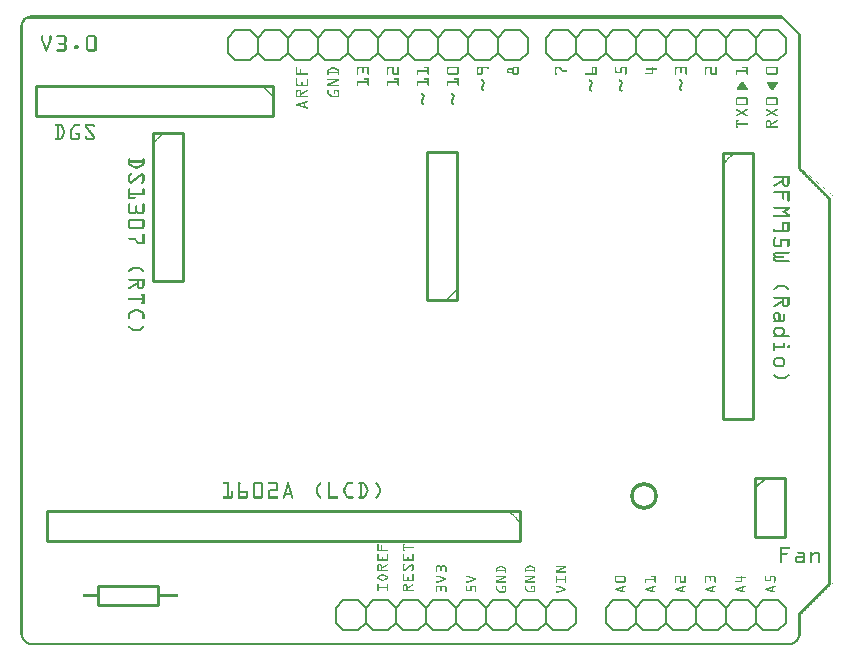
<source format=gto>
G04 MADE WITH FRITZING*
G04 WWW.FRITZING.ORG*
G04 DOUBLE SIDED*
G04 HOLES PLATED*
G04 CONTOUR ON CENTER OF CONTOUR VECTOR*
%ASAXBY*%
%FSLAX23Y23*%
%MOIN*%
%OFA0B0*%
%SFA1.0B1.0*%
%ADD10C,0.092000X0.068*%
%ADD11C,0.010000*%
%ADD12C,0.005000*%
%ADD13C,0.006000*%
%ADD14R,0.001000X0.001000*%
%LNSILK1*%
G90*
G70*
G54D10*
X2079Y499D03*
G54D11*
X459Y133D02*
X259Y133D01*
D02*
X259Y133D02*
X259Y199D01*
D02*
X259Y199D02*
X459Y199D01*
D02*
X459Y199D02*
X459Y133D01*
D02*
X444Y1708D02*
X444Y1214D01*
D02*
X444Y1214D02*
X544Y1214D01*
D02*
X544Y1214D02*
X544Y1708D01*
D02*
X544Y1708D02*
X444Y1708D01*
D02*
X1666Y448D02*
X89Y448D01*
D02*
X89Y448D02*
X89Y348D01*
D02*
X89Y348D02*
X1666Y348D01*
D02*
X1666Y348D02*
X1666Y448D01*
D02*
X843Y1865D02*
X54Y1865D01*
D02*
X54Y1865D02*
X54Y1765D01*
D02*
X54Y1765D02*
X843Y1765D01*
D02*
X843Y1765D02*
X843Y1865D01*
D02*
X2451Y558D02*
X2451Y360D01*
D02*
X2451Y360D02*
X2551Y360D01*
D02*
X2551Y360D02*
X2551Y558D01*
D02*
X2551Y558D02*
X2451Y558D01*
G54D12*
D02*
X2451Y523D02*
X2486Y558D01*
G54D11*
D02*
X2345Y1641D02*
X2345Y753D01*
D02*
X2345Y753D02*
X2445Y753D01*
D02*
X2445Y753D02*
X2445Y1641D01*
D02*
X2445Y1641D02*
X2345Y1641D01*
D02*
X1457Y1151D02*
X1457Y1645D01*
D02*
X1457Y1645D02*
X1357Y1645D01*
D02*
X1357Y1645D02*
X1357Y1151D01*
D02*
X1357Y1151D02*
X1457Y1151D01*
G54D13*
D02*
X2278Y150D02*
X2328Y150D01*
D02*
X2328Y150D02*
X2353Y125D01*
D02*
X2353Y125D02*
X2353Y75D01*
D02*
X2353Y75D02*
X2328Y50D01*
D02*
X2353Y125D02*
X2378Y150D01*
D02*
X2378Y150D02*
X2428Y150D01*
D02*
X2428Y150D02*
X2453Y125D01*
D02*
X2453Y125D02*
X2453Y75D01*
D02*
X2453Y75D02*
X2428Y50D01*
D02*
X2428Y50D02*
X2378Y50D01*
D02*
X2378Y50D02*
X2353Y75D01*
D02*
X2153Y125D02*
X2178Y150D01*
D02*
X2178Y150D02*
X2228Y150D01*
D02*
X2228Y150D02*
X2253Y125D01*
D02*
X2253Y125D02*
X2253Y75D01*
D02*
X2253Y75D02*
X2228Y50D01*
D02*
X2228Y50D02*
X2178Y50D01*
D02*
X2178Y50D02*
X2153Y75D01*
D02*
X2278Y150D02*
X2253Y125D01*
D02*
X2253Y75D02*
X2278Y50D01*
D02*
X2328Y50D02*
X2278Y50D01*
D02*
X1978Y150D02*
X2028Y150D01*
D02*
X2028Y150D02*
X2053Y125D01*
D02*
X2053Y125D02*
X2053Y75D01*
D02*
X2053Y75D02*
X2028Y50D01*
D02*
X2053Y125D02*
X2078Y150D01*
D02*
X2078Y150D02*
X2128Y150D01*
D02*
X2128Y150D02*
X2153Y125D01*
D02*
X2153Y125D02*
X2153Y75D01*
D02*
X2153Y75D02*
X2128Y50D01*
D02*
X2128Y50D02*
X2078Y50D01*
D02*
X2078Y50D02*
X2053Y75D01*
D02*
X1953Y125D02*
X1953Y75D01*
D02*
X1978Y150D02*
X1953Y125D01*
D02*
X1953Y75D02*
X1978Y50D01*
D02*
X2028Y50D02*
X1978Y50D01*
D02*
X2478Y150D02*
X2528Y150D01*
D02*
X2528Y150D02*
X2553Y125D01*
D02*
X2553Y125D02*
X2553Y75D01*
D02*
X2553Y75D02*
X2528Y50D01*
D02*
X2478Y150D02*
X2453Y125D01*
D02*
X2453Y75D02*
X2478Y50D01*
D02*
X2528Y50D02*
X2478Y50D01*
D02*
X868Y1950D02*
X818Y1950D01*
D02*
X1068Y1950D02*
X1018Y1950D01*
D02*
X968Y1950D02*
X918Y1950D01*
D02*
X1168Y1950D02*
X1118Y1950D01*
D02*
X1368Y1950D02*
X1318Y1950D01*
D02*
X1268Y1950D02*
X1218Y1950D01*
D02*
X1468Y1950D02*
X1418Y1950D01*
D02*
X1668Y1950D02*
X1618Y1950D01*
D02*
X1568Y1950D02*
X1518Y1950D01*
D02*
X768Y1950D02*
X718Y1950D01*
D02*
X893Y1975D02*
X868Y1950D01*
D02*
X818Y1950D02*
X793Y1975D01*
D02*
X793Y1975D02*
X793Y2025D01*
D02*
X793Y2025D02*
X818Y2050D01*
D02*
X818Y2050D02*
X868Y2050D01*
D02*
X868Y2050D02*
X893Y2025D01*
D02*
X1018Y1950D02*
X993Y1975D01*
D02*
X993Y1975D02*
X993Y2025D01*
D02*
X993Y2025D02*
X1018Y2050D01*
D02*
X993Y1975D02*
X968Y1950D01*
D02*
X918Y1950D02*
X893Y1975D01*
D02*
X893Y1975D02*
X893Y2025D01*
D02*
X893Y2025D02*
X918Y2050D01*
D02*
X918Y2050D02*
X968Y2050D01*
D02*
X968Y2050D02*
X993Y2025D01*
D02*
X1193Y1975D02*
X1168Y1950D01*
D02*
X1118Y1950D02*
X1093Y1975D01*
D02*
X1093Y1975D02*
X1093Y2025D01*
D02*
X1093Y2025D02*
X1118Y2050D01*
D02*
X1118Y2050D02*
X1168Y2050D01*
D02*
X1168Y2050D02*
X1193Y2025D01*
D02*
X1068Y1950D02*
X1093Y1975D01*
D02*
X1093Y2025D02*
X1068Y2050D01*
D02*
X1018Y2050D02*
X1068Y2050D01*
D02*
X1318Y1950D02*
X1293Y1975D01*
D02*
X1293Y1975D02*
X1293Y2025D01*
D02*
X1293Y2025D02*
X1318Y2050D01*
D02*
X1293Y1975D02*
X1268Y1950D01*
D02*
X1218Y1950D02*
X1193Y1975D01*
D02*
X1193Y1975D02*
X1193Y2025D01*
D02*
X1193Y2025D02*
X1218Y2050D01*
D02*
X1218Y2050D02*
X1268Y2050D01*
D02*
X1268Y2050D02*
X1293Y2025D01*
D02*
X1493Y1975D02*
X1468Y1950D01*
D02*
X1418Y1950D02*
X1393Y1975D01*
D02*
X1393Y1975D02*
X1393Y2025D01*
D02*
X1393Y2025D02*
X1418Y2050D01*
D02*
X1418Y2050D02*
X1468Y2050D01*
D02*
X1468Y2050D02*
X1493Y2025D01*
D02*
X1368Y1950D02*
X1393Y1975D01*
D02*
X1393Y2025D02*
X1368Y2050D01*
D02*
X1318Y2050D02*
X1368Y2050D01*
D02*
X1618Y1950D02*
X1593Y1975D01*
D02*
X1593Y1975D02*
X1593Y2025D01*
D02*
X1593Y2025D02*
X1618Y2050D01*
D02*
X1593Y1975D02*
X1568Y1950D01*
D02*
X1518Y1950D02*
X1493Y1975D01*
D02*
X1493Y1975D02*
X1493Y2025D01*
D02*
X1493Y2025D02*
X1518Y2050D01*
D02*
X1518Y2050D02*
X1568Y2050D01*
D02*
X1568Y2050D02*
X1593Y2025D01*
D02*
X1693Y1975D02*
X1693Y2025D01*
D02*
X1668Y1950D02*
X1693Y1975D01*
D02*
X1693Y2025D02*
X1668Y2050D01*
D02*
X1618Y2050D02*
X1668Y2050D01*
D02*
X718Y1950D02*
X693Y1975D01*
D02*
X693Y1975D02*
X693Y2025D01*
D02*
X693Y2025D02*
X718Y2050D01*
D02*
X768Y1950D02*
X793Y1975D01*
D02*
X793Y2025D02*
X768Y2050D01*
D02*
X718Y2050D02*
X768Y2050D01*
D02*
X1928Y1950D02*
X1878Y1950D01*
D02*
X1878Y1950D02*
X1853Y1975D01*
D02*
X1853Y1975D02*
X1853Y2025D01*
D02*
X1853Y2025D02*
X1878Y2050D01*
D02*
X2053Y1975D02*
X2028Y1950D01*
D02*
X2028Y1950D02*
X1978Y1950D01*
D02*
X1978Y1950D02*
X1953Y1975D01*
D02*
X1953Y1975D02*
X1953Y2025D01*
D02*
X1953Y2025D02*
X1978Y2050D01*
D02*
X1978Y2050D02*
X2028Y2050D01*
D02*
X2028Y2050D02*
X2053Y2025D01*
D02*
X1928Y1950D02*
X1953Y1975D01*
D02*
X1953Y2025D02*
X1928Y2050D01*
D02*
X1878Y2050D02*
X1928Y2050D01*
D02*
X2228Y1950D02*
X2178Y1950D01*
D02*
X2178Y1950D02*
X2153Y1975D01*
D02*
X2153Y1975D02*
X2153Y2025D01*
D02*
X2153Y2025D02*
X2178Y2050D01*
D02*
X2153Y1975D02*
X2128Y1950D01*
D02*
X2128Y1950D02*
X2078Y1950D01*
D02*
X2078Y1950D02*
X2053Y1975D01*
D02*
X2053Y1975D02*
X2053Y2025D01*
D02*
X2053Y2025D02*
X2078Y2050D01*
D02*
X2078Y2050D02*
X2128Y2050D01*
D02*
X2128Y2050D02*
X2153Y2025D01*
D02*
X2353Y1975D02*
X2328Y1950D01*
D02*
X2328Y1950D02*
X2278Y1950D01*
D02*
X2278Y1950D02*
X2253Y1975D01*
D02*
X2253Y1975D02*
X2253Y2025D01*
D02*
X2253Y2025D02*
X2278Y2050D01*
D02*
X2278Y2050D02*
X2328Y2050D01*
D02*
X2328Y2050D02*
X2353Y2025D01*
D02*
X2228Y1950D02*
X2253Y1975D01*
D02*
X2253Y2025D02*
X2228Y2050D01*
D02*
X2178Y2050D02*
X2228Y2050D01*
D02*
X2528Y1950D02*
X2478Y1950D01*
D02*
X2478Y1950D02*
X2453Y1975D01*
D02*
X2453Y1975D02*
X2453Y2025D01*
D02*
X2453Y2025D02*
X2478Y2050D01*
D02*
X2453Y1975D02*
X2428Y1950D01*
D02*
X2428Y1950D02*
X2378Y1950D01*
D02*
X2378Y1950D02*
X2353Y1975D01*
D02*
X2353Y1975D02*
X2353Y2025D01*
D02*
X2353Y2025D02*
X2378Y2050D01*
D02*
X2378Y2050D02*
X2428Y2050D01*
D02*
X2428Y2050D02*
X2453Y2025D01*
D02*
X2553Y1975D02*
X2553Y2025D01*
D02*
X2528Y1950D02*
X2553Y1975D01*
D02*
X2553Y2025D02*
X2528Y2050D01*
D02*
X2478Y2050D02*
X2528Y2050D01*
D02*
X1828Y1950D02*
X1778Y1950D01*
D02*
X1778Y1950D02*
X1753Y1975D01*
D02*
X1753Y1975D02*
X1753Y2025D01*
D02*
X1753Y2025D02*
X1778Y2050D01*
D02*
X1828Y1950D02*
X1853Y1975D01*
D02*
X1853Y2025D02*
X1828Y2050D01*
D02*
X1778Y2050D02*
X1828Y2050D01*
D02*
X1678Y150D02*
X1728Y150D01*
D02*
X1728Y150D02*
X1753Y125D01*
D02*
X1753Y125D02*
X1753Y75D01*
D02*
X1753Y75D02*
X1728Y50D01*
D02*
X1553Y125D02*
X1578Y150D01*
D02*
X1578Y150D02*
X1628Y150D01*
D02*
X1628Y150D02*
X1653Y125D01*
D02*
X1653Y125D02*
X1653Y75D01*
D02*
X1653Y75D02*
X1628Y50D01*
D02*
X1628Y50D02*
X1578Y50D01*
D02*
X1578Y50D02*
X1553Y75D01*
D02*
X1678Y150D02*
X1653Y125D01*
D02*
X1653Y75D02*
X1678Y50D01*
D02*
X1728Y50D02*
X1678Y50D01*
D02*
X1378Y150D02*
X1428Y150D01*
D02*
X1428Y150D02*
X1453Y125D01*
D02*
X1453Y125D02*
X1453Y75D01*
D02*
X1453Y75D02*
X1428Y50D01*
D02*
X1453Y125D02*
X1478Y150D01*
D02*
X1478Y150D02*
X1528Y150D01*
D02*
X1528Y150D02*
X1553Y125D01*
D02*
X1553Y125D02*
X1553Y75D01*
D02*
X1553Y75D02*
X1528Y50D01*
D02*
X1528Y50D02*
X1478Y50D01*
D02*
X1478Y50D02*
X1453Y75D01*
D02*
X1253Y125D02*
X1278Y150D01*
D02*
X1278Y150D02*
X1328Y150D01*
D02*
X1328Y150D02*
X1353Y125D01*
D02*
X1353Y125D02*
X1353Y75D01*
D02*
X1353Y75D02*
X1328Y50D01*
D02*
X1328Y50D02*
X1278Y50D01*
D02*
X1278Y50D02*
X1253Y75D01*
D02*
X1378Y150D02*
X1353Y125D01*
D02*
X1353Y75D02*
X1378Y50D01*
D02*
X1428Y50D02*
X1378Y50D01*
D02*
X1078Y150D02*
X1128Y150D01*
D02*
X1128Y150D02*
X1153Y125D01*
D02*
X1153Y125D02*
X1153Y75D01*
D02*
X1153Y75D02*
X1128Y50D01*
D02*
X1153Y125D02*
X1178Y150D01*
D02*
X1178Y150D02*
X1228Y150D01*
D02*
X1228Y150D02*
X1253Y125D01*
D02*
X1253Y125D02*
X1253Y75D01*
D02*
X1253Y75D02*
X1228Y50D01*
D02*
X1228Y50D02*
X1178Y50D01*
D02*
X1178Y50D02*
X1153Y75D01*
D02*
X1053Y125D02*
X1053Y75D01*
D02*
X1078Y150D02*
X1053Y125D01*
D02*
X1053Y75D02*
X1078Y50D01*
D02*
X1128Y50D02*
X1078Y50D01*
D02*
X1778Y150D02*
X1828Y150D01*
D02*
X1828Y150D02*
X1853Y125D01*
D02*
X1853Y125D02*
X1853Y75D01*
D02*
X1853Y75D02*
X1828Y50D01*
D02*
X1778Y150D02*
X1753Y125D01*
D02*
X1753Y75D02*
X1778Y50D01*
D02*
X1828Y50D02*
X1778Y50D01*
G54D14*
X34Y2100D02*
X2540Y2100D01*
X30Y2099D02*
X2541Y2099D01*
X27Y2098D02*
X2542Y2098D01*
X25Y2097D02*
X2543Y2097D01*
X23Y2096D02*
X2544Y2096D01*
X21Y2095D02*
X2545Y2095D01*
X19Y2094D02*
X2546Y2094D01*
X18Y2093D02*
X2547Y2093D01*
X17Y2092D02*
X34Y2092D01*
X2538Y2092D02*
X2548Y2092D01*
X11Y2091D02*
X11Y2091D01*
X15Y2091D02*
X30Y2091D01*
X2539Y2091D02*
X2549Y2091D01*
X11Y2090D02*
X2550Y2090D01*
X11Y2089D02*
X11Y2089D01*
X13Y2089D02*
X25Y2089D01*
X2541Y2089D02*
X2551Y2089D01*
X11Y2088D02*
X24Y2088D01*
X2542Y2088D02*
X2552Y2088D01*
X11Y2087D02*
X22Y2087D01*
X2543Y2087D02*
X2553Y2087D01*
X11Y2086D02*
X21Y2086D01*
X2544Y2086D02*
X2554Y2086D01*
X10Y2085D02*
X20Y2085D01*
X2545Y2085D02*
X2555Y2085D01*
X9Y2084D02*
X19Y2084D01*
X2546Y2084D02*
X2556Y2084D01*
X8Y2083D02*
X18Y2083D01*
X2547Y2083D02*
X2557Y2083D01*
X8Y2082D02*
X17Y2082D01*
X2548Y2082D02*
X2558Y2082D01*
X7Y2081D02*
X16Y2081D01*
X2549Y2081D02*
X2559Y2081D01*
X7Y2080D02*
X15Y2080D01*
X2550Y2080D02*
X2560Y2080D01*
X6Y2079D02*
X14Y2079D01*
X2551Y2079D02*
X2561Y2079D01*
X6Y2078D02*
X14Y2078D01*
X2552Y2078D02*
X2562Y2078D01*
X5Y2077D02*
X13Y2077D01*
X2553Y2077D02*
X2563Y2077D01*
X5Y2076D02*
X12Y2076D01*
X2554Y2076D02*
X2564Y2076D01*
X4Y2075D02*
X12Y2075D01*
X2555Y2075D02*
X2565Y2075D01*
X4Y2074D02*
X11Y2074D01*
X2556Y2074D02*
X2566Y2074D01*
X4Y2073D02*
X11Y2073D01*
X2557Y2073D02*
X2567Y2073D01*
X3Y2072D02*
X11Y2072D01*
X2558Y2072D02*
X2568Y2072D01*
X3Y2071D02*
X11Y2071D01*
X2559Y2071D02*
X2569Y2071D01*
X3Y2070D02*
X11Y2070D01*
X2560Y2070D02*
X2570Y2070D01*
X3Y2069D02*
X11Y2069D01*
X2561Y2069D02*
X2571Y2069D01*
X2Y2068D02*
X11Y2068D01*
X2562Y2068D02*
X2572Y2068D01*
X2Y2067D02*
X9Y2067D01*
X11Y2067D02*
X11Y2067D01*
X2563Y2067D02*
X2573Y2067D01*
X2Y2066D02*
X9Y2066D01*
X11Y2066D02*
X11Y2066D01*
X2564Y2066D02*
X2574Y2066D01*
X2Y2065D02*
X9Y2065D01*
X11Y2065D02*
X11Y2065D01*
X2565Y2065D02*
X2575Y2065D01*
X2Y2064D02*
X9Y2064D01*
X11Y2064D02*
X11Y2064D01*
X2566Y2064D02*
X2576Y2064D01*
X2Y2063D02*
X9Y2063D01*
X11Y2063D02*
X11Y2063D01*
X2567Y2063D02*
X2577Y2063D01*
X2Y2062D02*
X9Y2062D01*
X11Y2062D02*
X11Y2062D01*
X2568Y2062D02*
X2578Y2062D01*
X2Y2061D02*
X9Y2061D01*
X11Y2061D02*
X11Y2061D01*
X2569Y2061D02*
X2579Y2061D01*
X2Y2060D02*
X9Y2060D01*
X11Y2060D02*
X11Y2060D01*
X2570Y2060D02*
X2580Y2060D01*
X2Y2059D02*
X9Y2059D01*
X11Y2059D02*
X11Y2059D01*
X2571Y2059D02*
X2581Y2059D01*
X2Y2058D02*
X9Y2058D01*
X11Y2058D02*
X11Y2058D01*
X2572Y2058D02*
X2582Y2058D01*
X2Y2057D02*
X9Y2057D01*
X11Y2057D02*
X11Y2057D01*
X2573Y2057D02*
X2583Y2057D01*
X2Y2056D02*
X9Y2056D01*
X11Y2056D02*
X11Y2056D01*
X2574Y2056D02*
X2584Y2056D01*
X2Y2055D02*
X9Y2055D01*
X11Y2055D02*
X11Y2055D01*
X2575Y2055D02*
X2585Y2055D01*
X2Y2054D02*
X9Y2054D01*
X11Y2054D02*
X11Y2054D01*
X2576Y2054D02*
X2586Y2054D01*
X2Y2053D02*
X9Y2053D01*
X11Y2053D02*
X11Y2053D01*
X2577Y2053D02*
X2587Y2053D01*
X2Y2052D02*
X9Y2052D01*
X11Y2052D02*
X11Y2052D01*
X2578Y2052D02*
X2588Y2052D01*
X2Y2051D02*
X9Y2051D01*
X11Y2051D02*
X11Y2051D01*
X2579Y2051D02*
X2589Y2051D01*
X2Y2050D02*
X9Y2050D01*
X11Y2050D02*
X11Y2050D01*
X2580Y2050D02*
X2590Y2050D01*
X2Y2049D02*
X9Y2049D01*
X11Y2049D02*
X11Y2049D01*
X2581Y2049D02*
X2591Y2049D01*
X2Y2048D02*
X9Y2048D01*
X11Y2048D02*
X11Y2048D01*
X2582Y2048D02*
X2592Y2048D01*
X2Y2047D02*
X9Y2047D01*
X11Y2047D02*
X11Y2047D01*
X2583Y2047D02*
X2593Y2047D01*
X2Y2046D02*
X9Y2046D01*
X11Y2046D02*
X11Y2046D01*
X2584Y2046D02*
X2594Y2046D01*
X2Y2045D02*
X9Y2045D01*
X11Y2045D02*
X11Y2045D01*
X2585Y2045D02*
X2595Y2045D01*
X2Y2044D02*
X9Y2044D01*
X11Y2044D02*
X11Y2044D01*
X2586Y2044D02*
X2596Y2044D01*
X2Y2043D02*
X9Y2043D01*
X11Y2043D02*
X11Y2043D01*
X2587Y2043D02*
X2597Y2043D01*
X2Y2042D02*
X9Y2042D01*
X11Y2042D02*
X11Y2042D01*
X2588Y2042D02*
X2598Y2042D01*
X2Y2041D02*
X9Y2041D01*
X11Y2041D02*
X11Y2041D01*
X2589Y2041D02*
X2599Y2041D01*
X2Y2040D02*
X9Y2040D01*
X11Y2040D02*
X11Y2040D01*
X2590Y2040D02*
X2600Y2040D01*
X2Y2039D02*
X9Y2039D01*
X11Y2039D02*
X11Y2039D01*
X2591Y2039D02*
X2601Y2039D01*
X2Y2038D02*
X9Y2038D01*
X11Y2038D02*
X11Y2038D01*
X2592Y2038D02*
X2602Y2038D01*
X2Y2037D02*
X9Y2037D01*
X11Y2037D02*
X11Y2037D01*
X2593Y2037D02*
X2602Y2037D01*
X2Y2036D02*
X9Y2036D01*
X11Y2036D02*
X11Y2036D01*
X2594Y2036D02*
X2602Y2036D01*
X2Y2035D02*
X9Y2035D01*
X11Y2035D02*
X11Y2035D01*
X2595Y2035D02*
X2602Y2035D01*
X2Y2034D02*
X9Y2034D01*
X11Y2034D02*
X11Y2034D01*
X2595Y2034D02*
X2602Y2034D01*
X2Y2033D02*
X9Y2033D01*
X11Y2033D02*
X11Y2033D01*
X73Y2033D02*
X75Y2033D01*
X101Y2033D02*
X103Y2033D01*
X123Y2033D02*
X151Y2033D01*
X226Y2033D02*
X251Y2033D01*
X2595Y2033D02*
X2602Y2033D01*
X2Y2032D02*
X9Y2032D01*
X11Y2032D02*
X11Y2032D01*
X72Y2032D02*
X77Y2032D01*
X100Y2032D02*
X104Y2032D01*
X122Y2032D02*
X152Y2032D01*
X225Y2032D02*
X253Y2032D01*
X2595Y2032D02*
X2602Y2032D01*
X2Y2031D02*
X9Y2031D01*
X11Y2031D02*
X11Y2031D01*
X71Y2031D02*
X77Y2031D01*
X99Y2031D02*
X105Y2031D01*
X122Y2031D02*
X153Y2031D01*
X224Y2031D02*
X254Y2031D01*
X2595Y2031D02*
X2602Y2031D01*
X2Y2030D02*
X9Y2030D01*
X11Y2030D02*
X11Y2030D01*
X71Y2030D02*
X77Y2030D01*
X99Y2030D02*
X105Y2030D01*
X122Y2030D02*
X154Y2030D01*
X223Y2030D02*
X254Y2030D01*
X2595Y2030D02*
X2602Y2030D01*
X2Y2029D02*
X9Y2029D01*
X11Y2029D02*
X11Y2029D01*
X71Y2029D02*
X77Y2029D01*
X99Y2029D02*
X105Y2029D01*
X122Y2029D02*
X155Y2029D01*
X222Y2029D02*
X255Y2029D01*
X2595Y2029D02*
X2602Y2029D01*
X2Y2028D02*
X9Y2028D01*
X11Y2028D02*
X11Y2028D01*
X71Y2028D02*
X77Y2028D01*
X99Y2028D02*
X105Y2028D01*
X122Y2028D02*
X155Y2028D01*
X222Y2028D02*
X255Y2028D01*
X2595Y2028D02*
X2602Y2028D01*
X2Y2027D02*
X9Y2027D01*
X11Y2027D02*
X11Y2027D01*
X71Y2027D02*
X77Y2027D01*
X99Y2027D02*
X105Y2027D01*
X123Y2027D02*
X155Y2027D01*
X222Y2027D02*
X255Y2027D01*
X2595Y2027D02*
X2602Y2027D01*
X2Y2026D02*
X9Y2026D01*
X11Y2026D02*
X11Y2026D01*
X71Y2026D02*
X77Y2026D01*
X99Y2026D02*
X105Y2026D01*
X149Y2026D02*
X155Y2026D01*
X222Y2026D02*
X228Y2026D01*
X249Y2026D02*
X255Y2026D01*
X2595Y2026D02*
X2602Y2026D01*
X2Y2025D02*
X9Y2025D01*
X11Y2025D02*
X11Y2025D01*
X71Y2025D02*
X77Y2025D01*
X99Y2025D02*
X105Y2025D01*
X149Y2025D02*
X155Y2025D01*
X222Y2025D02*
X228Y2025D01*
X249Y2025D02*
X255Y2025D01*
X2595Y2025D02*
X2602Y2025D01*
X2Y2024D02*
X9Y2024D01*
X11Y2024D02*
X11Y2024D01*
X71Y2024D02*
X77Y2024D01*
X99Y2024D02*
X105Y2024D01*
X149Y2024D02*
X155Y2024D01*
X222Y2024D02*
X228Y2024D01*
X249Y2024D02*
X255Y2024D01*
X2595Y2024D02*
X2602Y2024D01*
X2Y2023D02*
X9Y2023D01*
X11Y2023D02*
X11Y2023D01*
X71Y2023D02*
X77Y2023D01*
X99Y2023D02*
X105Y2023D01*
X149Y2023D02*
X155Y2023D01*
X222Y2023D02*
X228Y2023D01*
X249Y2023D02*
X255Y2023D01*
X2595Y2023D02*
X2602Y2023D01*
X2Y2022D02*
X9Y2022D01*
X11Y2022D02*
X11Y2022D01*
X71Y2022D02*
X77Y2022D01*
X99Y2022D02*
X105Y2022D01*
X149Y2022D02*
X155Y2022D01*
X222Y2022D02*
X228Y2022D01*
X249Y2022D02*
X255Y2022D01*
X2595Y2022D02*
X2602Y2022D01*
X2Y2021D02*
X9Y2021D01*
X11Y2021D02*
X11Y2021D01*
X71Y2021D02*
X77Y2021D01*
X99Y2021D02*
X105Y2021D01*
X149Y2021D02*
X155Y2021D01*
X222Y2021D02*
X228Y2021D01*
X249Y2021D02*
X255Y2021D01*
X2595Y2021D02*
X2602Y2021D01*
X2Y2020D02*
X9Y2020D01*
X11Y2020D02*
X11Y2020D01*
X71Y2020D02*
X77Y2020D01*
X99Y2020D02*
X105Y2020D01*
X149Y2020D02*
X155Y2020D01*
X222Y2020D02*
X228Y2020D01*
X249Y2020D02*
X255Y2020D01*
X2595Y2020D02*
X2602Y2020D01*
X2Y2019D02*
X9Y2019D01*
X11Y2019D02*
X11Y2019D01*
X71Y2019D02*
X77Y2019D01*
X99Y2019D02*
X105Y2019D01*
X149Y2019D02*
X155Y2019D01*
X222Y2019D02*
X228Y2019D01*
X249Y2019D02*
X255Y2019D01*
X2595Y2019D02*
X2602Y2019D01*
X2Y2018D02*
X9Y2018D01*
X11Y2018D02*
X11Y2018D01*
X71Y2018D02*
X78Y2018D01*
X99Y2018D02*
X105Y2018D01*
X149Y2018D02*
X155Y2018D01*
X222Y2018D02*
X228Y2018D01*
X249Y2018D02*
X255Y2018D01*
X2595Y2018D02*
X2602Y2018D01*
X2Y2017D02*
X9Y2017D01*
X11Y2017D02*
X11Y2017D01*
X71Y2017D02*
X78Y2017D01*
X98Y2017D02*
X105Y2017D01*
X149Y2017D02*
X155Y2017D01*
X222Y2017D02*
X228Y2017D01*
X249Y2017D02*
X255Y2017D01*
X2595Y2017D02*
X2602Y2017D01*
X2Y2016D02*
X9Y2016D01*
X11Y2016D02*
X11Y2016D01*
X72Y2016D02*
X78Y2016D01*
X98Y2016D02*
X104Y2016D01*
X149Y2016D02*
X155Y2016D01*
X222Y2016D02*
X228Y2016D01*
X249Y2016D02*
X255Y2016D01*
X2595Y2016D02*
X2602Y2016D01*
X2Y2015D02*
X9Y2015D01*
X11Y2015D02*
X11Y2015D01*
X72Y2015D02*
X79Y2015D01*
X97Y2015D02*
X104Y2015D01*
X149Y2015D02*
X155Y2015D01*
X222Y2015D02*
X228Y2015D01*
X249Y2015D02*
X255Y2015D01*
X2595Y2015D02*
X2602Y2015D01*
X2Y2014D02*
X9Y2014D01*
X11Y2014D02*
X11Y2014D01*
X73Y2014D02*
X79Y2014D01*
X97Y2014D02*
X103Y2014D01*
X149Y2014D02*
X155Y2014D01*
X222Y2014D02*
X228Y2014D01*
X249Y2014D02*
X255Y2014D01*
X2595Y2014D02*
X2602Y2014D01*
X2Y2013D02*
X9Y2013D01*
X11Y2013D02*
X11Y2013D01*
X73Y2013D02*
X80Y2013D01*
X97Y2013D02*
X103Y2013D01*
X149Y2013D02*
X155Y2013D01*
X222Y2013D02*
X228Y2013D01*
X249Y2013D02*
X255Y2013D01*
X2595Y2013D02*
X2602Y2013D01*
X2Y2012D02*
X9Y2012D01*
X11Y2012D02*
X11Y2012D01*
X73Y2012D02*
X80Y2012D01*
X96Y2012D02*
X103Y2012D01*
X149Y2012D02*
X155Y2012D01*
X222Y2012D02*
X228Y2012D01*
X249Y2012D02*
X255Y2012D01*
X2595Y2012D02*
X2602Y2012D01*
X2Y2011D02*
X9Y2011D01*
X11Y2011D02*
X11Y2011D01*
X74Y2011D02*
X80Y2011D01*
X96Y2011D02*
X102Y2011D01*
X148Y2011D02*
X155Y2011D01*
X222Y2011D02*
X228Y2011D01*
X249Y2011D02*
X255Y2011D01*
X2595Y2011D02*
X2602Y2011D01*
X2Y2010D02*
X9Y2010D01*
X11Y2010D02*
X11Y2010D01*
X74Y2010D02*
X81Y2010D01*
X95Y2010D02*
X102Y2010D01*
X146Y2010D02*
X154Y2010D01*
X222Y2010D02*
X228Y2010D01*
X249Y2010D02*
X255Y2010D01*
X2595Y2010D02*
X2602Y2010D01*
X2Y2009D02*
X9Y2009D01*
X11Y2009D02*
X11Y2009D01*
X75Y2009D02*
X81Y2009D01*
X95Y2009D02*
X102Y2009D01*
X130Y2009D02*
X154Y2009D01*
X222Y2009D02*
X228Y2009D01*
X249Y2009D02*
X255Y2009D01*
X2595Y2009D02*
X2602Y2009D01*
X2Y2008D02*
X9Y2008D01*
X11Y2008D02*
X11Y2008D01*
X75Y2008D02*
X82Y2008D01*
X95Y2008D02*
X101Y2008D01*
X129Y2008D02*
X153Y2008D01*
X222Y2008D02*
X228Y2008D01*
X249Y2008D02*
X255Y2008D01*
X2595Y2008D02*
X2602Y2008D01*
X2Y2007D02*
X9Y2007D01*
X11Y2007D02*
X11Y2007D01*
X75Y2007D02*
X82Y2007D01*
X94Y2007D02*
X101Y2007D01*
X128Y2007D02*
X153Y2007D01*
X222Y2007D02*
X228Y2007D01*
X249Y2007D02*
X255Y2007D01*
X2595Y2007D02*
X2602Y2007D01*
X2Y2006D02*
X9Y2006D01*
X11Y2006D02*
X11Y2006D01*
X76Y2006D02*
X82Y2006D01*
X94Y2006D02*
X100Y2006D01*
X128Y2006D02*
X153Y2006D01*
X222Y2006D02*
X228Y2006D01*
X249Y2006D02*
X255Y2006D01*
X2595Y2006D02*
X2602Y2006D01*
X2Y2005D02*
X9Y2005D01*
X11Y2005D02*
X11Y2005D01*
X76Y2005D02*
X83Y2005D01*
X93Y2005D02*
X100Y2005D01*
X129Y2005D02*
X153Y2005D01*
X222Y2005D02*
X228Y2005D01*
X249Y2005D02*
X255Y2005D01*
X2595Y2005D02*
X2602Y2005D01*
X2Y2004D02*
X9Y2004D01*
X11Y2004D02*
X11Y2004D01*
X77Y2004D02*
X83Y2004D01*
X93Y2004D02*
X100Y2004D01*
X129Y2004D02*
X154Y2004D01*
X222Y2004D02*
X228Y2004D01*
X249Y2004D02*
X255Y2004D01*
X2595Y2004D02*
X2602Y2004D01*
X2Y2003D02*
X9Y2003D01*
X11Y2003D02*
X11Y2003D01*
X77Y2003D02*
X83Y2003D01*
X93Y2003D02*
X99Y2003D01*
X132Y2003D02*
X154Y2003D01*
X222Y2003D02*
X228Y2003D01*
X249Y2003D02*
X255Y2003D01*
X2595Y2003D02*
X2602Y2003D01*
X2Y2002D02*
X9Y2002D01*
X11Y2002D02*
X11Y2002D01*
X77Y2002D02*
X84Y2002D01*
X92Y2002D02*
X99Y2002D01*
X148Y2002D02*
X155Y2002D01*
X222Y2002D02*
X228Y2002D01*
X249Y2002D02*
X255Y2002D01*
X2595Y2002D02*
X2602Y2002D01*
X2Y2001D02*
X9Y2001D01*
X11Y2001D02*
X11Y2001D01*
X78Y2001D02*
X84Y2001D01*
X92Y2001D02*
X98Y2001D01*
X149Y2001D02*
X155Y2001D01*
X185Y2001D02*
X192Y2001D01*
X222Y2001D02*
X228Y2001D01*
X249Y2001D02*
X255Y2001D01*
X2595Y2001D02*
X2602Y2001D01*
X2Y2000D02*
X9Y2000D01*
X11Y2000D02*
X11Y2000D01*
X78Y2000D02*
X85Y2000D01*
X91Y2000D02*
X98Y2000D01*
X149Y2000D02*
X155Y2000D01*
X183Y2000D02*
X194Y2000D01*
X222Y2000D02*
X228Y2000D01*
X249Y2000D02*
X255Y2000D01*
X2595Y2000D02*
X2602Y2000D01*
X2Y1999D02*
X9Y1999D01*
X11Y1999D02*
X11Y1999D01*
X78Y1999D02*
X85Y1999D01*
X91Y1999D02*
X98Y1999D01*
X149Y1999D02*
X155Y1999D01*
X182Y1999D02*
X195Y1999D01*
X222Y1999D02*
X228Y1999D01*
X249Y1999D02*
X255Y1999D01*
X2595Y1999D02*
X2602Y1999D01*
X2Y1998D02*
X9Y1998D01*
X11Y1998D02*
X11Y1998D01*
X79Y1998D02*
X85Y1998D01*
X91Y1998D02*
X97Y1998D01*
X149Y1998D02*
X155Y1998D01*
X182Y1998D02*
X195Y1998D01*
X222Y1998D02*
X228Y1998D01*
X249Y1998D02*
X255Y1998D01*
X2595Y1998D02*
X2602Y1998D01*
X2Y1997D02*
X9Y1997D01*
X11Y1997D02*
X11Y1997D01*
X79Y1997D02*
X86Y1997D01*
X90Y1997D02*
X97Y1997D01*
X149Y1997D02*
X155Y1997D01*
X182Y1997D02*
X195Y1997D01*
X222Y1997D02*
X228Y1997D01*
X249Y1997D02*
X255Y1997D01*
X2595Y1997D02*
X2602Y1997D01*
X2Y1996D02*
X9Y1996D01*
X11Y1996D02*
X11Y1996D01*
X80Y1996D02*
X86Y1996D01*
X90Y1996D02*
X96Y1996D01*
X149Y1996D02*
X155Y1996D01*
X182Y1996D02*
X195Y1996D01*
X222Y1996D02*
X228Y1996D01*
X249Y1996D02*
X255Y1996D01*
X2595Y1996D02*
X2602Y1996D01*
X2Y1995D02*
X9Y1995D01*
X11Y1995D02*
X11Y1995D01*
X80Y1995D02*
X87Y1995D01*
X89Y1995D02*
X96Y1995D01*
X149Y1995D02*
X155Y1995D01*
X182Y1995D02*
X195Y1995D01*
X222Y1995D02*
X228Y1995D01*
X249Y1995D02*
X255Y1995D01*
X2595Y1995D02*
X2602Y1995D01*
X2Y1994D02*
X9Y1994D01*
X11Y1994D02*
X11Y1994D01*
X80Y1994D02*
X87Y1994D01*
X89Y1994D02*
X96Y1994D01*
X149Y1994D02*
X155Y1994D01*
X182Y1994D02*
X195Y1994D01*
X222Y1994D02*
X228Y1994D01*
X249Y1994D02*
X255Y1994D01*
X2595Y1994D02*
X2602Y1994D01*
X2Y1993D02*
X9Y1993D01*
X11Y1993D02*
X11Y1993D01*
X81Y1993D02*
X95Y1993D01*
X149Y1993D02*
X155Y1993D01*
X182Y1993D02*
X195Y1993D01*
X222Y1993D02*
X228Y1993D01*
X249Y1993D02*
X255Y1993D01*
X2595Y1993D02*
X2602Y1993D01*
X2Y1992D02*
X9Y1992D01*
X11Y1992D02*
X11Y1992D01*
X81Y1992D02*
X95Y1992D01*
X149Y1992D02*
X155Y1992D01*
X182Y1992D02*
X195Y1992D01*
X222Y1992D02*
X228Y1992D01*
X249Y1992D02*
X255Y1992D01*
X2595Y1992D02*
X2602Y1992D01*
X2Y1991D02*
X9Y1991D01*
X11Y1991D02*
X11Y1991D01*
X82Y1991D02*
X95Y1991D01*
X149Y1991D02*
X155Y1991D01*
X182Y1991D02*
X195Y1991D01*
X222Y1991D02*
X228Y1991D01*
X249Y1991D02*
X255Y1991D01*
X2595Y1991D02*
X2602Y1991D01*
X2Y1990D02*
X9Y1990D01*
X11Y1990D02*
X11Y1990D01*
X82Y1990D02*
X94Y1990D01*
X149Y1990D02*
X155Y1990D01*
X182Y1990D02*
X194Y1990D01*
X222Y1990D02*
X228Y1990D01*
X249Y1990D02*
X255Y1990D01*
X2595Y1990D02*
X2602Y1990D01*
X2Y1989D02*
X9Y1989D01*
X11Y1989D02*
X11Y1989D01*
X82Y1989D02*
X94Y1989D01*
X149Y1989D02*
X155Y1989D01*
X183Y1989D02*
X194Y1989D01*
X222Y1989D02*
X228Y1989D01*
X249Y1989D02*
X255Y1989D01*
X2595Y1989D02*
X2602Y1989D01*
X2Y1988D02*
X9Y1988D01*
X11Y1988D02*
X11Y1988D01*
X83Y1988D02*
X93Y1988D01*
X149Y1988D02*
X155Y1988D01*
X222Y1988D02*
X228Y1988D01*
X249Y1988D02*
X255Y1988D01*
X2595Y1988D02*
X2602Y1988D01*
X2Y1987D02*
X9Y1987D01*
X11Y1987D02*
X11Y1987D01*
X83Y1987D02*
X93Y1987D01*
X149Y1987D02*
X155Y1987D01*
X222Y1987D02*
X228Y1987D01*
X249Y1987D02*
X255Y1987D01*
X2595Y1987D02*
X2602Y1987D01*
X2Y1986D02*
X9Y1986D01*
X11Y1986D02*
X11Y1986D01*
X84Y1986D02*
X93Y1986D01*
X124Y1986D02*
X155Y1986D01*
X222Y1986D02*
X255Y1986D01*
X2595Y1986D02*
X2602Y1986D01*
X2Y1985D02*
X9Y1985D01*
X11Y1985D02*
X11Y1985D01*
X84Y1985D02*
X92Y1985D01*
X122Y1985D02*
X155Y1985D01*
X222Y1985D02*
X255Y1985D01*
X2595Y1985D02*
X2602Y1985D01*
X2Y1984D02*
X9Y1984D01*
X11Y1984D02*
X11Y1984D01*
X84Y1984D02*
X92Y1984D01*
X122Y1984D02*
X155Y1984D01*
X222Y1984D02*
X255Y1984D01*
X2595Y1984D02*
X2602Y1984D01*
X2Y1983D02*
X9Y1983D01*
X11Y1983D02*
X11Y1983D01*
X85Y1983D02*
X91Y1983D01*
X122Y1983D02*
X154Y1983D01*
X223Y1983D02*
X255Y1983D01*
X2595Y1983D02*
X2602Y1983D01*
X2Y1982D02*
X9Y1982D01*
X11Y1982D02*
X11Y1982D01*
X85Y1982D02*
X91Y1982D01*
X122Y1982D02*
X153Y1982D01*
X223Y1982D02*
X254Y1982D01*
X2595Y1982D02*
X2602Y1982D01*
X2Y1981D02*
X9Y1981D01*
X11Y1981D02*
X11Y1981D01*
X86Y1981D02*
X91Y1981D01*
X122Y1981D02*
X152Y1981D01*
X224Y1981D02*
X253Y1981D01*
X2595Y1981D02*
X2602Y1981D01*
X2Y1980D02*
X9Y1980D01*
X11Y1980D02*
X11Y1980D01*
X86Y1980D02*
X90Y1980D01*
X123Y1980D02*
X151Y1980D01*
X226Y1980D02*
X251Y1980D01*
X2595Y1980D02*
X2602Y1980D01*
X2Y1979D02*
X9Y1979D01*
X11Y1979D02*
X11Y1979D01*
X2595Y1979D02*
X2602Y1979D01*
X2Y1978D02*
X9Y1978D01*
X11Y1978D02*
X11Y1978D01*
X2595Y1978D02*
X2602Y1978D01*
X2Y1977D02*
X9Y1977D01*
X11Y1977D02*
X11Y1977D01*
X2595Y1977D02*
X2602Y1977D01*
X2Y1976D02*
X9Y1976D01*
X11Y1976D02*
X11Y1976D01*
X2595Y1976D02*
X2602Y1976D01*
X2Y1975D02*
X9Y1975D01*
X11Y1975D02*
X11Y1975D01*
X2595Y1975D02*
X2602Y1975D01*
X2Y1974D02*
X9Y1974D01*
X11Y1974D02*
X11Y1974D01*
X2595Y1974D02*
X2602Y1974D01*
X2Y1973D02*
X9Y1973D01*
X11Y1973D02*
X11Y1973D01*
X2595Y1973D02*
X2602Y1973D01*
X2Y1972D02*
X9Y1972D01*
X11Y1972D02*
X11Y1972D01*
X2595Y1972D02*
X2602Y1972D01*
X2Y1971D02*
X9Y1971D01*
X11Y1971D02*
X11Y1971D01*
X2595Y1971D02*
X2602Y1971D01*
X2Y1970D02*
X9Y1970D01*
X11Y1970D02*
X11Y1970D01*
X2595Y1970D02*
X2602Y1970D01*
X2Y1969D02*
X9Y1969D01*
X11Y1969D02*
X11Y1969D01*
X2595Y1969D02*
X2602Y1969D01*
X2Y1968D02*
X9Y1968D01*
X11Y1968D02*
X11Y1968D01*
X2595Y1968D02*
X2602Y1968D01*
X2Y1967D02*
X9Y1967D01*
X11Y1967D02*
X11Y1967D01*
X2595Y1967D02*
X2602Y1967D01*
X2Y1966D02*
X9Y1966D01*
X11Y1966D02*
X11Y1966D01*
X2595Y1966D02*
X2602Y1966D01*
X2Y1965D02*
X9Y1965D01*
X11Y1965D02*
X11Y1965D01*
X2595Y1965D02*
X2602Y1965D01*
X2Y1964D02*
X9Y1964D01*
X11Y1964D02*
X11Y1964D01*
X2595Y1964D02*
X2602Y1964D01*
X2Y1963D02*
X9Y1963D01*
X11Y1963D02*
X11Y1963D01*
X2595Y1963D02*
X2602Y1963D01*
X2Y1962D02*
X9Y1962D01*
X11Y1962D02*
X11Y1962D01*
X2595Y1962D02*
X2602Y1962D01*
X2Y1961D02*
X9Y1961D01*
X11Y1961D02*
X11Y1961D01*
X2595Y1961D02*
X2602Y1961D01*
X2Y1960D02*
X9Y1960D01*
X11Y1960D02*
X11Y1960D01*
X2595Y1960D02*
X2602Y1960D01*
X2Y1959D02*
X9Y1959D01*
X11Y1959D02*
X11Y1959D01*
X2595Y1959D02*
X2602Y1959D01*
X2Y1958D02*
X9Y1958D01*
X11Y1958D02*
X11Y1958D01*
X2595Y1958D02*
X2602Y1958D01*
X2Y1957D02*
X9Y1957D01*
X11Y1957D02*
X11Y1957D01*
X2595Y1957D02*
X2602Y1957D01*
X2Y1956D02*
X9Y1956D01*
X11Y1956D02*
X11Y1956D01*
X2595Y1956D02*
X2602Y1956D01*
X2Y1955D02*
X9Y1955D01*
X11Y1955D02*
X11Y1955D01*
X2595Y1955D02*
X2602Y1955D01*
X2Y1954D02*
X9Y1954D01*
X11Y1954D02*
X11Y1954D01*
X2595Y1954D02*
X2602Y1954D01*
X2Y1953D02*
X9Y1953D01*
X11Y1953D02*
X11Y1953D01*
X2595Y1953D02*
X2602Y1953D01*
X2Y1952D02*
X9Y1952D01*
X11Y1952D02*
X11Y1952D01*
X2595Y1952D02*
X2602Y1952D01*
X2Y1951D02*
X9Y1951D01*
X11Y1951D02*
X11Y1951D01*
X2595Y1951D02*
X2602Y1951D01*
X2Y1950D02*
X9Y1950D01*
X11Y1950D02*
X11Y1950D01*
X2595Y1950D02*
X2602Y1950D01*
X2Y1949D02*
X9Y1949D01*
X11Y1949D02*
X11Y1949D01*
X2595Y1949D02*
X2602Y1949D01*
X2Y1948D02*
X9Y1948D01*
X11Y1948D02*
X11Y1948D01*
X2595Y1948D02*
X2602Y1948D01*
X2Y1947D02*
X9Y1947D01*
X11Y1947D02*
X11Y1947D01*
X2595Y1947D02*
X2602Y1947D01*
X2Y1946D02*
X9Y1946D01*
X11Y1946D02*
X11Y1946D01*
X2595Y1946D02*
X2602Y1946D01*
X2Y1945D02*
X9Y1945D01*
X11Y1945D02*
X11Y1945D01*
X2595Y1945D02*
X2602Y1945D01*
X2Y1944D02*
X9Y1944D01*
X11Y1944D02*
X11Y1944D01*
X2595Y1944D02*
X2602Y1944D01*
X2Y1943D02*
X9Y1943D01*
X11Y1943D02*
X11Y1943D01*
X2595Y1943D02*
X2602Y1943D01*
X2Y1942D02*
X9Y1942D01*
X11Y1942D02*
X11Y1942D01*
X2595Y1942D02*
X2602Y1942D01*
X2Y1941D02*
X9Y1941D01*
X11Y1941D02*
X11Y1941D01*
X2595Y1941D02*
X2602Y1941D01*
X2Y1940D02*
X9Y1940D01*
X11Y1940D02*
X11Y1940D01*
X2595Y1940D02*
X2602Y1940D01*
X2Y1939D02*
X9Y1939D01*
X11Y1939D02*
X11Y1939D01*
X2595Y1939D02*
X2602Y1939D01*
X2Y1938D02*
X9Y1938D01*
X11Y1938D02*
X11Y1938D01*
X2595Y1938D02*
X2602Y1938D01*
X2Y1937D02*
X9Y1937D01*
X11Y1937D02*
X11Y1937D01*
X2595Y1937D02*
X2602Y1937D01*
X2Y1936D02*
X9Y1936D01*
X11Y1936D02*
X11Y1936D01*
X2595Y1936D02*
X2602Y1936D01*
X2Y1935D02*
X9Y1935D01*
X11Y1935D02*
X11Y1935D01*
X2595Y1935D02*
X2602Y1935D01*
X2Y1934D02*
X9Y1934D01*
X11Y1934D02*
X11Y1934D01*
X2595Y1934D02*
X2602Y1934D01*
X2Y1933D02*
X9Y1933D01*
X11Y1933D02*
X11Y1933D01*
X2595Y1933D02*
X2602Y1933D01*
X2Y1932D02*
X9Y1932D01*
X11Y1932D02*
X11Y1932D01*
X2595Y1932D02*
X2602Y1932D01*
X2Y1931D02*
X9Y1931D01*
X11Y1931D02*
X11Y1931D01*
X2595Y1931D02*
X2602Y1931D01*
X2Y1930D02*
X9Y1930D01*
X11Y1930D02*
X11Y1930D01*
X2595Y1930D02*
X2602Y1930D01*
X2Y1929D02*
X9Y1929D01*
X11Y1929D02*
X11Y1929D01*
X2595Y1929D02*
X2602Y1929D01*
X2Y1928D02*
X9Y1928D01*
X11Y1928D02*
X11Y1928D01*
X1127Y1928D02*
X1141Y1928D01*
X1147Y1928D02*
X1160Y1928D01*
X1227Y1928D02*
X1243Y1928D01*
X1261Y1928D02*
X1262Y1928D01*
X1347Y1928D02*
X1362Y1928D01*
X1427Y1928D02*
X1460Y1928D01*
X1525Y1928D02*
X1562Y1928D01*
X1645Y1928D02*
X1660Y1928D01*
X1784Y1928D02*
X1800Y1928D01*
X1908Y1928D02*
X1922Y1928D01*
X1985Y1928D02*
X1987Y1928D01*
X2005Y1928D02*
X2020Y1928D01*
X2187Y1928D02*
X2200Y1928D01*
X2207Y1928D02*
X2220Y1928D01*
X2287Y1928D02*
X2303Y1928D01*
X2321Y1928D02*
X2322Y1928D01*
X2410Y1928D02*
X2425Y1928D01*
X2490Y1928D02*
X2523Y1928D01*
X2595Y1928D02*
X2602Y1928D01*
X2Y1927D02*
X9Y1927D01*
X11Y1927D02*
X11Y1927D01*
X921Y1927D02*
X924Y1927D01*
X1042Y1927D02*
X1047Y1927D01*
X1126Y1927D02*
X1143Y1927D01*
X1145Y1927D02*
X1162Y1927D01*
X1226Y1927D02*
X1244Y1927D01*
X1260Y1927D02*
X1263Y1927D01*
X1346Y1927D02*
X1363Y1927D01*
X1426Y1927D02*
X1462Y1927D01*
X1524Y1927D02*
X1563Y1927D01*
X1644Y1927D02*
X1662Y1927D01*
X1784Y1927D02*
X1801Y1927D01*
X1907Y1927D02*
X1923Y1927D01*
X1984Y1927D02*
X1988Y1927D01*
X2004Y1927D02*
X2022Y1927D01*
X2108Y1927D02*
X2108Y1927D01*
X2186Y1927D02*
X2202Y1927D01*
X2205Y1927D02*
X2222Y1927D01*
X2286Y1927D02*
X2304Y1927D01*
X2320Y1927D02*
X2323Y1927D01*
X2409Y1927D02*
X2426Y1927D01*
X2488Y1927D02*
X2524Y1927D01*
X2595Y1927D02*
X2602Y1927D01*
X2Y1926D02*
X9Y1926D01*
X11Y1926D02*
X11Y1926D01*
X920Y1926D02*
X924Y1926D01*
X1039Y1926D02*
X1050Y1926D01*
X1125Y1926D02*
X1163Y1926D01*
X1225Y1926D02*
X1245Y1926D01*
X1259Y1926D02*
X1264Y1926D01*
X1346Y1926D02*
X1364Y1926D01*
X1425Y1926D02*
X1463Y1926D01*
X1524Y1926D02*
X1564Y1926D01*
X1643Y1926D02*
X1663Y1926D01*
X1784Y1926D02*
X1802Y1926D01*
X1906Y1926D02*
X1924Y1926D01*
X1984Y1926D02*
X1988Y1926D01*
X2003Y1926D02*
X2023Y1926D01*
X2107Y1926D02*
X2110Y1926D01*
X2185Y1926D02*
X2223Y1926D01*
X2285Y1926D02*
X2305Y1926D01*
X2319Y1926D02*
X2324Y1926D01*
X2409Y1926D02*
X2426Y1926D01*
X2488Y1926D02*
X2525Y1926D01*
X2595Y1926D02*
X2602Y1926D01*
X2Y1925D02*
X9Y1925D01*
X11Y1925D02*
X11Y1925D01*
X920Y1925D02*
X924Y1925D01*
X1037Y1925D02*
X1052Y1925D01*
X1124Y1925D02*
X1163Y1925D01*
X1224Y1925D02*
X1246Y1925D01*
X1259Y1925D02*
X1264Y1925D01*
X1346Y1925D02*
X1364Y1925D01*
X1424Y1925D02*
X1463Y1925D01*
X1524Y1925D02*
X1564Y1925D01*
X1642Y1925D02*
X1663Y1925D01*
X1784Y1925D02*
X1803Y1925D01*
X1906Y1925D02*
X1924Y1925D01*
X1984Y1925D02*
X1988Y1925D01*
X2002Y1925D02*
X2023Y1925D01*
X2106Y1925D02*
X2110Y1925D01*
X2184Y1925D02*
X2223Y1925D01*
X2284Y1925D02*
X2306Y1925D01*
X2319Y1925D02*
X2324Y1925D01*
X2409Y1925D02*
X2426Y1925D01*
X2487Y1925D02*
X2526Y1925D01*
X2595Y1925D02*
X2602Y1925D01*
X2Y1924D02*
X9Y1924D01*
X11Y1924D02*
X11Y1924D01*
X920Y1924D02*
X924Y1924D01*
X1035Y1924D02*
X1054Y1924D01*
X1124Y1924D02*
X1164Y1924D01*
X1224Y1924D02*
X1246Y1924D01*
X1259Y1924D02*
X1264Y1924D01*
X1347Y1924D02*
X1364Y1924D01*
X1424Y1924D02*
X1463Y1924D01*
X1524Y1924D02*
X1564Y1924D01*
X1642Y1924D02*
X1663Y1924D01*
X1784Y1924D02*
X1804Y1924D01*
X1906Y1924D02*
X1924Y1924D01*
X1984Y1924D02*
X1988Y1924D01*
X2002Y1924D02*
X2023Y1924D01*
X2090Y1924D02*
X2122Y1924D01*
X2184Y1924D02*
X2223Y1924D01*
X2284Y1924D02*
X2306Y1924D01*
X2319Y1924D02*
X2324Y1924D01*
X2409Y1924D02*
X2426Y1924D01*
X2487Y1924D02*
X2526Y1924D01*
X2595Y1924D02*
X2602Y1924D01*
X2Y1923D02*
X9Y1923D01*
X11Y1923D02*
X11Y1923D01*
X920Y1923D02*
X924Y1923D01*
X1033Y1923D02*
X1056Y1923D01*
X1124Y1923D02*
X1129Y1923D01*
X1140Y1923D02*
X1148Y1923D01*
X1159Y1923D02*
X1164Y1923D01*
X1224Y1923D02*
X1229Y1923D01*
X1242Y1923D02*
X1246Y1923D01*
X1259Y1923D02*
X1264Y1923D01*
X1359Y1923D02*
X1364Y1923D01*
X1424Y1923D02*
X1429Y1923D01*
X1459Y1923D02*
X1464Y1923D01*
X1524Y1923D02*
X1529Y1923D01*
X1537Y1923D02*
X1542Y1923D01*
X1559Y1923D02*
X1564Y1923D01*
X1626Y1923D02*
X1646Y1923D01*
X1659Y1923D02*
X1664Y1923D01*
X1784Y1923D02*
X1789Y1923D01*
X1799Y1923D02*
X1805Y1923D01*
X1906Y1923D02*
X1911Y1923D01*
X1919Y1923D02*
X1924Y1923D01*
X1984Y1923D02*
X1988Y1923D01*
X2002Y1923D02*
X2006Y1923D01*
X2019Y1923D02*
X2024Y1923D01*
X2089Y1923D02*
X2123Y1923D01*
X2184Y1923D02*
X2189Y1923D01*
X2200Y1923D02*
X2208Y1923D01*
X2219Y1923D02*
X2224Y1923D01*
X2284Y1923D02*
X2289Y1923D01*
X2301Y1923D02*
X2306Y1923D01*
X2319Y1923D02*
X2324Y1923D01*
X2422Y1923D02*
X2426Y1923D01*
X2487Y1923D02*
X2491Y1923D01*
X2522Y1923D02*
X2526Y1923D01*
X2595Y1923D02*
X2602Y1923D01*
X2Y1922D02*
X9Y1922D01*
X11Y1922D02*
X11Y1922D01*
X920Y1922D02*
X924Y1922D01*
X934Y1922D02*
X937Y1922D01*
X1031Y1922D02*
X1042Y1922D01*
X1047Y1922D02*
X1058Y1922D01*
X1124Y1922D02*
X1128Y1922D01*
X1141Y1922D02*
X1147Y1922D01*
X1159Y1922D02*
X1164Y1922D01*
X1224Y1922D02*
X1228Y1922D01*
X1242Y1922D02*
X1246Y1922D01*
X1259Y1922D02*
X1264Y1922D01*
X1359Y1922D02*
X1364Y1922D01*
X1424Y1922D02*
X1428Y1922D01*
X1459Y1922D02*
X1464Y1922D01*
X1524Y1922D02*
X1528Y1922D01*
X1537Y1922D02*
X1542Y1922D01*
X1560Y1922D02*
X1563Y1922D01*
X1625Y1922D02*
X1646Y1922D01*
X1659Y1922D02*
X1664Y1922D01*
X1784Y1922D02*
X1788Y1922D01*
X1800Y1922D02*
X1806Y1922D01*
X1906Y1922D02*
X1910Y1922D01*
X1919Y1922D02*
X1924Y1922D01*
X1984Y1922D02*
X1988Y1922D01*
X2002Y1922D02*
X2006Y1922D01*
X2019Y1922D02*
X2024Y1922D01*
X2088Y1922D02*
X2124Y1922D01*
X2184Y1922D02*
X2188Y1922D01*
X2201Y1922D02*
X2207Y1922D01*
X2219Y1922D02*
X2224Y1922D01*
X2284Y1922D02*
X2288Y1922D01*
X2302Y1922D02*
X2306Y1922D01*
X2319Y1922D02*
X2324Y1922D01*
X2422Y1922D02*
X2426Y1922D01*
X2486Y1922D02*
X2491Y1922D01*
X2522Y1922D02*
X2526Y1922D01*
X2595Y1922D02*
X2602Y1922D01*
X2Y1921D02*
X9Y1921D01*
X11Y1921D02*
X11Y1921D01*
X920Y1921D02*
X924Y1921D01*
X934Y1921D02*
X938Y1921D01*
X1029Y1921D02*
X1040Y1921D01*
X1049Y1921D02*
X1060Y1921D01*
X1124Y1921D02*
X1128Y1921D01*
X1142Y1921D02*
X1146Y1921D01*
X1159Y1921D02*
X1164Y1921D01*
X1224Y1921D02*
X1228Y1921D01*
X1242Y1921D02*
X1246Y1921D01*
X1259Y1921D02*
X1264Y1921D01*
X1359Y1921D02*
X1364Y1921D01*
X1424Y1921D02*
X1428Y1921D01*
X1459Y1921D02*
X1464Y1921D01*
X1524Y1921D02*
X1528Y1921D01*
X1537Y1921D02*
X1542Y1921D01*
X1561Y1921D02*
X1562Y1921D01*
X1624Y1921D02*
X1646Y1921D01*
X1659Y1921D02*
X1664Y1921D01*
X1784Y1921D02*
X1788Y1921D01*
X1801Y1921D02*
X1806Y1921D01*
X1906Y1921D02*
X1910Y1921D01*
X1919Y1921D02*
X1924Y1921D01*
X1984Y1921D02*
X1988Y1921D01*
X2002Y1921D02*
X2006Y1921D01*
X2019Y1921D02*
X2024Y1921D01*
X2089Y1921D02*
X2123Y1921D01*
X2184Y1921D02*
X2188Y1921D01*
X2202Y1921D02*
X2206Y1921D01*
X2219Y1921D02*
X2224Y1921D01*
X2284Y1921D02*
X2288Y1921D01*
X2302Y1921D02*
X2306Y1921D01*
X2319Y1921D02*
X2324Y1921D01*
X2422Y1921D02*
X2426Y1921D01*
X2486Y1921D02*
X2491Y1921D01*
X2522Y1921D02*
X2526Y1921D01*
X2595Y1921D02*
X2602Y1921D01*
X2Y1920D02*
X9Y1920D01*
X11Y1920D02*
X11Y1920D01*
X920Y1920D02*
X924Y1920D01*
X933Y1920D02*
X938Y1920D01*
X1028Y1920D02*
X1038Y1920D01*
X1051Y1920D02*
X1062Y1920D01*
X1124Y1920D02*
X1128Y1920D01*
X1142Y1920D02*
X1146Y1920D01*
X1159Y1920D02*
X1164Y1920D01*
X1224Y1920D02*
X1228Y1920D01*
X1242Y1920D02*
X1246Y1920D01*
X1259Y1920D02*
X1264Y1920D01*
X1359Y1920D02*
X1364Y1920D01*
X1424Y1920D02*
X1428Y1920D01*
X1459Y1920D02*
X1464Y1920D01*
X1524Y1920D02*
X1528Y1920D01*
X1537Y1920D02*
X1542Y1920D01*
X1624Y1920D02*
X1646Y1920D01*
X1659Y1920D02*
X1664Y1920D01*
X1784Y1920D02*
X1788Y1920D01*
X1801Y1920D02*
X1807Y1920D01*
X1906Y1920D02*
X1910Y1920D01*
X1919Y1920D02*
X1924Y1920D01*
X1984Y1920D02*
X1988Y1920D01*
X2002Y1920D02*
X2006Y1920D01*
X2019Y1920D02*
X2024Y1920D01*
X2089Y1920D02*
X2123Y1920D01*
X2184Y1920D02*
X2188Y1920D01*
X2202Y1920D02*
X2206Y1920D01*
X2219Y1920D02*
X2224Y1920D01*
X2284Y1920D02*
X2288Y1920D01*
X2302Y1920D02*
X2306Y1920D01*
X2319Y1920D02*
X2324Y1920D01*
X2422Y1920D02*
X2426Y1920D01*
X2486Y1920D02*
X2491Y1920D01*
X2522Y1920D02*
X2526Y1920D01*
X2595Y1920D02*
X2602Y1920D01*
X2Y1919D02*
X9Y1919D01*
X11Y1919D02*
X11Y1919D01*
X920Y1919D02*
X924Y1919D01*
X933Y1919D02*
X938Y1919D01*
X1027Y1919D02*
X1036Y1919D01*
X1053Y1919D02*
X1063Y1919D01*
X1124Y1919D02*
X1128Y1919D01*
X1142Y1919D02*
X1146Y1919D01*
X1159Y1919D02*
X1164Y1919D01*
X1224Y1919D02*
X1228Y1919D01*
X1242Y1919D02*
X1246Y1919D01*
X1259Y1919D02*
X1264Y1919D01*
X1359Y1919D02*
X1364Y1919D01*
X1424Y1919D02*
X1428Y1919D01*
X1459Y1919D02*
X1464Y1919D01*
X1524Y1919D02*
X1528Y1919D01*
X1537Y1919D02*
X1542Y1919D01*
X1624Y1919D02*
X1646Y1919D01*
X1659Y1919D02*
X1664Y1919D01*
X1784Y1919D02*
X1788Y1919D01*
X1802Y1919D02*
X1808Y1919D01*
X1906Y1919D02*
X1910Y1919D01*
X1919Y1919D02*
X1924Y1919D01*
X1984Y1919D02*
X1988Y1919D01*
X2002Y1919D02*
X2006Y1919D01*
X2019Y1919D02*
X2024Y1919D01*
X2106Y1919D02*
X2111Y1919D01*
X2184Y1919D02*
X2188Y1919D01*
X2202Y1919D02*
X2206Y1919D01*
X2219Y1919D02*
X2224Y1919D01*
X2284Y1919D02*
X2288Y1919D01*
X2302Y1919D02*
X2306Y1919D01*
X2319Y1919D02*
X2324Y1919D01*
X2422Y1919D02*
X2426Y1919D01*
X2486Y1919D02*
X2491Y1919D01*
X2522Y1919D02*
X2526Y1919D01*
X2595Y1919D02*
X2602Y1919D01*
X2Y1918D02*
X9Y1918D01*
X11Y1918D02*
X11Y1918D01*
X920Y1918D02*
X924Y1918D01*
X933Y1918D02*
X938Y1918D01*
X1026Y1918D02*
X1034Y1918D01*
X1055Y1918D02*
X1063Y1918D01*
X1124Y1918D02*
X1128Y1918D01*
X1142Y1918D02*
X1146Y1918D01*
X1159Y1918D02*
X1164Y1918D01*
X1224Y1918D02*
X1228Y1918D01*
X1242Y1918D02*
X1246Y1918D01*
X1259Y1918D02*
X1264Y1918D01*
X1324Y1918D02*
X1364Y1918D01*
X1424Y1918D02*
X1428Y1918D01*
X1459Y1918D02*
X1464Y1918D01*
X1524Y1918D02*
X1528Y1918D01*
X1537Y1918D02*
X1542Y1918D01*
X1624Y1918D02*
X1646Y1918D01*
X1659Y1918D02*
X1664Y1918D01*
X1784Y1918D02*
X1788Y1918D01*
X1803Y1918D02*
X1821Y1918D01*
X1906Y1918D02*
X1910Y1918D01*
X1919Y1918D02*
X1924Y1918D01*
X1984Y1918D02*
X1988Y1918D01*
X2002Y1918D02*
X2006Y1918D01*
X2019Y1918D02*
X2024Y1918D01*
X2106Y1918D02*
X2110Y1918D01*
X2184Y1918D02*
X2188Y1918D01*
X2202Y1918D02*
X2206Y1918D01*
X2219Y1918D02*
X2224Y1918D01*
X2284Y1918D02*
X2288Y1918D01*
X2302Y1918D02*
X2306Y1918D01*
X2319Y1918D02*
X2324Y1918D01*
X2387Y1918D02*
X2426Y1918D01*
X2486Y1918D02*
X2491Y1918D01*
X2522Y1918D02*
X2526Y1918D01*
X2595Y1918D02*
X2602Y1918D01*
X2Y1917D02*
X9Y1917D01*
X11Y1917D02*
X11Y1917D01*
X920Y1917D02*
X924Y1917D01*
X933Y1917D02*
X938Y1917D01*
X1025Y1917D02*
X1032Y1917D01*
X1057Y1917D02*
X1064Y1917D01*
X1124Y1917D02*
X1128Y1917D01*
X1142Y1917D02*
X1146Y1917D01*
X1159Y1917D02*
X1164Y1917D01*
X1224Y1917D02*
X1228Y1917D01*
X1242Y1917D02*
X1246Y1917D01*
X1259Y1917D02*
X1264Y1917D01*
X1324Y1917D02*
X1364Y1917D01*
X1424Y1917D02*
X1428Y1917D01*
X1459Y1917D02*
X1464Y1917D01*
X1524Y1917D02*
X1528Y1917D01*
X1537Y1917D02*
X1542Y1917D01*
X1624Y1917D02*
X1628Y1917D01*
X1642Y1917D02*
X1646Y1917D01*
X1659Y1917D02*
X1664Y1917D01*
X1784Y1917D02*
X1788Y1917D01*
X1804Y1917D02*
X1823Y1917D01*
X1906Y1917D02*
X1910Y1917D01*
X1919Y1917D02*
X1924Y1917D01*
X1984Y1917D02*
X1988Y1917D01*
X2002Y1917D02*
X2006Y1917D01*
X2019Y1917D02*
X2024Y1917D01*
X2106Y1917D02*
X2110Y1917D01*
X2184Y1917D02*
X2188Y1917D01*
X2202Y1917D02*
X2206Y1917D01*
X2219Y1917D02*
X2224Y1917D01*
X2284Y1917D02*
X2288Y1917D01*
X2302Y1917D02*
X2306Y1917D01*
X2319Y1917D02*
X2324Y1917D01*
X2386Y1917D02*
X2426Y1917D01*
X2486Y1917D02*
X2491Y1917D01*
X2522Y1917D02*
X2526Y1917D01*
X2595Y1917D02*
X2602Y1917D01*
X2Y1916D02*
X9Y1916D01*
X11Y1916D02*
X11Y1916D01*
X920Y1916D02*
X924Y1916D01*
X933Y1916D02*
X938Y1916D01*
X1025Y1916D02*
X1030Y1916D01*
X1059Y1916D02*
X1064Y1916D01*
X1124Y1916D02*
X1128Y1916D01*
X1142Y1916D02*
X1146Y1916D01*
X1159Y1916D02*
X1164Y1916D01*
X1224Y1916D02*
X1228Y1916D01*
X1242Y1916D02*
X1246Y1916D01*
X1259Y1916D02*
X1264Y1916D01*
X1324Y1916D02*
X1364Y1916D01*
X1424Y1916D02*
X1428Y1916D01*
X1459Y1916D02*
X1464Y1916D01*
X1524Y1916D02*
X1528Y1916D01*
X1537Y1916D02*
X1542Y1916D01*
X1624Y1916D02*
X1628Y1916D01*
X1642Y1916D02*
X1646Y1916D01*
X1659Y1916D02*
X1664Y1916D01*
X1784Y1916D02*
X1788Y1916D01*
X1805Y1916D02*
X1824Y1916D01*
X1906Y1916D02*
X1910Y1916D01*
X1919Y1916D02*
X1924Y1916D01*
X1984Y1916D02*
X1988Y1916D01*
X2002Y1916D02*
X2006Y1916D01*
X2019Y1916D02*
X2024Y1916D01*
X2106Y1916D02*
X2110Y1916D01*
X2184Y1916D02*
X2188Y1916D01*
X2202Y1916D02*
X2206Y1916D01*
X2219Y1916D02*
X2224Y1916D01*
X2284Y1916D02*
X2288Y1916D01*
X2302Y1916D02*
X2306Y1916D01*
X2319Y1916D02*
X2324Y1916D01*
X2386Y1916D02*
X2426Y1916D01*
X2486Y1916D02*
X2491Y1916D01*
X2522Y1916D02*
X2526Y1916D01*
X2595Y1916D02*
X2602Y1916D01*
X2Y1915D02*
X9Y1915D01*
X11Y1915D02*
X11Y1915D01*
X920Y1915D02*
X924Y1915D01*
X933Y1915D02*
X938Y1915D01*
X1025Y1915D02*
X1029Y1915D01*
X1060Y1915D02*
X1064Y1915D01*
X1124Y1915D02*
X1128Y1915D01*
X1142Y1915D02*
X1146Y1915D01*
X1159Y1915D02*
X1164Y1915D01*
X1224Y1915D02*
X1228Y1915D01*
X1242Y1915D02*
X1246Y1915D01*
X1259Y1915D02*
X1264Y1915D01*
X1324Y1915D02*
X1364Y1915D01*
X1424Y1915D02*
X1428Y1915D01*
X1459Y1915D02*
X1464Y1915D01*
X1524Y1915D02*
X1528Y1915D01*
X1537Y1915D02*
X1542Y1915D01*
X1624Y1915D02*
X1628Y1915D01*
X1642Y1915D02*
X1646Y1915D01*
X1659Y1915D02*
X1664Y1915D01*
X1784Y1915D02*
X1788Y1915D01*
X1806Y1915D02*
X1824Y1915D01*
X1906Y1915D02*
X1910Y1915D01*
X1919Y1915D02*
X1924Y1915D01*
X1984Y1915D02*
X1988Y1915D01*
X2002Y1915D02*
X2006Y1915D01*
X2019Y1915D02*
X2024Y1915D01*
X2106Y1915D02*
X2110Y1915D01*
X2184Y1915D02*
X2188Y1915D01*
X2202Y1915D02*
X2206Y1915D01*
X2219Y1915D02*
X2224Y1915D01*
X2284Y1915D02*
X2288Y1915D01*
X2302Y1915D02*
X2306Y1915D01*
X2319Y1915D02*
X2324Y1915D01*
X2386Y1915D02*
X2426Y1915D01*
X2486Y1915D02*
X2491Y1915D01*
X2522Y1915D02*
X2526Y1915D01*
X2595Y1915D02*
X2602Y1915D01*
X2Y1914D02*
X9Y1914D01*
X11Y1914D02*
X11Y1914D01*
X920Y1914D02*
X924Y1914D01*
X933Y1914D02*
X938Y1914D01*
X1025Y1914D02*
X1029Y1914D01*
X1060Y1914D02*
X1064Y1914D01*
X1124Y1914D02*
X1128Y1914D01*
X1142Y1914D02*
X1146Y1914D01*
X1159Y1914D02*
X1164Y1914D01*
X1224Y1914D02*
X1228Y1914D01*
X1242Y1914D02*
X1246Y1914D01*
X1259Y1914D02*
X1264Y1914D01*
X1324Y1914D02*
X1364Y1914D01*
X1424Y1914D02*
X1428Y1914D01*
X1459Y1914D02*
X1464Y1914D01*
X1524Y1914D02*
X1528Y1914D01*
X1537Y1914D02*
X1542Y1914D01*
X1624Y1914D02*
X1628Y1914D01*
X1642Y1914D02*
X1646Y1914D01*
X1659Y1914D02*
X1664Y1914D01*
X1784Y1914D02*
X1788Y1914D01*
X1806Y1914D02*
X1823Y1914D01*
X1906Y1914D02*
X1910Y1914D01*
X1919Y1914D02*
X1924Y1914D01*
X1984Y1914D02*
X1988Y1914D01*
X2002Y1914D02*
X2006Y1914D01*
X2019Y1914D02*
X2024Y1914D01*
X2106Y1914D02*
X2110Y1914D01*
X2184Y1914D02*
X2188Y1914D01*
X2202Y1914D02*
X2206Y1914D01*
X2219Y1914D02*
X2224Y1914D01*
X2284Y1914D02*
X2288Y1914D01*
X2302Y1914D02*
X2306Y1914D01*
X2319Y1914D02*
X2324Y1914D01*
X2386Y1914D02*
X2426Y1914D01*
X2486Y1914D02*
X2491Y1914D01*
X2522Y1914D02*
X2526Y1914D01*
X2595Y1914D02*
X2602Y1914D01*
X2Y1913D02*
X9Y1913D01*
X11Y1913D02*
X11Y1913D01*
X920Y1913D02*
X924Y1913D01*
X933Y1913D02*
X938Y1913D01*
X1025Y1913D02*
X1029Y1913D01*
X1060Y1913D02*
X1064Y1913D01*
X1124Y1913D02*
X1128Y1913D01*
X1142Y1913D02*
X1146Y1913D01*
X1159Y1913D02*
X1164Y1913D01*
X1224Y1913D02*
X1228Y1913D01*
X1242Y1913D02*
X1246Y1913D01*
X1259Y1913D02*
X1264Y1913D01*
X1324Y1913D02*
X1364Y1913D01*
X1424Y1913D02*
X1428Y1913D01*
X1459Y1913D02*
X1464Y1913D01*
X1524Y1913D02*
X1528Y1913D01*
X1537Y1913D02*
X1542Y1913D01*
X1624Y1913D02*
X1629Y1913D01*
X1641Y1913D02*
X1646Y1913D01*
X1659Y1913D02*
X1664Y1913D01*
X1784Y1913D02*
X1788Y1913D01*
X1808Y1913D02*
X1822Y1913D01*
X1906Y1913D02*
X1910Y1913D01*
X1919Y1913D02*
X1924Y1913D01*
X1984Y1913D02*
X1989Y1913D01*
X2001Y1913D02*
X2006Y1913D01*
X2019Y1913D02*
X2024Y1913D01*
X2106Y1913D02*
X2110Y1913D01*
X2184Y1913D02*
X2188Y1913D01*
X2202Y1913D02*
X2206Y1913D01*
X2219Y1913D02*
X2224Y1913D01*
X2284Y1913D02*
X2288Y1913D01*
X2302Y1913D02*
X2306Y1913D01*
X2319Y1913D02*
X2324Y1913D01*
X2386Y1913D02*
X2426Y1913D01*
X2486Y1913D02*
X2491Y1913D01*
X2522Y1913D02*
X2526Y1913D01*
X2595Y1913D02*
X2602Y1913D01*
X2Y1912D02*
X9Y1912D01*
X11Y1912D02*
X11Y1912D01*
X920Y1912D02*
X924Y1912D01*
X933Y1912D02*
X938Y1912D01*
X1025Y1912D02*
X1064Y1912D01*
X1124Y1912D02*
X1128Y1912D01*
X1142Y1912D02*
X1146Y1912D01*
X1159Y1912D02*
X1164Y1912D01*
X1224Y1912D02*
X1228Y1912D01*
X1242Y1912D02*
X1246Y1912D01*
X1259Y1912D02*
X1264Y1912D01*
X1324Y1912D02*
X1328Y1912D01*
X1359Y1912D02*
X1364Y1912D01*
X1424Y1912D02*
X1428Y1912D01*
X1459Y1912D02*
X1464Y1912D01*
X1524Y1912D02*
X1528Y1912D01*
X1537Y1912D02*
X1542Y1912D01*
X1624Y1912D02*
X1646Y1912D01*
X1659Y1912D02*
X1664Y1912D01*
X1784Y1912D02*
X1788Y1912D01*
X1906Y1912D02*
X1910Y1912D01*
X1919Y1912D02*
X1924Y1912D01*
X1984Y1912D02*
X2006Y1912D01*
X2019Y1912D02*
X2024Y1912D01*
X2106Y1912D02*
X2110Y1912D01*
X2184Y1912D02*
X2188Y1912D01*
X2202Y1912D02*
X2206Y1912D01*
X2219Y1912D02*
X2224Y1912D01*
X2284Y1912D02*
X2288Y1912D01*
X2302Y1912D02*
X2306Y1912D01*
X2319Y1912D02*
X2324Y1912D01*
X2386Y1912D02*
X2391Y1912D01*
X2422Y1912D02*
X2426Y1912D01*
X2486Y1912D02*
X2491Y1912D01*
X2522Y1912D02*
X2526Y1912D01*
X2595Y1912D02*
X2602Y1912D01*
X2Y1911D02*
X9Y1911D01*
X11Y1911D02*
X11Y1911D01*
X920Y1911D02*
X924Y1911D01*
X933Y1911D02*
X938Y1911D01*
X1025Y1911D02*
X1064Y1911D01*
X1124Y1911D02*
X1128Y1911D01*
X1142Y1911D02*
X1146Y1911D01*
X1159Y1911D02*
X1164Y1911D01*
X1224Y1911D02*
X1228Y1911D01*
X1242Y1911D02*
X1246Y1911D01*
X1259Y1911D02*
X1264Y1911D01*
X1324Y1911D02*
X1328Y1911D01*
X1359Y1911D02*
X1364Y1911D01*
X1424Y1911D02*
X1428Y1911D01*
X1459Y1911D02*
X1464Y1911D01*
X1524Y1911D02*
X1528Y1911D01*
X1537Y1911D02*
X1542Y1911D01*
X1624Y1911D02*
X1646Y1911D01*
X1659Y1911D02*
X1664Y1911D01*
X1784Y1911D02*
X1788Y1911D01*
X1906Y1911D02*
X1910Y1911D01*
X1919Y1911D02*
X1924Y1911D01*
X1984Y1911D02*
X2006Y1911D01*
X2019Y1911D02*
X2024Y1911D01*
X2106Y1911D02*
X2110Y1911D01*
X2184Y1911D02*
X2188Y1911D01*
X2202Y1911D02*
X2206Y1911D01*
X2219Y1911D02*
X2224Y1911D01*
X2284Y1911D02*
X2288Y1911D01*
X2302Y1911D02*
X2306Y1911D01*
X2319Y1911D02*
X2324Y1911D01*
X2386Y1911D02*
X2391Y1911D01*
X2422Y1911D02*
X2426Y1911D01*
X2486Y1911D02*
X2491Y1911D01*
X2522Y1911D02*
X2526Y1911D01*
X2595Y1911D02*
X2602Y1911D01*
X2Y1910D02*
X9Y1910D01*
X11Y1910D02*
X11Y1910D01*
X920Y1910D02*
X924Y1910D01*
X933Y1910D02*
X938Y1910D01*
X1025Y1910D02*
X1064Y1910D01*
X1124Y1910D02*
X1128Y1910D01*
X1142Y1910D02*
X1146Y1910D01*
X1159Y1910D02*
X1164Y1910D01*
X1224Y1910D02*
X1228Y1910D01*
X1242Y1910D02*
X1246Y1910D01*
X1259Y1910D02*
X1264Y1910D01*
X1324Y1910D02*
X1328Y1910D01*
X1359Y1910D02*
X1364Y1910D01*
X1424Y1910D02*
X1428Y1910D01*
X1459Y1910D02*
X1464Y1910D01*
X1524Y1910D02*
X1528Y1910D01*
X1537Y1910D02*
X1542Y1910D01*
X1624Y1910D02*
X1646Y1910D01*
X1659Y1910D02*
X1664Y1910D01*
X1784Y1910D02*
X1788Y1910D01*
X1886Y1910D02*
X1887Y1910D01*
X1906Y1910D02*
X1910Y1910D01*
X1919Y1910D02*
X1924Y1910D01*
X1984Y1910D02*
X2006Y1910D01*
X2019Y1910D02*
X2023Y1910D01*
X2106Y1910D02*
X2110Y1910D01*
X2184Y1910D02*
X2188Y1910D01*
X2202Y1910D02*
X2206Y1910D01*
X2219Y1910D02*
X2224Y1910D01*
X2284Y1910D02*
X2288Y1910D01*
X2302Y1910D02*
X2306Y1910D01*
X2319Y1910D02*
X2324Y1910D01*
X2386Y1910D02*
X2391Y1910D01*
X2422Y1910D02*
X2426Y1910D01*
X2486Y1910D02*
X2491Y1910D01*
X2522Y1910D02*
X2526Y1910D01*
X2595Y1910D02*
X2602Y1910D01*
X2Y1909D02*
X9Y1909D01*
X11Y1909D02*
X11Y1909D01*
X920Y1909D02*
X924Y1909D01*
X933Y1909D02*
X938Y1909D01*
X1025Y1909D02*
X1064Y1909D01*
X1124Y1909D02*
X1128Y1909D01*
X1142Y1909D02*
X1146Y1909D01*
X1159Y1909D02*
X1164Y1909D01*
X1224Y1909D02*
X1228Y1909D01*
X1242Y1909D02*
X1246Y1909D01*
X1259Y1909D02*
X1264Y1909D01*
X1324Y1909D02*
X1328Y1909D01*
X1359Y1909D02*
X1364Y1909D01*
X1424Y1909D02*
X1428Y1909D01*
X1459Y1909D02*
X1464Y1909D01*
X1524Y1909D02*
X1528Y1909D01*
X1537Y1909D02*
X1542Y1909D01*
X1624Y1909D02*
X1646Y1909D01*
X1659Y1909D02*
X1664Y1909D01*
X1784Y1909D02*
X1788Y1909D01*
X1884Y1909D02*
X1888Y1909D01*
X1906Y1909D02*
X1910Y1909D01*
X1919Y1909D02*
X1924Y1909D01*
X1984Y1909D02*
X2006Y1909D01*
X2019Y1909D02*
X2023Y1909D01*
X2106Y1909D02*
X2110Y1909D01*
X2184Y1909D02*
X2188Y1909D01*
X2202Y1909D02*
X2206Y1909D01*
X2219Y1909D02*
X2224Y1909D01*
X2284Y1909D02*
X2288Y1909D01*
X2302Y1909D02*
X2306Y1909D01*
X2319Y1909D02*
X2324Y1909D01*
X2386Y1909D02*
X2391Y1909D01*
X2422Y1909D02*
X2426Y1909D01*
X2486Y1909D02*
X2491Y1909D01*
X2522Y1909D02*
X2526Y1909D01*
X2595Y1909D02*
X2602Y1909D01*
X2Y1908D02*
X9Y1908D01*
X11Y1908D02*
X11Y1908D01*
X920Y1908D02*
X924Y1908D01*
X933Y1908D02*
X938Y1908D01*
X1025Y1908D02*
X1064Y1908D01*
X1124Y1908D02*
X1128Y1908D01*
X1143Y1908D02*
X1145Y1908D01*
X1159Y1908D02*
X1164Y1908D01*
X1224Y1908D02*
X1228Y1908D01*
X1242Y1908D02*
X1246Y1908D01*
X1259Y1908D02*
X1264Y1908D01*
X1324Y1908D02*
X1328Y1908D01*
X1359Y1908D02*
X1364Y1908D01*
X1424Y1908D02*
X1428Y1908D01*
X1459Y1908D02*
X1464Y1908D01*
X1524Y1908D02*
X1528Y1908D01*
X1537Y1908D02*
X1542Y1908D01*
X1625Y1908D02*
X1646Y1908D01*
X1659Y1908D02*
X1664Y1908D01*
X1784Y1908D02*
X1788Y1908D01*
X1884Y1908D02*
X1888Y1908D01*
X1906Y1908D02*
X1910Y1908D01*
X1919Y1908D02*
X1924Y1908D01*
X1984Y1908D02*
X2006Y1908D01*
X2018Y1908D02*
X2023Y1908D01*
X2085Y1908D02*
X2110Y1908D01*
X2184Y1908D02*
X2188Y1908D01*
X2203Y1908D02*
X2205Y1908D01*
X2219Y1908D02*
X2224Y1908D01*
X2284Y1908D02*
X2288Y1908D01*
X2302Y1908D02*
X2306Y1908D01*
X2319Y1908D02*
X2324Y1908D01*
X2386Y1908D02*
X2391Y1908D01*
X2422Y1908D02*
X2426Y1908D01*
X2487Y1908D02*
X2491Y1908D01*
X2522Y1908D02*
X2526Y1908D01*
X2595Y1908D02*
X2602Y1908D01*
X2Y1907D02*
X9Y1907D01*
X11Y1907D02*
X11Y1907D01*
X920Y1907D02*
X958Y1907D01*
X1025Y1907D02*
X1064Y1907D01*
X1124Y1907D02*
X1128Y1907D01*
X1159Y1907D02*
X1164Y1907D01*
X1224Y1907D02*
X1228Y1907D01*
X1242Y1907D02*
X1264Y1907D01*
X1324Y1907D02*
X1328Y1907D01*
X1359Y1907D02*
X1364Y1907D01*
X1424Y1907D02*
X1464Y1907D01*
X1524Y1907D02*
X1542Y1907D01*
X1642Y1907D02*
X1664Y1907D01*
X1784Y1907D02*
X1790Y1907D01*
X1884Y1907D02*
X1924Y1907D01*
X2018Y1907D02*
X2023Y1907D01*
X2084Y1907D02*
X2110Y1907D01*
X2184Y1907D02*
X2188Y1907D01*
X2219Y1907D02*
X2224Y1907D01*
X2284Y1907D02*
X2288Y1907D01*
X2302Y1907D02*
X2324Y1907D01*
X2386Y1907D02*
X2391Y1907D01*
X2422Y1907D02*
X2426Y1907D01*
X2487Y1907D02*
X2526Y1907D01*
X2595Y1907D02*
X2602Y1907D01*
X2Y1906D02*
X9Y1906D01*
X11Y1906D02*
X11Y1906D01*
X920Y1906D02*
X959Y1906D01*
X1025Y1906D02*
X1029Y1906D01*
X1060Y1906D02*
X1064Y1906D01*
X1124Y1906D02*
X1128Y1906D01*
X1159Y1906D02*
X1164Y1906D01*
X1224Y1906D02*
X1228Y1906D01*
X1242Y1906D02*
X1264Y1906D01*
X1324Y1906D02*
X1328Y1906D01*
X1359Y1906D02*
X1364Y1906D01*
X1424Y1906D02*
X1463Y1906D01*
X1524Y1906D02*
X1542Y1906D01*
X1642Y1906D02*
X1663Y1906D01*
X1784Y1906D02*
X1790Y1906D01*
X1884Y1906D02*
X1924Y1906D01*
X2017Y1906D02*
X2022Y1906D01*
X2084Y1906D02*
X2110Y1906D01*
X2184Y1906D02*
X2188Y1906D01*
X2219Y1906D02*
X2224Y1906D01*
X2284Y1906D02*
X2288Y1906D01*
X2302Y1906D02*
X2324Y1906D01*
X2386Y1906D02*
X2391Y1906D01*
X2422Y1906D02*
X2426Y1906D01*
X2487Y1906D02*
X2526Y1906D01*
X2595Y1906D02*
X2602Y1906D01*
X2Y1905D02*
X9Y1905D01*
X11Y1905D02*
X11Y1905D01*
X920Y1905D02*
X960Y1905D01*
X1025Y1905D02*
X1029Y1905D01*
X1060Y1905D02*
X1064Y1905D01*
X1124Y1905D02*
X1128Y1905D01*
X1159Y1905D02*
X1164Y1905D01*
X1224Y1905D02*
X1228Y1905D01*
X1243Y1905D02*
X1264Y1905D01*
X1324Y1905D02*
X1328Y1905D01*
X1359Y1905D02*
X1364Y1905D01*
X1425Y1905D02*
X1463Y1905D01*
X1524Y1905D02*
X1542Y1905D01*
X1643Y1905D02*
X1663Y1905D01*
X1784Y1905D02*
X1790Y1905D01*
X1884Y1905D02*
X1924Y1905D01*
X2017Y1905D02*
X2022Y1905D01*
X2084Y1905D02*
X2110Y1905D01*
X2184Y1905D02*
X2188Y1905D01*
X2219Y1905D02*
X2224Y1905D01*
X2284Y1905D02*
X2288Y1905D01*
X2303Y1905D02*
X2324Y1905D01*
X2387Y1905D02*
X2391Y1905D01*
X2422Y1905D02*
X2426Y1905D01*
X2487Y1905D02*
X2525Y1905D01*
X2595Y1905D02*
X2602Y1905D01*
X2Y1904D02*
X9Y1904D01*
X11Y1904D02*
X11Y1904D01*
X920Y1904D02*
X960Y1904D01*
X1025Y1904D02*
X1029Y1904D01*
X1060Y1904D02*
X1064Y1904D01*
X1124Y1904D02*
X1128Y1904D01*
X1160Y1904D02*
X1163Y1904D01*
X1224Y1904D02*
X1228Y1904D01*
X1243Y1904D02*
X1264Y1904D01*
X1324Y1904D02*
X1328Y1904D01*
X1360Y1904D02*
X1363Y1904D01*
X1426Y1904D02*
X1462Y1904D01*
X1524Y1904D02*
X1541Y1904D01*
X1643Y1904D02*
X1662Y1904D01*
X1784Y1904D02*
X1790Y1904D01*
X1884Y1904D02*
X1923Y1904D01*
X2017Y1904D02*
X2021Y1904D01*
X2086Y1904D02*
X2110Y1904D01*
X2184Y1904D02*
X2188Y1904D01*
X2220Y1904D02*
X2223Y1904D01*
X2284Y1904D02*
X2288Y1904D01*
X2303Y1904D02*
X2324Y1904D01*
X2387Y1904D02*
X2390Y1904D01*
X2422Y1904D02*
X2426Y1904D01*
X2488Y1904D02*
X2524Y1904D01*
X2595Y1904D02*
X2602Y1904D01*
X2Y1903D02*
X9Y1903D01*
X11Y1903D02*
X11Y1903D01*
X920Y1903D02*
X959Y1903D01*
X1025Y1903D02*
X1029Y1903D01*
X1061Y1903D02*
X1064Y1903D01*
X1125Y1903D02*
X1127Y1903D01*
X1161Y1903D02*
X1163Y1903D01*
X1225Y1903D02*
X1227Y1903D01*
X1245Y1903D02*
X1264Y1903D01*
X1325Y1903D02*
X1327Y1903D01*
X1361Y1903D02*
X1363Y1903D01*
X1427Y1903D02*
X1460Y1903D01*
X1525Y1903D02*
X1541Y1903D01*
X1645Y1903D02*
X1661Y1903D01*
X1785Y1903D02*
X1789Y1903D01*
X1885Y1903D02*
X1923Y1903D01*
X2018Y1903D02*
X2020Y1903D01*
X2185Y1903D02*
X2187Y1903D01*
X2221Y1903D02*
X2223Y1903D01*
X2285Y1903D02*
X2287Y1903D01*
X2305Y1903D02*
X2324Y1903D01*
X2388Y1903D02*
X2390Y1903D01*
X2423Y1903D02*
X2425Y1903D01*
X2490Y1903D02*
X2523Y1903D01*
X2595Y1903D02*
X2602Y1903D01*
X2Y1902D02*
X9Y1902D01*
X11Y1902D02*
X11Y1902D01*
X921Y1902D02*
X957Y1902D01*
X1026Y1902D02*
X1028Y1902D01*
X1062Y1902D02*
X1063Y1902D01*
X2595Y1902D02*
X2602Y1902D01*
X2Y1901D02*
X9Y1901D01*
X11Y1901D02*
X11Y1901D01*
X2595Y1901D02*
X2602Y1901D01*
X2Y1900D02*
X9Y1900D01*
X11Y1900D02*
X11Y1900D01*
X2595Y1900D02*
X2602Y1900D01*
X2Y1899D02*
X9Y1899D01*
X11Y1899D02*
X11Y1899D01*
X2595Y1899D02*
X2602Y1899D01*
X2Y1898D02*
X9Y1898D01*
X11Y1898D02*
X11Y1898D01*
X2595Y1898D02*
X2602Y1898D01*
X2Y1897D02*
X9Y1897D01*
X11Y1897D02*
X11Y1897D01*
X2595Y1897D02*
X2602Y1897D01*
X2Y1896D02*
X9Y1896D01*
X11Y1896D02*
X11Y1896D01*
X2595Y1896D02*
X2602Y1896D01*
X2Y1895D02*
X9Y1895D01*
X11Y1895D02*
X11Y1895D01*
X2595Y1895D02*
X2602Y1895D01*
X2Y1894D02*
X9Y1894D01*
X11Y1894D02*
X11Y1894D01*
X2595Y1894D02*
X2602Y1894D01*
X2Y1893D02*
X9Y1893D01*
X11Y1893D02*
X11Y1893D01*
X2595Y1893D02*
X2602Y1893D01*
X2Y1892D02*
X9Y1892D01*
X11Y1892D02*
X11Y1892D01*
X2595Y1892D02*
X2602Y1892D01*
X2Y1891D02*
X9Y1891D01*
X11Y1891D02*
X11Y1891D01*
X2595Y1891D02*
X2602Y1891D01*
X2Y1890D02*
X9Y1890D01*
X11Y1890D02*
X11Y1890D01*
X922Y1890D02*
X923Y1890D01*
X957Y1890D02*
X958Y1890D01*
X1147Y1890D02*
X1163Y1890D01*
X1247Y1890D02*
X1263Y1890D01*
X1347Y1890D02*
X1363Y1890D01*
X1447Y1890D02*
X1463Y1890D01*
X2595Y1890D02*
X2602Y1890D01*
X2Y1889D02*
X9Y1889D01*
X11Y1889D02*
X11Y1889D01*
X921Y1889D02*
X924Y1889D01*
X956Y1889D02*
X959Y1889D01*
X1025Y1889D02*
X1064Y1889D01*
X1146Y1889D02*
X1164Y1889D01*
X1246Y1889D02*
X1264Y1889D01*
X1346Y1889D02*
X1364Y1889D01*
X1446Y1889D02*
X1463Y1889D01*
X2595Y1889D02*
X2602Y1889D01*
X2Y1888D02*
X9Y1888D01*
X11Y1888D02*
X11Y1888D01*
X920Y1888D02*
X924Y1888D01*
X956Y1888D02*
X960Y1888D01*
X1025Y1888D02*
X1064Y1888D01*
X1146Y1888D02*
X1164Y1888D01*
X1246Y1888D02*
X1264Y1888D01*
X1346Y1888D02*
X1364Y1888D01*
X1446Y1888D02*
X1464Y1888D01*
X2595Y1888D02*
X2602Y1888D01*
X2Y1887D02*
X9Y1887D01*
X11Y1887D02*
X11Y1887D01*
X920Y1887D02*
X924Y1887D01*
X956Y1887D02*
X960Y1887D01*
X1025Y1887D02*
X1064Y1887D01*
X1146Y1887D02*
X1164Y1887D01*
X1246Y1887D02*
X1264Y1887D01*
X1346Y1887D02*
X1364Y1887D01*
X1446Y1887D02*
X1464Y1887D01*
X1536Y1887D02*
X1541Y1887D01*
X2196Y1887D02*
X2201Y1887D01*
X2595Y1887D02*
X2602Y1887D01*
X2Y1886D02*
X9Y1886D01*
X11Y1886D02*
X11Y1886D01*
X920Y1886D02*
X924Y1886D01*
X956Y1886D02*
X960Y1886D01*
X1025Y1886D02*
X1064Y1886D01*
X1147Y1886D02*
X1164Y1886D01*
X1247Y1886D02*
X1264Y1886D01*
X1347Y1886D02*
X1364Y1886D01*
X1447Y1886D02*
X1464Y1886D01*
X1536Y1886D02*
X1543Y1886D01*
X1896Y1886D02*
X1899Y1886D01*
X1996Y1886D02*
X1999Y1886D01*
X2196Y1886D02*
X2203Y1886D01*
X2595Y1886D02*
X2602Y1886D01*
X2Y1885D02*
X9Y1885D01*
X11Y1885D02*
X11Y1885D01*
X920Y1885D02*
X924Y1885D01*
X956Y1885D02*
X960Y1885D01*
X1026Y1885D02*
X1064Y1885D01*
X1159Y1885D02*
X1164Y1885D01*
X1259Y1885D02*
X1264Y1885D01*
X1359Y1885D02*
X1364Y1885D01*
X1459Y1885D02*
X1464Y1885D01*
X1536Y1885D02*
X1545Y1885D01*
X1896Y1885D02*
X1902Y1885D01*
X1996Y1885D02*
X2002Y1885D01*
X2196Y1885D02*
X2205Y1885D01*
X2595Y1885D02*
X2602Y1885D01*
X2Y1884D02*
X9Y1884D01*
X11Y1884D02*
X11Y1884D01*
X920Y1884D02*
X924Y1884D01*
X956Y1884D02*
X960Y1884D01*
X1055Y1884D02*
X1064Y1884D01*
X1159Y1884D02*
X1164Y1884D01*
X1259Y1884D02*
X1264Y1884D01*
X1359Y1884D02*
X1364Y1884D01*
X1459Y1884D02*
X1464Y1884D01*
X1536Y1884D02*
X1546Y1884D01*
X1896Y1884D02*
X1904Y1884D01*
X1996Y1884D02*
X2004Y1884D01*
X2196Y1884D02*
X2206Y1884D01*
X2595Y1884D02*
X2602Y1884D01*
X2Y1883D02*
X9Y1883D01*
X11Y1883D02*
X11Y1883D01*
X920Y1883D02*
X924Y1883D01*
X956Y1883D02*
X960Y1883D01*
X1052Y1883D02*
X1064Y1883D01*
X1159Y1883D02*
X1164Y1883D01*
X1259Y1883D02*
X1264Y1883D01*
X1359Y1883D02*
X1364Y1883D01*
X1459Y1883D02*
X1464Y1883D01*
X1536Y1883D02*
X1547Y1883D01*
X1896Y1883D02*
X1906Y1883D01*
X1996Y1883D02*
X2006Y1883D01*
X2196Y1883D02*
X2207Y1883D01*
X2595Y1883D02*
X2602Y1883D01*
X2Y1882D02*
X9Y1882D01*
X11Y1882D02*
X11Y1882D01*
X920Y1882D02*
X924Y1882D01*
X956Y1882D02*
X960Y1882D01*
X1050Y1882D02*
X1062Y1882D01*
X1159Y1882D02*
X1164Y1882D01*
X1259Y1882D02*
X1264Y1882D01*
X1359Y1882D02*
X1364Y1882D01*
X1459Y1882D02*
X1464Y1882D01*
X1536Y1882D02*
X1548Y1882D01*
X1896Y1882D02*
X1906Y1882D01*
X1996Y1882D02*
X2006Y1882D01*
X2196Y1882D02*
X2208Y1882D01*
X2595Y1882D02*
X2602Y1882D01*
X2Y1881D02*
X9Y1881D01*
X11Y1881D02*
X11Y1881D01*
X920Y1881D02*
X924Y1881D01*
X956Y1881D02*
X960Y1881D01*
X1048Y1881D02*
X1060Y1881D01*
X1159Y1881D02*
X1164Y1881D01*
X1259Y1881D02*
X1264Y1881D01*
X1359Y1881D02*
X1364Y1881D01*
X1459Y1881D02*
X1464Y1881D01*
X1536Y1881D02*
X1548Y1881D01*
X1896Y1881D02*
X1907Y1881D01*
X1996Y1881D02*
X2007Y1881D01*
X2196Y1881D02*
X2208Y1881D01*
X2595Y1881D02*
X2602Y1881D01*
X2Y1880D02*
X9Y1880D01*
X11Y1880D02*
X11Y1880D01*
X920Y1880D02*
X924Y1880D01*
X956Y1880D02*
X960Y1880D01*
X1045Y1880D02*
X1058Y1880D01*
X1124Y1880D02*
X1164Y1880D01*
X1224Y1880D02*
X1264Y1880D01*
X1324Y1880D02*
X1364Y1880D01*
X1424Y1880D02*
X1464Y1880D01*
X1541Y1880D02*
X1548Y1880D01*
X1896Y1880D02*
X1908Y1880D01*
X1996Y1880D02*
X2008Y1880D01*
X2201Y1880D02*
X2208Y1880D01*
X2595Y1880D02*
X2602Y1880D01*
X2Y1879D02*
X9Y1879D01*
X11Y1879D02*
X11Y1879D01*
X920Y1879D02*
X924Y1879D01*
X939Y1879D02*
X941Y1879D01*
X956Y1879D02*
X960Y1879D01*
X1043Y1879D02*
X1055Y1879D01*
X1124Y1879D02*
X1164Y1879D01*
X1224Y1879D02*
X1264Y1879D01*
X1324Y1879D02*
X1364Y1879D01*
X1424Y1879D02*
X1464Y1879D01*
X1542Y1879D02*
X1549Y1879D01*
X1900Y1879D02*
X1908Y1879D01*
X2000Y1879D02*
X2008Y1879D01*
X2202Y1879D02*
X2209Y1879D01*
X2405Y1879D02*
X2410Y1879D01*
X2492Y1879D02*
X2524Y1879D01*
X2595Y1879D02*
X2602Y1879D01*
X2Y1878D02*
X9Y1878D01*
X11Y1878D02*
X11Y1878D01*
X920Y1878D02*
X924Y1878D01*
X938Y1878D02*
X942Y1878D01*
X956Y1878D02*
X960Y1878D01*
X1041Y1878D02*
X1053Y1878D01*
X1124Y1878D02*
X1164Y1878D01*
X1224Y1878D02*
X1264Y1878D01*
X1324Y1878D02*
X1364Y1878D01*
X1424Y1878D02*
X1464Y1878D01*
X1543Y1878D02*
X1549Y1878D01*
X1902Y1878D02*
X1909Y1878D01*
X2002Y1878D02*
X2009Y1878D01*
X2203Y1878D02*
X2209Y1878D01*
X2404Y1878D02*
X2411Y1878D01*
X2491Y1878D02*
X2525Y1878D01*
X2595Y1878D02*
X2602Y1878D01*
X2Y1877D02*
X9Y1877D01*
X11Y1877D02*
X11Y1877D01*
X920Y1877D02*
X924Y1877D01*
X938Y1877D02*
X942Y1877D01*
X956Y1877D02*
X960Y1877D01*
X1039Y1877D02*
X1051Y1877D01*
X1124Y1877D02*
X1164Y1877D01*
X1224Y1877D02*
X1264Y1877D01*
X1324Y1877D02*
X1364Y1877D01*
X1424Y1877D02*
X1464Y1877D01*
X1543Y1877D02*
X1549Y1877D01*
X1903Y1877D02*
X1909Y1877D01*
X2003Y1877D02*
X2009Y1877D01*
X2203Y1877D02*
X2209Y1877D01*
X2403Y1877D02*
X2411Y1877D01*
X2491Y1877D02*
X2525Y1877D01*
X2595Y1877D02*
X2602Y1877D01*
X2Y1876D02*
X9Y1876D01*
X11Y1876D02*
X11Y1876D01*
X920Y1876D02*
X924Y1876D01*
X938Y1876D02*
X942Y1876D01*
X956Y1876D02*
X960Y1876D01*
X1036Y1876D02*
X1049Y1876D01*
X1124Y1876D02*
X1164Y1876D01*
X1224Y1876D02*
X1264Y1876D01*
X1324Y1876D02*
X1364Y1876D01*
X1424Y1876D02*
X1464Y1876D01*
X1543Y1876D02*
X1549Y1876D01*
X1903Y1876D02*
X1909Y1876D01*
X2003Y1876D02*
X2009Y1876D01*
X2203Y1876D02*
X2209Y1876D01*
X2403Y1876D02*
X2412Y1876D01*
X2490Y1876D02*
X2526Y1876D01*
X2595Y1876D02*
X2602Y1876D01*
X2Y1875D02*
X9Y1875D01*
X11Y1875D02*
X11Y1875D01*
X920Y1875D02*
X924Y1875D01*
X938Y1875D02*
X942Y1875D01*
X956Y1875D02*
X960Y1875D01*
X1034Y1875D02*
X1046Y1875D01*
X1124Y1875D02*
X1129Y1875D01*
X1159Y1875D02*
X1164Y1875D01*
X1224Y1875D02*
X1229Y1875D01*
X1259Y1875D02*
X1264Y1875D01*
X1324Y1875D02*
X1329Y1875D01*
X1359Y1875D02*
X1364Y1875D01*
X1424Y1875D02*
X1429Y1875D01*
X1459Y1875D02*
X1464Y1875D01*
X1543Y1875D02*
X1549Y1875D01*
X1903Y1875D02*
X1909Y1875D01*
X2003Y1875D02*
X2009Y1875D01*
X2203Y1875D02*
X2209Y1875D01*
X2402Y1875D02*
X2413Y1875D01*
X2490Y1875D02*
X2526Y1875D01*
X2595Y1875D02*
X2602Y1875D01*
X2Y1874D02*
X9Y1874D01*
X11Y1874D02*
X11Y1874D01*
X920Y1874D02*
X924Y1874D01*
X938Y1874D02*
X942Y1874D01*
X956Y1874D02*
X960Y1874D01*
X1032Y1874D02*
X1044Y1874D01*
X1124Y1874D02*
X1128Y1874D01*
X1159Y1874D02*
X1164Y1874D01*
X1224Y1874D02*
X1228Y1874D01*
X1259Y1874D02*
X1264Y1874D01*
X1324Y1874D02*
X1328Y1874D01*
X1359Y1874D02*
X1364Y1874D01*
X1424Y1874D02*
X1428Y1874D01*
X1459Y1874D02*
X1464Y1874D01*
X1543Y1874D02*
X1549Y1874D01*
X1903Y1874D02*
X1909Y1874D01*
X2003Y1874D02*
X2009Y1874D01*
X2203Y1874D02*
X2209Y1874D01*
X2401Y1874D02*
X2413Y1874D01*
X2490Y1874D02*
X2526Y1874D01*
X2595Y1874D02*
X2602Y1874D01*
X2Y1873D02*
X9Y1873D01*
X11Y1873D02*
X11Y1873D01*
X920Y1873D02*
X924Y1873D01*
X938Y1873D02*
X942Y1873D01*
X956Y1873D02*
X960Y1873D01*
X1029Y1873D02*
X1042Y1873D01*
X1124Y1873D02*
X1128Y1873D01*
X1159Y1873D02*
X1164Y1873D01*
X1224Y1873D02*
X1228Y1873D01*
X1259Y1873D02*
X1264Y1873D01*
X1324Y1873D02*
X1328Y1873D01*
X1359Y1873D02*
X1364Y1873D01*
X1424Y1873D02*
X1428Y1873D01*
X1459Y1873D02*
X1464Y1873D01*
X1543Y1873D02*
X1549Y1873D01*
X1903Y1873D02*
X1909Y1873D01*
X2003Y1873D02*
X2009Y1873D01*
X2203Y1873D02*
X2209Y1873D01*
X2401Y1873D02*
X2414Y1873D01*
X2491Y1873D02*
X2525Y1873D01*
X2595Y1873D02*
X2602Y1873D01*
X2Y1872D02*
X9Y1872D01*
X11Y1872D02*
X11Y1872D01*
X920Y1872D02*
X924Y1872D01*
X938Y1872D02*
X942Y1872D01*
X956Y1872D02*
X960Y1872D01*
X1027Y1872D02*
X1039Y1872D01*
X1124Y1872D02*
X1128Y1872D01*
X1159Y1872D02*
X1164Y1872D01*
X1224Y1872D02*
X1228Y1872D01*
X1259Y1872D02*
X1264Y1872D01*
X1324Y1872D02*
X1328Y1872D01*
X1359Y1872D02*
X1364Y1872D01*
X1424Y1872D02*
X1428Y1872D01*
X1459Y1872D02*
X1464Y1872D01*
X1542Y1872D02*
X1548Y1872D01*
X1903Y1872D02*
X1909Y1872D01*
X2003Y1872D02*
X2009Y1872D01*
X2202Y1872D02*
X2208Y1872D01*
X2400Y1872D02*
X2415Y1872D01*
X2491Y1872D02*
X2525Y1872D01*
X2595Y1872D02*
X2602Y1872D01*
X2Y1871D02*
X9Y1871D01*
X11Y1871D02*
X11Y1871D01*
X920Y1871D02*
X924Y1871D01*
X938Y1871D02*
X942Y1871D01*
X956Y1871D02*
X960Y1871D01*
X1025Y1871D02*
X1037Y1871D01*
X1124Y1871D02*
X1128Y1871D01*
X1159Y1871D02*
X1164Y1871D01*
X1224Y1871D02*
X1228Y1871D01*
X1259Y1871D02*
X1264Y1871D01*
X1324Y1871D02*
X1328Y1871D01*
X1359Y1871D02*
X1364Y1871D01*
X1424Y1871D02*
X1428Y1871D01*
X1459Y1871D02*
X1464Y1871D01*
X1542Y1871D02*
X1548Y1871D01*
X1902Y1871D02*
X1909Y1871D01*
X2002Y1871D02*
X2009Y1871D01*
X2202Y1871D02*
X2208Y1871D01*
X2399Y1871D02*
X2415Y1871D01*
X2492Y1871D02*
X2524Y1871D01*
X2595Y1871D02*
X2602Y1871D01*
X2Y1870D02*
X9Y1870D01*
X11Y1870D02*
X11Y1870D01*
X920Y1870D02*
X925Y1870D01*
X938Y1870D02*
X942Y1870D01*
X956Y1870D02*
X960Y1870D01*
X1025Y1870D02*
X1035Y1870D01*
X1124Y1870D02*
X1128Y1870D01*
X1159Y1870D02*
X1164Y1870D01*
X1224Y1870D02*
X1228Y1870D01*
X1259Y1870D02*
X1264Y1870D01*
X1324Y1870D02*
X1328Y1870D01*
X1359Y1870D02*
X1364Y1870D01*
X1424Y1870D02*
X1428Y1870D01*
X1459Y1870D02*
X1464Y1870D01*
X1541Y1870D02*
X1548Y1870D01*
X1902Y1870D02*
X1908Y1870D01*
X2002Y1870D02*
X2008Y1870D01*
X2201Y1870D02*
X2208Y1870D01*
X2399Y1870D02*
X2416Y1870D01*
X2493Y1870D02*
X2523Y1870D01*
X2595Y1870D02*
X2602Y1870D01*
X2Y1869D02*
X9Y1869D01*
X11Y1869D02*
X11Y1869D01*
X920Y1869D02*
X960Y1869D01*
X1025Y1869D02*
X1063Y1869D01*
X1124Y1869D02*
X1128Y1869D01*
X1159Y1869D02*
X1164Y1869D01*
X1224Y1869D02*
X1228Y1869D01*
X1259Y1869D02*
X1264Y1869D01*
X1324Y1869D02*
X1328Y1869D01*
X1359Y1869D02*
X1364Y1869D01*
X1424Y1869D02*
X1428Y1869D01*
X1459Y1869D02*
X1464Y1869D01*
X1541Y1869D02*
X1547Y1869D01*
X1902Y1869D02*
X1908Y1869D01*
X2002Y1869D02*
X2008Y1869D01*
X2201Y1869D02*
X2207Y1869D01*
X2398Y1869D02*
X2417Y1869D01*
X2493Y1869D02*
X2523Y1869D01*
X2595Y1869D02*
X2602Y1869D01*
X2Y1868D02*
X9Y1868D01*
X11Y1868D02*
X11Y1868D01*
X920Y1868D02*
X960Y1868D01*
X1025Y1868D02*
X1064Y1868D01*
X1124Y1868D02*
X1128Y1868D01*
X1159Y1868D02*
X1164Y1868D01*
X1224Y1868D02*
X1228Y1868D01*
X1259Y1868D02*
X1264Y1868D01*
X1324Y1868D02*
X1328Y1868D01*
X1359Y1868D02*
X1364Y1868D01*
X1424Y1868D02*
X1428Y1868D01*
X1459Y1868D02*
X1464Y1868D01*
X1540Y1868D02*
X1547Y1868D01*
X1901Y1868D02*
X1908Y1868D01*
X2001Y1868D02*
X2008Y1868D01*
X2200Y1868D02*
X2207Y1868D01*
X2397Y1868D02*
X2417Y1868D01*
X2494Y1868D02*
X2522Y1868D01*
X2595Y1868D02*
X2602Y1868D01*
X2Y1867D02*
X9Y1867D01*
X11Y1867D02*
X11Y1867D01*
X920Y1867D02*
X960Y1867D01*
X1025Y1867D02*
X1064Y1867D01*
X1124Y1867D02*
X1128Y1867D01*
X1160Y1867D02*
X1164Y1867D01*
X1224Y1867D02*
X1228Y1867D01*
X1260Y1867D02*
X1264Y1867D01*
X1324Y1867D02*
X1328Y1867D01*
X1360Y1867D02*
X1364Y1867D01*
X1424Y1867D02*
X1428Y1867D01*
X1459Y1867D02*
X1464Y1867D01*
X1540Y1867D02*
X1547Y1867D01*
X1901Y1867D02*
X1907Y1867D01*
X2001Y1867D02*
X2007Y1867D01*
X2200Y1867D02*
X2207Y1867D01*
X2397Y1867D02*
X2418Y1867D01*
X2495Y1867D02*
X2521Y1867D01*
X2595Y1867D02*
X2602Y1867D01*
X2Y1866D02*
X9Y1866D01*
X11Y1866D02*
X11Y1866D01*
X808Y1866D02*
X810Y1866D01*
X920Y1866D02*
X960Y1866D01*
X1025Y1866D02*
X1064Y1866D01*
X1125Y1866D02*
X1128Y1866D01*
X1160Y1866D02*
X1163Y1866D01*
X1225Y1866D02*
X1228Y1866D01*
X1260Y1866D02*
X1263Y1866D01*
X1325Y1866D02*
X1328Y1866D01*
X1360Y1866D02*
X1363Y1866D01*
X1425Y1866D02*
X1428Y1866D01*
X1460Y1866D02*
X1463Y1866D01*
X1540Y1866D02*
X1546Y1866D01*
X1900Y1866D02*
X1907Y1866D01*
X2000Y1866D02*
X2007Y1866D01*
X2200Y1866D02*
X2206Y1866D01*
X2396Y1866D02*
X2419Y1866D01*
X2495Y1866D02*
X2521Y1866D01*
X2595Y1866D02*
X2602Y1866D01*
X2Y1865D02*
X9Y1865D01*
X11Y1865D02*
X11Y1865D01*
X807Y1865D02*
X811Y1865D01*
X920Y1865D02*
X960Y1865D01*
X1025Y1865D02*
X1064Y1865D01*
X1126Y1865D02*
X1126Y1865D01*
X1161Y1865D02*
X1162Y1865D01*
X1226Y1865D02*
X1226Y1865D01*
X1261Y1865D02*
X1262Y1865D01*
X1326Y1865D02*
X1326Y1865D01*
X1361Y1865D02*
X1362Y1865D01*
X1426Y1865D02*
X1426Y1865D01*
X1461Y1865D02*
X1462Y1865D01*
X1539Y1865D02*
X1546Y1865D01*
X1900Y1865D02*
X1906Y1865D01*
X2000Y1865D02*
X2006Y1865D01*
X2199Y1865D02*
X2206Y1865D01*
X2395Y1865D02*
X2419Y1865D01*
X2496Y1865D02*
X2520Y1865D01*
X2595Y1865D02*
X2602Y1865D01*
X2Y1864D02*
X9Y1864D01*
X11Y1864D02*
X11Y1864D01*
X806Y1864D02*
X812Y1864D01*
X1025Y1864D02*
X1061Y1864D01*
X1539Y1864D02*
X1545Y1864D01*
X1899Y1864D02*
X1906Y1864D01*
X1999Y1864D02*
X2006Y1864D01*
X2199Y1864D02*
X2205Y1864D01*
X2395Y1864D02*
X2420Y1864D01*
X2497Y1864D02*
X2519Y1864D01*
X2595Y1864D02*
X2602Y1864D01*
X2Y1863D02*
X9Y1863D01*
X11Y1863D02*
X11Y1863D01*
X807Y1863D02*
X813Y1863D01*
X1538Y1863D02*
X1545Y1863D01*
X1899Y1863D02*
X1906Y1863D01*
X1999Y1863D02*
X2006Y1863D01*
X2198Y1863D02*
X2205Y1863D01*
X2394Y1863D02*
X2421Y1863D01*
X2497Y1863D02*
X2519Y1863D01*
X2595Y1863D02*
X2602Y1863D01*
X2Y1862D02*
X9Y1862D01*
X11Y1862D02*
X11Y1862D01*
X808Y1862D02*
X814Y1862D01*
X1538Y1862D02*
X1544Y1862D01*
X1898Y1862D02*
X1905Y1862D01*
X1998Y1862D02*
X2005Y1862D01*
X2198Y1862D02*
X2204Y1862D01*
X2393Y1862D02*
X2421Y1862D01*
X2498Y1862D02*
X2518Y1862D01*
X2595Y1862D02*
X2602Y1862D01*
X2Y1861D02*
X9Y1861D01*
X11Y1861D02*
X11Y1861D01*
X809Y1861D02*
X815Y1861D01*
X1537Y1861D02*
X1544Y1861D01*
X1898Y1861D02*
X1905Y1861D01*
X1998Y1861D02*
X2005Y1861D01*
X2197Y1861D02*
X2204Y1861D01*
X2392Y1861D02*
X2422Y1861D01*
X2499Y1861D02*
X2517Y1861D01*
X2595Y1861D02*
X2602Y1861D01*
X2Y1860D02*
X9Y1860D01*
X11Y1860D02*
X11Y1860D01*
X810Y1860D02*
X816Y1860D01*
X1537Y1860D02*
X1543Y1860D01*
X1898Y1860D02*
X1904Y1860D01*
X1998Y1860D02*
X2004Y1860D01*
X2197Y1860D02*
X2203Y1860D01*
X2392Y1860D02*
X2423Y1860D01*
X2499Y1860D02*
X2517Y1860D01*
X2595Y1860D02*
X2602Y1860D01*
X2Y1859D02*
X9Y1859D01*
X11Y1859D02*
X11Y1859D01*
X811Y1859D02*
X817Y1859D01*
X1537Y1859D02*
X1543Y1859D01*
X1897Y1859D02*
X1904Y1859D01*
X1997Y1859D02*
X2004Y1859D01*
X2197Y1859D02*
X2203Y1859D01*
X2391Y1859D02*
X2423Y1859D01*
X2500Y1859D02*
X2516Y1859D01*
X2595Y1859D02*
X2602Y1859D01*
X2Y1858D02*
X9Y1858D01*
X11Y1858D02*
X11Y1858D01*
X812Y1858D02*
X818Y1858D01*
X1537Y1858D02*
X1543Y1858D01*
X1897Y1858D02*
X1903Y1858D01*
X1997Y1858D02*
X2003Y1858D01*
X2197Y1858D02*
X2203Y1858D01*
X2390Y1858D02*
X2424Y1858D01*
X2501Y1858D02*
X2515Y1858D01*
X2595Y1858D02*
X2602Y1858D01*
X2Y1857D02*
X9Y1857D01*
X11Y1857D02*
X11Y1857D01*
X813Y1857D02*
X819Y1857D01*
X1537Y1857D02*
X1543Y1857D01*
X1897Y1857D02*
X1903Y1857D01*
X1997Y1857D02*
X2003Y1857D01*
X2197Y1857D02*
X2203Y1857D01*
X2390Y1857D02*
X2425Y1857D01*
X2501Y1857D02*
X2515Y1857D01*
X2595Y1857D02*
X2602Y1857D01*
X2Y1856D02*
X9Y1856D01*
X11Y1856D02*
X11Y1856D01*
X814Y1856D02*
X820Y1856D01*
X1537Y1856D02*
X1543Y1856D01*
X1897Y1856D02*
X1903Y1856D01*
X1997Y1856D02*
X2003Y1856D01*
X2197Y1856D02*
X2203Y1856D01*
X2390Y1856D02*
X2425Y1856D01*
X2502Y1856D02*
X2514Y1856D01*
X2595Y1856D02*
X2602Y1856D01*
X2Y1855D02*
X9Y1855D01*
X11Y1855D02*
X11Y1855D01*
X815Y1855D02*
X821Y1855D01*
X1537Y1855D02*
X1544Y1855D01*
X1897Y1855D02*
X1903Y1855D01*
X1997Y1855D02*
X2003Y1855D01*
X2197Y1855D02*
X2204Y1855D01*
X2389Y1855D02*
X2425Y1855D01*
X2503Y1855D02*
X2513Y1855D01*
X2595Y1855D02*
X2602Y1855D01*
X2Y1854D02*
X9Y1854D01*
X11Y1854D02*
X11Y1854D01*
X816Y1854D02*
X822Y1854D01*
X1538Y1854D02*
X1544Y1854D01*
X1897Y1854D02*
X1903Y1854D01*
X1997Y1854D02*
X2003Y1854D01*
X2198Y1854D02*
X2204Y1854D01*
X2390Y1854D02*
X2425Y1854D01*
X2503Y1854D02*
X2513Y1854D01*
X2595Y1854D02*
X2602Y1854D01*
X2Y1853D02*
X9Y1853D01*
X11Y1853D02*
X11Y1853D01*
X817Y1853D02*
X823Y1853D01*
X1538Y1853D02*
X1546Y1853D01*
X1897Y1853D02*
X1904Y1853D01*
X1997Y1853D02*
X2004Y1853D01*
X2198Y1853D02*
X2206Y1853D01*
X2390Y1853D02*
X2425Y1853D01*
X2504Y1853D02*
X2512Y1853D01*
X2595Y1853D02*
X2602Y1853D01*
X2Y1852D02*
X9Y1852D01*
X11Y1852D02*
X11Y1852D01*
X818Y1852D02*
X824Y1852D01*
X925Y1852D02*
X933Y1852D01*
X956Y1852D02*
X959Y1852D01*
X1026Y1852D02*
X1027Y1852D01*
X1047Y1852D02*
X1058Y1852D01*
X1539Y1852D02*
X1548Y1852D01*
X1898Y1852D02*
X1905Y1852D01*
X1998Y1852D02*
X2005Y1852D01*
X2199Y1852D02*
X2208Y1852D01*
X2391Y1852D02*
X2424Y1852D01*
X2505Y1852D02*
X2511Y1852D01*
X2595Y1852D02*
X2602Y1852D01*
X2Y1851D02*
X9Y1851D01*
X11Y1851D02*
X11Y1851D01*
X820Y1851D02*
X825Y1851D01*
X923Y1851D02*
X935Y1851D01*
X955Y1851D02*
X960Y1851D01*
X1025Y1851D02*
X1029Y1851D01*
X1047Y1851D02*
X1061Y1851D01*
X1539Y1851D02*
X1548Y1851D01*
X1898Y1851D02*
X1908Y1851D01*
X1998Y1851D02*
X2008Y1851D01*
X2199Y1851D02*
X2208Y1851D01*
X2392Y1851D02*
X2423Y1851D01*
X2506Y1851D02*
X2510Y1851D01*
X2595Y1851D02*
X2602Y1851D01*
X2Y1850D02*
X9Y1850D01*
X11Y1850D02*
X11Y1850D01*
X821Y1850D02*
X826Y1850D01*
X922Y1850D02*
X936Y1850D01*
X953Y1850D02*
X960Y1850D01*
X1025Y1850D02*
X1029Y1850D01*
X1047Y1850D02*
X1062Y1850D01*
X1540Y1850D02*
X1548Y1850D01*
X1899Y1850D02*
X1908Y1850D01*
X1999Y1850D02*
X2009Y1850D01*
X2200Y1850D02*
X2208Y1850D01*
X2595Y1850D02*
X2602Y1850D01*
X2Y1849D02*
X9Y1849D01*
X11Y1849D02*
X11Y1849D01*
X822Y1849D02*
X827Y1849D01*
X922Y1849D02*
X936Y1849D01*
X951Y1849D02*
X960Y1849D01*
X1025Y1849D02*
X1029Y1849D01*
X1047Y1849D02*
X1063Y1849D01*
X1541Y1849D02*
X1548Y1849D01*
X1900Y1849D02*
X1908Y1849D01*
X2000Y1849D02*
X2008Y1849D01*
X2201Y1849D02*
X2208Y1849D01*
X2595Y1849D02*
X2602Y1849D01*
X2Y1848D02*
X9Y1848D01*
X11Y1848D02*
X11Y1848D01*
X823Y1848D02*
X828Y1848D01*
X921Y1848D02*
X937Y1848D01*
X950Y1848D02*
X959Y1848D01*
X1025Y1848D02*
X1029Y1848D01*
X1047Y1848D02*
X1063Y1848D01*
X1542Y1848D02*
X1548Y1848D01*
X1901Y1848D02*
X1908Y1848D01*
X2001Y1848D02*
X2008Y1848D01*
X2202Y1848D02*
X2208Y1848D01*
X2595Y1848D02*
X2602Y1848D01*
X2Y1847D02*
X9Y1847D01*
X11Y1847D02*
X11Y1847D01*
X824Y1847D02*
X829Y1847D01*
X921Y1847D02*
X926Y1847D01*
X932Y1847D02*
X937Y1847D01*
X948Y1847D02*
X957Y1847D01*
X1025Y1847D02*
X1029Y1847D01*
X1047Y1847D02*
X1052Y1847D01*
X1057Y1847D02*
X1064Y1847D01*
X1544Y1847D02*
X1548Y1847D01*
X1902Y1847D02*
X1908Y1847D01*
X2002Y1847D02*
X2008Y1847D01*
X2204Y1847D02*
X2208Y1847D01*
X2595Y1847D02*
X2602Y1847D01*
X2Y1846D02*
X9Y1846D01*
X11Y1846D02*
X11Y1846D01*
X825Y1846D02*
X830Y1846D01*
X920Y1846D02*
X925Y1846D01*
X933Y1846D02*
X938Y1846D01*
X946Y1846D02*
X956Y1846D01*
X1025Y1846D02*
X1029Y1846D01*
X1047Y1846D02*
X1051Y1846D01*
X1059Y1846D02*
X1064Y1846D01*
X1547Y1846D02*
X1548Y1846D01*
X1903Y1846D02*
X1908Y1846D01*
X2003Y1846D02*
X2008Y1846D01*
X2206Y1846D02*
X2208Y1846D01*
X2595Y1846D02*
X2602Y1846D01*
X2Y1845D02*
X9Y1845D01*
X11Y1845D02*
X11Y1845D01*
X826Y1845D02*
X831Y1845D01*
X920Y1845D02*
X925Y1845D01*
X933Y1845D02*
X938Y1845D01*
X944Y1845D02*
X954Y1845D01*
X1025Y1845D02*
X1029Y1845D01*
X1047Y1845D02*
X1051Y1845D01*
X1060Y1845D02*
X1064Y1845D01*
X1905Y1845D02*
X1908Y1845D01*
X2005Y1845D02*
X2008Y1845D01*
X2595Y1845D02*
X2602Y1845D01*
X2Y1844D02*
X9Y1844D01*
X11Y1844D02*
X11Y1844D01*
X827Y1844D02*
X832Y1844D01*
X920Y1844D02*
X924Y1844D01*
X933Y1844D02*
X938Y1844D01*
X943Y1844D02*
X952Y1844D01*
X1025Y1844D02*
X1029Y1844D01*
X1047Y1844D02*
X1051Y1844D01*
X1060Y1844D02*
X1064Y1844D01*
X2595Y1844D02*
X2602Y1844D01*
X2Y1843D02*
X9Y1843D01*
X11Y1843D02*
X11Y1843D01*
X828Y1843D02*
X833Y1843D01*
X920Y1843D02*
X924Y1843D01*
X933Y1843D02*
X938Y1843D01*
X941Y1843D02*
X951Y1843D01*
X1025Y1843D02*
X1029Y1843D01*
X1047Y1843D02*
X1051Y1843D01*
X1060Y1843D02*
X1064Y1843D01*
X2595Y1843D02*
X2602Y1843D01*
X2Y1842D02*
X9Y1842D01*
X11Y1842D02*
X11Y1842D01*
X829Y1842D02*
X834Y1842D01*
X920Y1842D02*
X924Y1842D01*
X933Y1842D02*
X949Y1842D01*
X1025Y1842D02*
X1029Y1842D01*
X1047Y1842D02*
X1051Y1842D01*
X1060Y1842D02*
X1064Y1842D01*
X2595Y1842D02*
X2602Y1842D01*
X2Y1841D02*
X9Y1841D01*
X11Y1841D02*
X11Y1841D01*
X829Y1841D02*
X835Y1841D01*
X920Y1841D02*
X924Y1841D01*
X933Y1841D02*
X947Y1841D01*
X1025Y1841D02*
X1029Y1841D01*
X1047Y1841D02*
X1051Y1841D01*
X1060Y1841D02*
X1064Y1841D01*
X1336Y1841D02*
X1342Y1841D01*
X1436Y1841D02*
X1442Y1841D01*
X2595Y1841D02*
X2602Y1841D01*
X2Y1840D02*
X9Y1840D01*
X11Y1840D02*
X11Y1840D01*
X830Y1840D02*
X836Y1840D01*
X920Y1840D02*
X924Y1840D01*
X933Y1840D02*
X945Y1840D01*
X1025Y1840D02*
X1030Y1840D01*
X1048Y1840D02*
X1050Y1840D01*
X1060Y1840D02*
X1064Y1840D01*
X1336Y1840D02*
X1344Y1840D01*
X1436Y1840D02*
X1444Y1840D01*
X2595Y1840D02*
X2602Y1840D01*
X2Y1839D02*
X9Y1839D01*
X11Y1839D02*
X11Y1839D01*
X831Y1839D02*
X837Y1839D01*
X920Y1839D02*
X924Y1839D01*
X933Y1839D02*
X944Y1839D01*
X1025Y1839D02*
X1031Y1839D01*
X1060Y1839D02*
X1064Y1839D01*
X1336Y1839D02*
X1345Y1839D01*
X1436Y1839D02*
X1445Y1839D01*
X2595Y1839D02*
X2602Y1839D01*
X2Y1838D02*
X9Y1838D01*
X11Y1838D02*
X11Y1838D01*
X832Y1838D02*
X838Y1838D01*
X920Y1838D02*
X924Y1838D01*
X933Y1838D02*
X942Y1838D01*
X1026Y1838D02*
X1032Y1838D01*
X1060Y1838D02*
X1064Y1838D01*
X1336Y1838D02*
X1346Y1838D01*
X1436Y1838D02*
X1446Y1838D01*
X2595Y1838D02*
X2602Y1838D01*
X2Y1837D02*
X9Y1837D01*
X11Y1837D02*
X11Y1837D01*
X833Y1837D02*
X839Y1837D01*
X920Y1837D02*
X924Y1837D01*
X933Y1837D02*
X940Y1837D01*
X1026Y1837D02*
X1034Y1837D01*
X1060Y1837D02*
X1064Y1837D01*
X1336Y1837D02*
X1347Y1837D01*
X1436Y1837D02*
X1447Y1837D01*
X2595Y1837D02*
X2602Y1837D01*
X2Y1836D02*
X9Y1836D01*
X11Y1836D02*
X11Y1836D01*
X834Y1836D02*
X840Y1836D01*
X920Y1836D02*
X924Y1836D01*
X933Y1836D02*
X939Y1836D01*
X1027Y1836D02*
X1035Y1836D01*
X1060Y1836D02*
X1064Y1836D01*
X1336Y1836D02*
X1348Y1836D01*
X1436Y1836D02*
X1448Y1836D01*
X2595Y1836D02*
X2602Y1836D01*
X2Y1835D02*
X9Y1835D01*
X11Y1835D02*
X11Y1835D01*
X835Y1835D02*
X841Y1835D01*
X920Y1835D02*
X924Y1835D01*
X933Y1835D02*
X938Y1835D01*
X1029Y1835D02*
X1036Y1835D01*
X1060Y1835D02*
X1064Y1835D01*
X1339Y1835D02*
X1348Y1835D01*
X1439Y1835D02*
X1448Y1835D01*
X2595Y1835D02*
X2602Y1835D01*
X2Y1834D02*
X9Y1834D01*
X11Y1834D02*
X11Y1834D01*
X836Y1834D02*
X842Y1834D01*
X920Y1834D02*
X924Y1834D01*
X933Y1834D02*
X938Y1834D01*
X1030Y1834D02*
X1037Y1834D01*
X1060Y1834D02*
X1064Y1834D01*
X1341Y1834D02*
X1348Y1834D01*
X1441Y1834D02*
X1448Y1834D01*
X2595Y1834D02*
X2602Y1834D01*
X2Y1833D02*
X9Y1833D01*
X11Y1833D02*
X11Y1833D01*
X837Y1833D02*
X843Y1833D01*
X920Y1833D02*
X924Y1833D01*
X933Y1833D02*
X938Y1833D01*
X1031Y1833D02*
X1039Y1833D01*
X1060Y1833D02*
X1064Y1833D01*
X1342Y1833D02*
X1349Y1833D01*
X1442Y1833D02*
X1449Y1833D01*
X2595Y1833D02*
X2602Y1833D01*
X2Y1832D02*
X9Y1832D01*
X11Y1832D02*
X11Y1832D01*
X838Y1832D02*
X843Y1832D01*
X920Y1832D02*
X925Y1832D01*
X933Y1832D02*
X938Y1832D01*
X1032Y1832D02*
X1040Y1832D01*
X1059Y1832D02*
X1064Y1832D01*
X1343Y1832D02*
X1349Y1832D01*
X1443Y1832D02*
X1449Y1832D01*
X2595Y1832D02*
X2602Y1832D01*
X2Y1831D02*
X9Y1831D01*
X11Y1831D02*
X11Y1831D01*
X839Y1831D02*
X842Y1831D01*
X920Y1831D02*
X959Y1831D01*
X1034Y1831D02*
X1064Y1831D01*
X1343Y1831D02*
X1349Y1831D01*
X1443Y1831D02*
X1449Y1831D01*
X2595Y1831D02*
X2602Y1831D01*
X2Y1830D02*
X9Y1830D01*
X11Y1830D02*
X11Y1830D01*
X840Y1830D02*
X841Y1830D01*
X920Y1830D02*
X960Y1830D01*
X1035Y1830D02*
X1063Y1830D01*
X1343Y1830D02*
X1349Y1830D01*
X1443Y1830D02*
X1449Y1830D01*
X2595Y1830D02*
X2602Y1830D01*
X2Y1829D02*
X9Y1829D01*
X11Y1829D02*
X11Y1829D01*
X920Y1829D02*
X960Y1829D01*
X1036Y1829D02*
X1062Y1829D01*
X1343Y1829D02*
X1349Y1829D01*
X1443Y1829D02*
X1449Y1829D01*
X2595Y1829D02*
X2602Y1829D01*
X2Y1828D02*
X9Y1828D01*
X11Y1828D02*
X11Y1828D01*
X920Y1828D02*
X959Y1828D01*
X1038Y1828D02*
X1061Y1828D01*
X1343Y1828D02*
X1349Y1828D01*
X1443Y1828D02*
X1449Y1828D01*
X2595Y1828D02*
X2602Y1828D01*
X2Y1827D02*
X9Y1827D01*
X11Y1827D02*
X11Y1827D01*
X920Y1827D02*
X958Y1827D01*
X1040Y1827D02*
X1060Y1827D01*
X1342Y1827D02*
X1349Y1827D01*
X1442Y1827D02*
X1449Y1827D01*
X2595Y1827D02*
X2602Y1827D01*
X2Y1826D02*
X9Y1826D01*
X11Y1826D02*
X11Y1826D01*
X1342Y1826D02*
X1348Y1826D01*
X1442Y1826D02*
X1448Y1826D01*
X2390Y1826D02*
X2423Y1826D01*
X2490Y1826D02*
X2523Y1826D01*
X2595Y1826D02*
X2602Y1826D01*
X2Y1825D02*
X9Y1825D01*
X11Y1825D02*
X11Y1825D01*
X1342Y1825D02*
X1348Y1825D01*
X1442Y1825D02*
X1448Y1825D01*
X2388Y1825D02*
X2424Y1825D01*
X2488Y1825D02*
X2524Y1825D01*
X2595Y1825D02*
X2602Y1825D01*
X2Y1824D02*
X9Y1824D01*
X11Y1824D02*
X11Y1824D01*
X1341Y1824D02*
X1348Y1824D01*
X1441Y1824D02*
X1448Y1824D01*
X2387Y1824D02*
X2425Y1824D01*
X2487Y1824D02*
X2525Y1824D01*
X2595Y1824D02*
X2602Y1824D01*
X2Y1823D02*
X9Y1823D01*
X11Y1823D02*
X11Y1823D01*
X1341Y1823D02*
X1347Y1823D01*
X1441Y1823D02*
X1447Y1823D01*
X2387Y1823D02*
X2426Y1823D01*
X2487Y1823D02*
X2526Y1823D01*
X2595Y1823D02*
X2602Y1823D01*
X2Y1822D02*
X9Y1822D01*
X11Y1822D02*
X11Y1822D01*
X1340Y1822D02*
X1347Y1822D01*
X1440Y1822D02*
X1447Y1822D01*
X2387Y1822D02*
X2426Y1822D01*
X2487Y1822D02*
X2526Y1822D01*
X2595Y1822D02*
X2602Y1822D01*
X2Y1821D02*
X9Y1821D01*
X11Y1821D02*
X11Y1821D01*
X1340Y1821D02*
X1346Y1821D01*
X1440Y1821D02*
X1446Y1821D01*
X2387Y1821D02*
X2391Y1821D01*
X2422Y1821D02*
X2426Y1821D01*
X2487Y1821D02*
X2491Y1821D01*
X2522Y1821D02*
X2526Y1821D01*
X2595Y1821D02*
X2602Y1821D01*
X2Y1820D02*
X9Y1820D01*
X11Y1820D02*
X11Y1820D01*
X1339Y1820D02*
X1346Y1820D01*
X1439Y1820D02*
X1446Y1820D01*
X2386Y1820D02*
X2391Y1820D01*
X2422Y1820D02*
X2426Y1820D01*
X2486Y1820D02*
X2491Y1820D01*
X2522Y1820D02*
X2526Y1820D01*
X2595Y1820D02*
X2602Y1820D01*
X2Y1819D02*
X9Y1819D01*
X11Y1819D02*
X11Y1819D01*
X1339Y1819D02*
X1346Y1819D01*
X1439Y1819D02*
X1446Y1819D01*
X2386Y1819D02*
X2391Y1819D01*
X2422Y1819D02*
X2426Y1819D01*
X2486Y1819D02*
X2491Y1819D01*
X2522Y1819D02*
X2526Y1819D01*
X2595Y1819D02*
X2602Y1819D01*
X2Y1818D02*
X9Y1818D01*
X11Y1818D02*
X11Y1818D01*
X1338Y1818D02*
X1345Y1818D01*
X1438Y1818D02*
X1445Y1818D01*
X2386Y1818D02*
X2391Y1818D01*
X2422Y1818D02*
X2426Y1818D01*
X2486Y1818D02*
X2491Y1818D01*
X2522Y1818D02*
X2526Y1818D01*
X2595Y1818D02*
X2602Y1818D01*
X2Y1817D02*
X9Y1817D01*
X11Y1817D02*
X11Y1817D01*
X1338Y1817D02*
X1345Y1817D01*
X1438Y1817D02*
X1445Y1817D01*
X2386Y1817D02*
X2391Y1817D01*
X2422Y1817D02*
X2426Y1817D01*
X2486Y1817D02*
X2491Y1817D01*
X2522Y1817D02*
X2526Y1817D01*
X2595Y1817D02*
X2602Y1817D01*
X2Y1816D02*
X9Y1816D01*
X11Y1816D02*
X11Y1816D01*
X1338Y1816D02*
X1344Y1816D01*
X1438Y1816D02*
X1444Y1816D01*
X2386Y1816D02*
X2391Y1816D01*
X2422Y1816D02*
X2426Y1816D01*
X2486Y1816D02*
X2491Y1816D01*
X2522Y1816D02*
X2526Y1816D01*
X2595Y1816D02*
X2602Y1816D01*
X2Y1815D02*
X9Y1815D01*
X11Y1815D02*
X11Y1815D01*
X1337Y1815D02*
X1344Y1815D01*
X1437Y1815D02*
X1444Y1815D01*
X2386Y1815D02*
X2391Y1815D01*
X2422Y1815D02*
X2426Y1815D01*
X2486Y1815D02*
X2491Y1815D01*
X2522Y1815D02*
X2526Y1815D01*
X2595Y1815D02*
X2602Y1815D01*
X2Y1814D02*
X9Y1814D01*
X11Y1814D02*
X11Y1814D01*
X955Y1814D02*
X959Y1814D01*
X1337Y1814D02*
X1343Y1814D01*
X1437Y1814D02*
X1443Y1814D01*
X2386Y1814D02*
X2391Y1814D01*
X2422Y1814D02*
X2426Y1814D01*
X2486Y1814D02*
X2491Y1814D01*
X2522Y1814D02*
X2526Y1814D01*
X2595Y1814D02*
X2602Y1814D01*
X2Y1813D02*
X9Y1813D01*
X11Y1813D02*
X11Y1813D01*
X951Y1813D02*
X960Y1813D01*
X1337Y1813D02*
X1343Y1813D01*
X1437Y1813D02*
X1443Y1813D01*
X2386Y1813D02*
X2391Y1813D01*
X2422Y1813D02*
X2426Y1813D01*
X2486Y1813D02*
X2491Y1813D01*
X2522Y1813D02*
X2526Y1813D01*
X2595Y1813D02*
X2602Y1813D01*
X2Y1812D02*
X9Y1812D01*
X11Y1812D02*
X11Y1812D01*
X948Y1812D02*
X960Y1812D01*
X1337Y1812D02*
X1343Y1812D01*
X1437Y1812D02*
X1443Y1812D01*
X2386Y1812D02*
X2391Y1812D01*
X2422Y1812D02*
X2426Y1812D01*
X2486Y1812D02*
X2491Y1812D01*
X2522Y1812D02*
X2526Y1812D01*
X2595Y1812D02*
X2602Y1812D01*
X2Y1811D02*
X9Y1811D01*
X11Y1811D02*
X11Y1811D01*
X944Y1811D02*
X959Y1811D01*
X1337Y1811D02*
X1343Y1811D01*
X1437Y1811D02*
X1443Y1811D01*
X2386Y1811D02*
X2391Y1811D01*
X2422Y1811D02*
X2426Y1811D01*
X2486Y1811D02*
X2491Y1811D01*
X2522Y1811D02*
X2526Y1811D01*
X2595Y1811D02*
X2602Y1811D01*
X2Y1810D02*
X9Y1810D01*
X11Y1810D02*
X11Y1810D01*
X941Y1810D02*
X958Y1810D01*
X1337Y1810D02*
X1343Y1810D01*
X1437Y1810D02*
X1443Y1810D01*
X2386Y1810D02*
X2391Y1810D01*
X2422Y1810D02*
X2426Y1810D01*
X2486Y1810D02*
X2491Y1810D01*
X2522Y1810D02*
X2526Y1810D01*
X2595Y1810D02*
X2602Y1810D01*
X2Y1809D02*
X9Y1809D01*
X11Y1809D02*
X11Y1809D01*
X938Y1809D02*
X955Y1809D01*
X1337Y1809D02*
X1344Y1809D01*
X1437Y1809D02*
X1444Y1809D01*
X2386Y1809D02*
X2391Y1809D01*
X2422Y1809D02*
X2426Y1809D01*
X2486Y1809D02*
X2491Y1809D01*
X2522Y1809D02*
X2526Y1809D01*
X2595Y1809D02*
X2602Y1809D01*
X2Y1808D02*
X9Y1808D01*
X11Y1808D02*
X11Y1808D01*
X934Y1808D02*
X952Y1808D01*
X1338Y1808D02*
X1345Y1808D01*
X1438Y1808D02*
X1445Y1808D01*
X2386Y1808D02*
X2391Y1808D01*
X2422Y1808D02*
X2426Y1808D01*
X2486Y1808D02*
X2491Y1808D01*
X2522Y1808D02*
X2526Y1808D01*
X2595Y1808D02*
X2602Y1808D01*
X2Y1807D02*
X9Y1807D01*
X11Y1807D02*
X11Y1807D01*
X931Y1807D02*
X951Y1807D01*
X1338Y1807D02*
X1347Y1807D01*
X1438Y1807D02*
X1447Y1807D01*
X2386Y1807D02*
X2391Y1807D01*
X2422Y1807D02*
X2426Y1807D01*
X2486Y1807D02*
X2491Y1807D01*
X2522Y1807D02*
X2526Y1807D01*
X2595Y1807D02*
X2602Y1807D01*
X2Y1806D02*
X9Y1806D01*
X11Y1806D02*
X11Y1806D01*
X927Y1806D02*
X951Y1806D01*
X1339Y1806D02*
X1348Y1806D01*
X1439Y1806D02*
X1448Y1806D01*
X2387Y1806D02*
X2391Y1806D01*
X2422Y1806D02*
X2426Y1806D01*
X2487Y1806D02*
X2491Y1806D01*
X2522Y1806D02*
X2526Y1806D01*
X2595Y1806D02*
X2602Y1806D01*
X2Y1805D02*
X9Y1805D01*
X11Y1805D02*
X11Y1805D01*
X924Y1805D02*
X942Y1805D01*
X947Y1805D02*
X951Y1805D01*
X1339Y1805D02*
X1348Y1805D01*
X1439Y1805D02*
X1448Y1805D01*
X2387Y1805D02*
X2426Y1805D01*
X2487Y1805D02*
X2526Y1805D01*
X2595Y1805D02*
X2602Y1805D01*
X2Y1804D02*
X9Y1804D01*
X11Y1804D02*
X11Y1804D01*
X921Y1804D02*
X938Y1804D01*
X947Y1804D02*
X951Y1804D01*
X1340Y1804D02*
X1348Y1804D01*
X1440Y1804D02*
X1448Y1804D01*
X2387Y1804D02*
X2426Y1804D01*
X2487Y1804D02*
X2526Y1804D01*
X2595Y1804D02*
X2602Y1804D01*
X2Y1803D02*
X9Y1803D01*
X11Y1803D02*
X11Y1803D01*
X920Y1803D02*
X935Y1803D01*
X947Y1803D02*
X951Y1803D01*
X1341Y1803D02*
X1348Y1803D01*
X1441Y1803D02*
X1448Y1803D01*
X2387Y1803D02*
X2425Y1803D01*
X2487Y1803D02*
X2525Y1803D01*
X2595Y1803D02*
X2602Y1803D01*
X2Y1802D02*
X9Y1802D01*
X11Y1802D02*
X11Y1802D01*
X920Y1802D02*
X932Y1802D01*
X947Y1802D02*
X951Y1802D01*
X1343Y1802D02*
X1348Y1802D01*
X1443Y1802D02*
X1448Y1802D01*
X2388Y1802D02*
X2424Y1802D01*
X2488Y1802D02*
X2524Y1802D01*
X2595Y1802D02*
X2602Y1802D01*
X2Y1801D02*
X9Y1801D01*
X11Y1801D02*
X11Y1801D01*
X920Y1801D02*
X934Y1801D01*
X947Y1801D02*
X951Y1801D01*
X1345Y1801D02*
X1348Y1801D01*
X1445Y1801D02*
X1448Y1801D01*
X2390Y1801D02*
X2423Y1801D01*
X2490Y1801D02*
X2523Y1801D01*
X2595Y1801D02*
X2602Y1801D01*
X2Y1800D02*
X9Y1800D01*
X11Y1800D02*
X11Y1800D01*
X921Y1800D02*
X938Y1800D01*
X947Y1800D02*
X951Y1800D01*
X1348Y1800D02*
X1348Y1800D01*
X1448Y1800D02*
X1448Y1800D01*
X2595Y1800D02*
X2602Y1800D01*
X2Y1799D02*
X9Y1799D01*
X11Y1799D02*
X11Y1799D01*
X924Y1799D02*
X941Y1799D01*
X947Y1799D02*
X951Y1799D01*
X2595Y1799D02*
X2602Y1799D01*
X2Y1798D02*
X9Y1798D01*
X11Y1798D02*
X11Y1798D01*
X927Y1798D02*
X951Y1798D01*
X2595Y1798D02*
X2602Y1798D01*
X2Y1797D02*
X9Y1797D01*
X11Y1797D02*
X11Y1797D01*
X930Y1797D02*
X951Y1797D01*
X2595Y1797D02*
X2602Y1797D01*
X2Y1796D02*
X9Y1796D01*
X11Y1796D02*
X11Y1796D01*
X934Y1796D02*
X952Y1796D01*
X2595Y1796D02*
X2602Y1796D01*
X2Y1795D02*
X9Y1795D01*
X11Y1795D02*
X11Y1795D01*
X937Y1795D02*
X955Y1795D01*
X2595Y1795D02*
X2602Y1795D01*
X2Y1794D02*
X9Y1794D01*
X11Y1794D02*
X11Y1794D01*
X941Y1794D02*
X958Y1794D01*
X2595Y1794D02*
X2602Y1794D01*
X2Y1793D02*
X9Y1793D01*
X11Y1793D02*
X11Y1793D01*
X944Y1793D02*
X959Y1793D01*
X2595Y1793D02*
X2602Y1793D01*
X2Y1792D02*
X9Y1792D01*
X11Y1792D02*
X11Y1792D01*
X947Y1792D02*
X960Y1792D01*
X2595Y1792D02*
X2602Y1792D01*
X2Y1791D02*
X9Y1791D01*
X11Y1791D02*
X11Y1791D01*
X951Y1791D02*
X960Y1791D01*
X2595Y1791D02*
X2602Y1791D01*
X2Y1790D02*
X9Y1790D01*
X11Y1790D02*
X11Y1790D01*
X954Y1790D02*
X959Y1790D01*
X2595Y1790D02*
X2602Y1790D01*
X2Y1789D02*
X9Y1789D01*
X11Y1789D02*
X11Y1789D01*
X958Y1789D02*
X958Y1789D01*
X2595Y1789D02*
X2602Y1789D01*
X2Y1788D02*
X9Y1788D01*
X11Y1788D02*
X11Y1788D01*
X2387Y1788D02*
X2390Y1788D01*
X2422Y1788D02*
X2425Y1788D01*
X2487Y1788D02*
X2490Y1788D01*
X2522Y1788D02*
X2525Y1788D01*
X2595Y1788D02*
X2602Y1788D01*
X2Y1787D02*
X9Y1787D01*
X11Y1787D02*
X11Y1787D01*
X2387Y1787D02*
X2392Y1787D01*
X2421Y1787D02*
X2426Y1787D01*
X2487Y1787D02*
X2492Y1787D01*
X2521Y1787D02*
X2526Y1787D01*
X2595Y1787D02*
X2602Y1787D01*
X2Y1786D02*
X9Y1786D01*
X11Y1786D02*
X11Y1786D01*
X2387Y1786D02*
X2394Y1786D01*
X2419Y1786D02*
X2426Y1786D01*
X2487Y1786D02*
X2494Y1786D01*
X2519Y1786D02*
X2526Y1786D01*
X2595Y1786D02*
X2602Y1786D01*
X2Y1785D02*
X9Y1785D01*
X11Y1785D02*
X11Y1785D01*
X2387Y1785D02*
X2395Y1785D01*
X2417Y1785D02*
X2426Y1785D01*
X2487Y1785D02*
X2495Y1785D01*
X2517Y1785D02*
X2526Y1785D01*
X2595Y1785D02*
X2602Y1785D01*
X2Y1784D02*
X9Y1784D01*
X11Y1784D02*
X11Y1784D01*
X2388Y1784D02*
X2397Y1784D01*
X2415Y1784D02*
X2425Y1784D01*
X2488Y1784D02*
X2497Y1784D01*
X2515Y1784D02*
X2525Y1784D01*
X2595Y1784D02*
X2602Y1784D01*
X2Y1783D02*
X9Y1783D01*
X11Y1783D02*
X11Y1783D01*
X2389Y1783D02*
X2399Y1783D01*
X2414Y1783D02*
X2423Y1783D01*
X2489Y1783D02*
X2499Y1783D01*
X2514Y1783D02*
X2523Y1783D01*
X2595Y1783D02*
X2602Y1783D01*
X2Y1782D02*
X9Y1782D01*
X11Y1782D02*
X11Y1782D01*
X2391Y1782D02*
X2401Y1782D01*
X2412Y1782D02*
X2421Y1782D01*
X2491Y1782D02*
X2501Y1782D01*
X2512Y1782D02*
X2521Y1782D01*
X2595Y1782D02*
X2602Y1782D01*
X2Y1781D02*
X9Y1781D01*
X11Y1781D02*
X11Y1781D01*
X2393Y1781D02*
X2402Y1781D01*
X2410Y1781D02*
X2420Y1781D01*
X2493Y1781D02*
X2502Y1781D01*
X2510Y1781D02*
X2520Y1781D01*
X2595Y1781D02*
X2602Y1781D01*
X2Y1780D02*
X9Y1780D01*
X11Y1780D02*
X11Y1780D01*
X2395Y1780D02*
X2404Y1780D01*
X2409Y1780D02*
X2418Y1780D01*
X2495Y1780D02*
X2504Y1780D01*
X2509Y1780D02*
X2518Y1780D01*
X2595Y1780D02*
X2602Y1780D01*
X2Y1779D02*
X9Y1779D01*
X11Y1779D02*
X11Y1779D01*
X2396Y1779D02*
X2416Y1779D01*
X2496Y1779D02*
X2516Y1779D01*
X2595Y1779D02*
X2602Y1779D01*
X2Y1778D02*
X9Y1778D01*
X11Y1778D02*
X11Y1778D01*
X2398Y1778D02*
X2415Y1778D01*
X2498Y1778D02*
X2515Y1778D01*
X2595Y1778D02*
X2602Y1778D01*
X2Y1777D02*
X9Y1777D01*
X11Y1777D02*
X11Y1777D01*
X2400Y1777D02*
X2413Y1777D01*
X2500Y1777D02*
X2513Y1777D01*
X2595Y1777D02*
X2602Y1777D01*
X2Y1776D02*
X9Y1776D01*
X11Y1776D02*
X11Y1776D01*
X2401Y1776D02*
X2412Y1776D01*
X2501Y1776D02*
X2511Y1776D01*
X2595Y1776D02*
X2602Y1776D01*
X2Y1775D02*
X9Y1775D01*
X11Y1775D02*
X11Y1775D01*
X2400Y1775D02*
X2413Y1775D01*
X2500Y1775D02*
X2513Y1775D01*
X2595Y1775D02*
X2602Y1775D01*
X2Y1774D02*
X9Y1774D01*
X11Y1774D02*
X11Y1774D01*
X2398Y1774D02*
X2414Y1774D01*
X2498Y1774D02*
X2514Y1774D01*
X2595Y1774D02*
X2602Y1774D01*
X2Y1773D02*
X9Y1773D01*
X11Y1773D02*
X11Y1773D01*
X2397Y1773D02*
X2416Y1773D01*
X2497Y1773D02*
X2516Y1773D01*
X2595Y1773D02*
X2602Y1773D01*
X2Y1772D02*
X9Y1772D01*
X11Y1772D02*
X11Y1772D01*
X2395Y1772D02*
X2404Y1772D01*
X2408Y1772D02*
X2418Y1772D01*
X2495Y1772D02*
X2504Y1772D01*
X2508Y1772D02*
X2518Y1772D01*
X2595Y1772D02*
X2602Y1772D01*
X2Y1771D02*
X9Y1771D01*
X11Y1771D02*
X11Y1771D01*
X2393Y1771D02*
X2403Y1771D01*
X2410Y1771D02*
X2419Y1771D01*
X2493Y1771D02*
X2503Y1771D01*
X2510Y1771D02*
X2519Y1771D01*
X2595Y1771D02*
X2602Y1771D01*
X2Y1770D02*
X9Y1770D01*
X11Y1770D02*
X11Y1770D01*
X2391Y1770D02*
X2401Y1770D01*
X2412Y1770D02*
X2421Y1770D01*
X2491Y1770D02*
X2501Y1770D01*
X2512Y1770D02*
X2521Y1770D01*
X2595Y1770D02*
X2602Y1770D01*
X2Y1769D02*
X9Y1769D01*
X11Y1769D02*
X11Y1769D01*
X2390Y1769D02*
X2399Y1769D01*
X2413Y1769D02*
X2423Y1769D01*
X2490Y1769D02*
X2499Y1769D01*
X2513Y1769D02*
X2523Y1769D01*
X2595Y1769D02*
X2602Y1769D01*
X2Y1768D02*
X9Y1768D01*
X11Y1768D02*
X11Y1768D01*
X2388Y1768D02*
X2398Y1768D01*
X2415Y1768D02*
X2425Y1768D01*
X2488Y1768D02*
X2498Y1768D01*
X2515Y1768D02*
X2525Y1768D01*
X2595Y1768D02*
X2602Y1768D01*
X2Y1767D02*
X9Y1767D01*
X11Y1767D02*
X11Y1767D01*
X2387Y1767D02*
X2396Y1767D01*
X2417Y1767D02*
X2426Y1767D01*
X2487Y1767D02*
X2496Y1767D01*
X2517Y1767D02*
X2526Y1767D01*
X2595Y1767D02*
X2602Y1767D01*
X2Y1766D02*
X9Y1766D01*
X11Y1766D02*
X11Y1766D01*
X2387Y1766D02*
X2394Y1766D01*
X2419Y1766D02*
X2426Y1766D01*
X2487Y1766D02*
X2494Y1766D01*
X2519Y1766D02*
X2526Y1766D01*
X2595Y1766D02*
X2602Y1766D01*
X2Y1765D02*
X9Y1765D01*
X11Y1765D02*
X11Y1765D01*
X2387Y1765D02*
X2392Y1765D01*
X2420Y1765D02*
X2426Y1765D01*
X2487Y1765D02*
X2492Y1765D01*
X2520Y1765D02*
X2526Y1765D01*
X2595Y1765D02*
X2602Y1765D01*
X2Y1764D02*
X9Y1764D01*
X11Y1764D02*
X11Y1764D01*
X2387Y1764D02*
X2391Y1764D01*
X2422Y1764D02*
X2426Y1764D01*
X2487Y1764D02*
X2491Y1764D01*
X2522Y1764D02*
X2526Y1764D01*
X2595Y1764D02*
X2602Y1764D01*
X2Y1763D02*
X9Y1763D01*
X11Y1763D02*
X11Y1763D01*
X2595Y1763D02*
X2602Y1763D01*
X2Y1762D02*
X9Y1762D01*
X11Y1762D02*
X11Y1762D01*
X2595Y1762D02*
X2602Y1762D01*
X2Y1761D02*
X9Y1761D01*
X11Y1761D02*
X11Y1761D01*
X2595Y1761D02*
X2602Y1761D01*
X2Y1760D02*
X9Y1760D01*
X11Y1760D02*
X11Y1760D01*
X2595Y1760D02*
X2602Y1760D01*
X2Y1759D02*
X9Y1759D01*
X11Y1759D02*
X11Y1759D01*
X2595Y1759D02*
X2602Y1759D01*
X2Y1758D02*
X9Y1758D01*
X11Y1758D02*
X11Y1758D01*
X2595Y1758D02*
X2602Y1758D01*
X2Y1757D02*
X9Y1757D01*
X11Y1757D02*
X11Y1757D01*
X2595Y1757D02*
X2602Y1757D01*
X2Y1756D02*
X9Y1756D01*
X11Y1756D02*
X11Y1756D01*
X2595Y1756D02*
X2602Y1756D01*
X2Y1755D02*
X9Y1755D01*
X11Y1755D02*
X11Y1755D01*
X2595Y1755D02*
X2602Y1755D01*
X2Y1754D02*
X9Y1754D01*
X11Y1754D02*
X11Y1754D01*
X2595Y1754D02*
X2602Y1754D01*
X2Y1753D02*
X9Y1753D01*
X11Y1753D02*
X11Y1753D01*
X2595Y1753D02*
X2602Y1753D01*
X2Y1752D02*
X9Y1752D01*
X11Y1752D02*
X11Y1752D01*
X2595Y1752D02*
X2602Y1752D01*
X2Y1751D02*
X9Y1751D01*
X11Y1751D02*
X11Y1751D01*
X2387Y1751D02*
X2394Y1751D01*
X2492Y1751D02*
X2498Y1751D01*
X2524Y1751D02*
X2524Y1751D01*
X2595Y1751D02*
X2602Y1751D01*
X2Y1750D02*
X9Y1750D01*
X11Y1750D02*
X11Y1750D01*
X2386Y1750D02*
X2395Y1750D01*
X2490Y1750D02*
X2500Y1750D01*
X2522Y1750D02*
X2526Y1750D01*
X2595Y1750D02*
X2602Y1750D01*
X2Y1749D02*
X9Y1749D01*
X11Y1749D02*
X11Y1749D01*
X2386Y1749D02*
X2395Y1749D01*
X2489Y1749D02*
X2502Y1749D01*
X2520Y1749D02*
X2526Y1749D01*
X2595Y1749D02*
X2602Y1749D01*
X2Y1748D02*
X9Y1748D01*
X11Y1748D02*
X11Y1748D01*
X2386Y1748D02*
X2395Y1748D01*
X2488Y1748D02*
X2502Y1748D01*
X2518Y1748D02*
X2526Y1748D01*
X2595Y1748D02*
X2602Y1748D01*
X2Y1747D02*
X9Y1747D01*
X11Y1747D02*
X11Y1747D01*
X2386Y1747D02*
X2395Y1747D01*
X2487Y1747D02*
X2503Y1747D01*
X2516Y1747D02*
X2526Y1747D01*
X2595Y1747D02*
X2602Y1747D01*
X2Y1746D02*
X9Y1746D01*
X11Y1746D02*
X11Y1746D01*
X2386Y1746D02*
X2392Y1746D01*
X2487Y1746D02*
X2504Y1746D01*
X2515Y1746D02*
X2524Y1746D01*
X2595Y1746D02*
X2602Y1746D01*
X2Y1745D02*
X9Y1745D01*
X11Y1745D02*
X11Y1745D01*
X2386Y1745D02*
X2391Y1745D01*
X2487Y1745D02*
X2491Y1745D01*
X2499Y1745D02*
X2504Y1745D01*
X2513Y1745D02*
X2523Y1745D01*
X2595Y1745D02*
X2602Y1745D01*
X2Y1744D02*
X9Y1744D01*
X11Y1744D02*
X11Y1744D01*
X2386Y1744D02*
X2391Y1744D01*
X2487Y1744D02*
X2491Y1744D01*
X2500Y1744D02*
X2504Y1744D01*
X2511Y1744D02*
X2521Y1744D01*
X2595Y1744D02*
X2602Y1744D01*
X2Y1743D02*
X9Y1743D01*
X11Y1743D02*
X11Y1743D01*
X2386Y1743D02*
X2391Y1743D01*
X2486Y1743D02*
X2491Y1743D01*
X2500Y1743D02*
X2504Y1743D01*
X2510Y1743D02*
X2519Y1743D01*
X2595Y1743D02*
X2602Y1743D01*
X2Y1742D02*
X9Y1742D01*
X11Y1742D02*
X11Y1742D01*
X2386Y1742D02*
X2391Y1742D01*
X2486Y1742D02*
X2491Y1742D01*
X2500Y1742D02*
X2504Y1742D01*
X2508Y1742D02*
X2517Y1742D01*
X2595Y1742D02*
X2602Y1742D01*
X2Y1741D02*
X9Y1741D01*
X11Y1741D02*
X11Y1741D01*
X2386Y1741D02*
X2391Y1741D01*
X2486Y1741D02*
X2491Y1741D01*
X2500Y1741D02*
X2504Y1741D01*
X2506Y1741D02*
X2516Y1741D01*
X2595Y1741D02*
X2602Y1741D01*
X2Y1740D02*
X9Y1740D01*
X11Y1740D02*
X11Y1740D01*
X2386Y1740D02*
X2425Y1740D01*
X2486Y1740D02*
X2491Y1740D01*
X2500Y1740D02*
X2514Y1740D01*
X2595Y1740D02*
X2602Y1740D01*
X2Y1739D02*
X9Y1739D01*
X11Y1739D02*
X11Y1739D01*
X2386Y1739D02*
X2426Y1739D01*
X2486Y1739D02*
X2491Y1739D01*
X2500Y1739D02*
X2512Y1739D01*
X2595Y1739D02*
X2602Y1739D01*
X2Y1738D02*
X9Y1738D01*
X11Y1738D02*
X11Y1738D01*
X118Y1738D02*
X136Y1738D01*
X184Y1738D02*
X199Y1738D01*
X222Y1738D02*
X245Y1738D01*
X2386Y1738D02*
X2426Y1738D01*
X2486Y1738D02*
X2491Y1738D01*
X2500Y1738D02*
X2511Y1738D01*
X2595Y1738D02*
X2602Y1738D01*
X2Y1737D02*
X9Y1737D01*
X11Y1737D02*
X11Y1737D01*
X117Y1737D02*
X138Y1737D01*
X182Y1737D02*
X200Y1737D01*
X220Y1737D02*
X247Y1737D01*
X2386Y1737D02*
X2426Y1737D01*
X2486Y1737D02*
X2491Y1737D01*
X2500Y1737D02*
X2509Y1737D01*
X2595Y1737D02*
X2602Y1737D01*
X2Y1736D02*
X9Y1736D01*
X11Y1736D02*
X11Y1736D01*
X117Y1736D02*
X139Y1736D01*
X181Y1736D02*
X201Y1736D01*
X219Y1736D02*
X248Y1736D01*
X2386Y1736D02*
X2425Y1736D01*
X2486Y1736D02*
X2491Y1736D01*
X2500Y1736D02*
X2507Y1736D01*
X2595Y1736D02*
X2602Y1736D01*
X2Y1735D02*
X9Y1735D01*
X11Y1735D02*
X11Y1735D01*
X117Y1735D02*
X140Y1735D01*
X180Y1735D02*
X201Y1735D01*
X219Y1735D02*
X249Y1735D01*
X2386Y1735D02*
X2391Y1735D01*
X2486Y1735D02*
X2491Y1735D01*
X2500Y1735D02*
X2505Y1735D01*
X2595Y1735D02*
X2602Y1735D01*
X2Y1734D02*
X9Y1734D01*
X11Y1734D02*
X11Y1734D01*
X117Y1734D02*
X141Y1734D01*
X179Y1734D02*
X200Y1734D01*
X218Y1734D02*
X250Y1734D01*
X2386Y1734D02*
X2391Y1734D01*
X2486Y1734D02*
X2491Y1734D01*
X2500Y1734D02*
X2504Y1734D01*
X2595Y1734D02*
X2602Y1734D01*
X2Y1733D02*
X9Y1733D01*
X11Y1733D02*
X11Y1733D01*
X118Y1733D02*
X142Y1733D01*
X178Y1733D02*
X200Y1733D01*
X218Y1733D02*
X250Y1733D01*
X2386Y1733D02*
X2391Y1733D01*
X2486Y1733D02*
X2491Y1733D01*
X2500Y1733D02*
X2504Y1733D01*
X2595Y1733D02*
X2602Y1733D01*
X2Y1732D02*
X9Y1732D01*
X11Y1732D02*
X11Y1732D01*
X119Y1732D02*
X142Y1732D01*
X177Y1732D02*
X199Y1732D01*
X217Y1732D02*
X250Y1732D01*
X2386Y1732D02*
X2391Y1732D01*
X2486Y1732D02*
X2491Y1732D01*
X2500Y1732D02*
X2504Y1732D01*
X2595Y1732D02*
X2602Y1732D01*
X2Y1731D02*
X9Y1731D01*
X11Y1731D02*
X11Y1731D01*
X124Y1731D02*
X130Y1731D01*
X135Y1731D02*
X143Y1731D01*
X177Y1731D02*
X185Y1731D01*
X217Y1731D02*
X223Y1731D01*
X244Y1731D02*
X251Y1731D01*
X2386Y1731D02*
X2391Y1731D01*
X2486Y1731D02*
X2491Y1731D01*
X2500Y1731D02*
X2504Y1731D01*
X2595Y1731D02*
X2602Y1731D01*
X2Y1730D02*
X9Y1730D01*
X11Y1730D02*
X11Y1730D01*
X124Y1730D02*
X130Y1730D01*
X136Y1730D02*
X143Y1730D01*
X176Y1730D02*
X184Y1730D01*
X217Y1730D02*
X224Y1730D01*
X245Y1730D02*
X251Y1730D01*
X2386Y1730D02*
X2394Y1730D01*
X2486Y1730D02*
X2525Y1730D01*
X2595Y1730D02*
X2602Y1730D01*
X2Y1729D02*
X9Y1729D01*
X11Y1729D02*
X11Y1729D01*
X124Y1729D02*
X130Y1729D01*
X137Y1729D02*
X144Y1729D01*
X175Y1729D02*
X183Y1729D01*
X218Y1729D02*
X224Y1729D01*
X245Y1729D02*
X251Y1729D01*
X2386Y1729D02*
X2395Y1729D01*
X2486Y1729D02*
X2526Y1729D01*
X2595Y1729D02*
X2602Y1729D01*
X2Y1728D02*
X9Y1728D01*
X11Y1728D02*
X11Y1728D01*
X124Y1728D02*
X130Y1728D01*
X137Y1728D02*
X144Y1728D01*
X174Y1728D02*
X182Y1728D01*
X218Y1728D02*
X225Y1728D01*
X245Y1728D02*
X251Y1728D01*
X2386Y1728D02*
X2395Y1728D01*
X2486Y1728D02*
X2526Y1728D01*
X2595Y1728D02*
X2602Y1728D01*
X2Y1727D02*
X9Y1727D01*
X11Y1727D02*
X11Y1727D01*
X124Y1727D02*
X130Y1727D01*
X138Y1727D02*
X145Y1727D01*
X174Y1727D02*
X181Y1727D01*
X218Y1727D02*
X226Y1727D01*
X246Y1727D02*
X250Y1727D01*
X2386Y1727D02*
X2395Y1727D01*
X2486Y1727D02*
X2526Y1727D01*
X2595Y1727D02*
X2602Y1727D01*
X2Y1726D02*
X9Y1726D01*
X11Y1726D02*
X11Y1726D01*
X124Y1726D02*
X130Y1726D01*
X138Y1726D02*
X145Y1726D01*
X173Y1726D02*
X181Y1726D01*
X219Y1726D02*
X227Y1726D01*
X247Y1726D02*
X248Y1726D01*
X2386Y1726D02*
X2394Y1726D01*
X2486Y1726D02*
X2525Y1726D01*
X2595Y1726D02*
X2602Y1726D01*
X2Y1725D02*
X9Y1725D01*
X11Y1725D02*
X11Y1725D01*
X124Y1725D02*
X130Y1725D01*
X139Y1725D02*
X146Y1725D01*
X172Y1725D02*
X180Y1725D01*
X220Y1725D02*
X228Y1725D01*
X2595Y1725D02*
X2602Y1725D01*
X2Y1724D02*
X9Y1724D01*
X11Y1724D02*
X11Y1724D01*
X124Y1724D02*
X130Y1724D01*
X139Y1724D02*
X146Y1724D01*
X171Y1724D02*
X179Y1724D01*
X220Y1724D02*
X228Y1724D01*
X2595Y1724D02*
X2602Y1724D01*
X2Y1723D02*
X9Y1723D01*
X11Y1723D02*
X11Y1723D01*
X124Y1723D02*
X130Y1723D01*
X140Y1723D02*
X147Y1723D01*
X170Y1723D02*
X178Y1723D01*
X221Y1723D02*
X229Y1723D01*
X2595Y1723D02*
X2602Y1723D01*
X2Y1722D02*
X9Y1722D01*
X11Y1722D02*
X11Y1722D01*
X124Y1722D02*
X130Y1722D01*
X140Y1722D02*
X147Y1722D01*
X170Y1722D02*
X178Y1722D01*
X222Y1722D02*
X230Y1722D01*
X2595Y1722D02*
X2602Y1722D01*
X2Y1721D02*
X9Y1721D01*
X11Y1721D02*
X11Y1721D01*
X124Y1721D02*
X130Y1721D01*
X141Y1721D02*
X148Y1721D01*
X169Y1721D02*
X177Y1721D01*
X223Y1721D02*
X231Y1721D01*
X2595Y1721D02*
X2602Y1721D01*
X2Y1720D02*
X9Y1720D01*
X11Y1720D02*
X11Y1720D01*
X124Y1720D02*
X130Y1720D01*
X141Y1720D02*
X148Y1720D01*
X169Y1720D02*
X176Y1720D01*
X223Y1720D02*
X231Y1720D01*
X2595Y1720D02*
X2602Y1720D01*
X2Y1719D02*
X9Y1719D01*
X11Y1719D02*
X11Y1719D01*
X124Y1719D02*
X130Y1719D01*
X142Y1719D02*
X149Y1719D01*
X168Y1719D02*
X175Y1719D01*
X224Y1719D02*
X232Y1719D01*
X2595Y1719D02*
X2602Y1719D01*
X2Y1718D02*
X9Y1718D01*
X11Y1718D02*
X11Y1718D01*
X124Y1718D02*
X130Y1718D01*
X142Y1718D02*
X149Y1718D01*
X168Y1718D02*
X174Y1718D01*
X225Y1718D02*
X233Y1718D01*
X2595Y1718D02*
X2602Y1718D01*
X2Y1717D02*
X9Y1717D01*
X11Y1717D02*
X11Y1717D01*
X124Y1717D02*
X130Y1717D01*
X143Y1717D02*
X149Y1717D01*
X167Y1717D02*
X174Y1717D01*
X226Y1717D02*
X234Y1717D01*
X2595Y1717D02*
X2602Y1717D01*
X2Y1716D02*
X9Y1716D01*
X11Y1716D02*
X11Y1716D01*
X124Y1716D02*
X130Y1716D01*
X143Y1716D02*
X150Y1716D01*
X167Y1716D02*
X173Y1716D01*
X227Y1716D02*
X235Y1716D01*
X2595Y1716D02*
X2602Y1716D01*
X2Y1715D02*
X9Y1715D01*
X11Y1715D02*
X11Y1715D01*
X124Y1715D02*
X130Y1715D01*
X144Y1715D02*
X150Y1715D01*
X167Y1715D02*
X173Y1715D01*
X227Y1715D02*
X235Y1715D01*
X2595Y1715D02*
X2602Y1715D01*
X2Y1714D02*
X9Y1714D01*
X11Y1714D02*
X11Y1714D01*
X124Y1714D02*
X130Y1714D01*
X144Y1714D02*
X150Y1714D01*
X167Y1714D02*
X173Y1714D01*
X228Y1714D02*
X236Y1714D01*
X2595Y1714D02*
X2602Y1714D01*
X2Y1713D02*
X9Y1713D01*
X11Y1713D02*
X11Y1713D01*
X124Y1713D02*
X130Y1713D01*
X144Y1713D02*
X150Y1713D01*
X167Y1713D02*
X173Y1713D01*
X229Y1713D02*
X237Y1713D01*
X2595Y1713D02*
X2602Y1713D01*
X2Y1712D02*
X9Y1712D01*
X11Y1712D02*
X11Y1712D01*
X124Y1712D02*
X130Y1712D01*
X144Y1712D02*
X150Y1712D01*
X167Y1712D02*
X173Y1712D01*
X230Y1712D02*
X238Y1712D01*
X2595Y1712D02*
X2602Y1712D01*
X2Y1711D02*
X9Y1711D01*
X11Y1711D02*
X11Y1711D01*
X124Y1711D02*
X130Y1711D01*
X144Y1711D02*
X150Y1711D01*
X167Y1711D02*
X173Y1711D01*
X230Y1711D02*
X238Y1711D01*
X2595Y1711D02*
X2602Y1711D01*
X2Y1710D02*
X9Y1710D01*
X11Y1710D02*
X11Y1710D01*
X124Y1710D02*
X130Y1710D01*
X144Y1710D02*
X150Y1710D01*
X167Y1710D02*
X173Y1710D01*
X231Y1710D02*
X239Y1710D01*
X2595Y1710D02*
X2602Y1710D01*
X2Y1709D02*
X9Y1709D01*
X11Y1709D02*
X11Y1709D01*
X124Y1709D02*
X130Y1709D01*
X144Y1709D02*
X150Y1709D01*
X167Y1709D02*
X173Y1709D01*
X187Y1709D02*
X200Y1709D01*
X232Y1709D02*
X240Y1709D01*
X476Y1709D02*
X476Y1709D01*
X2595Y1709D02*
X2602Y1709D01*
X2Y1708D02*
X9Y1708D01*
X11Y1708D02*
X11Y1708D01*
X124Y1708D02*
X130Y1708D01*
X144Y1708D02*
X150Y1708D01*
X167Y1708D02*
X173Y1708D01*
X185Y1708D02*
X201Y1708D01*
X233Y1708D02*
X241Y1708D01*
X475Y1708D02*
X477Y1708D01*
X2595Y1708D02*
X2602Y1708D01*
X2Y1707D02*
X9Y1707D01*
X11Y1707D02*
X11Y1707D01*
X124Y1707D02*
X130Y1707D01*
X143Y1707D02*
X150Y1707D01*
X167Y1707D02*
X173Y1707D01*
X185Y1707D02*
X201Y1707D01*
X234Y1707D02*
X242Y1707D01*
X474Y1707D02*
X478Y1707D01*
X2595Y1707D02*
X2602Y1707D01*
X2Y1706D02*
X9Y1706D01*
X11Y1706D02*
X11Y1706D01*
X124Y1706D02*
X130Y1706D01*
X143Y1706D02*
X149Y1706D01*
X167Y1706D02*
X173Y1706D01*
X184Y1706D02*
X201Y1706D01*
X234Y1706D02*
X242Y1706D01*
X473Y1706D02*
X479Y1706D01*
X2595Y1706D02*
X2602Y1706D01*
X2Y1705D02*
X9Y1705D01*
X11Y1705D02*
X11Y1705D01*
X124Y1705D02*
X130Y1705D01*
X142Y1705D02*
X149Y1705D01*
X167Y1705D02*
X173Y1705D01*
X184Y1705D02*
X201Y1705D01*
X235Y1705D02*
X243Y1705D01*
X472Y1705D02*
X478Y1705D01*
X2595Y1705D02*
X2602Y1705D01*
X2Y1704D02*
X9Y1704D01*
X11Y1704D02*
X11Y1704D01*
X124Y1704D02*
X130Y1704D01*
X142Y1704D02*
X149Y1704D01*
X167Y1704D02*
X173Y1704D01*
X185Y1704D02*
X201Y1704D01*
X236Y1704D02*
X244Y1704D01*
X471Y1704D02*
X477Y1704D01*
X2595Y1704D02*
X2602Y1704D01*
X2Y1703D02*
X9Y1703D01*
X11Y1703D02*
X11Y1703D01*
X124Y1703D02*
X130Y1703D01*
X141Y1703D02*
X148Y1703D01*
X167Y1703D02*
X173Y1703D01*
X186Y1703D02*
X201Y1703D01*
X237Y1703D02*
X245Y1703D01*
X470Y1703D02*
X476Y1703D01*
X2595Y1703D02*
X2602Y1703D01*
X2Y1702D02*
X9Y1702D01*
X11Y1702D02*
X11Y1702D01*
X124Y1702D02*
X130Y1702D01*
X141Y1702D02*
X148Y1702D01*
X167Y1702D02*
X173Y1702D01*
X194Y1702D02*
X201Y1702D01*
X237Y1702D02*
X245Y1702D01*
X469Y1702D02*
X475Y1702D01*
X2595Y1702D02*
X2602Y1702D01*
X2Y1701D02*
X9Y1701D01*
X11Y1701D02*
X11Y1701D01*
X124Y1701D02*
X130Y1701D01*
X140Y1701D02*
X147Y1701D01*
X167Y1701D02*
X173Y1701D01*
X195Y1701D02*
X201Y1701D01*
X238Y1701D02*
X246Y1701D01*
X468Y1701D02*
X474Y1701D01*
X2595Y1701D02*
X2602Y1701D01*
X2Y1700D02*
X9Y1700D01*
X11Y1700D02*
X11Y1700D01*
X124Y1700D02*
X130Y1700D01*
X140Y1700D02*
X147Y1700D01*
X167Y1700D02*
X173Y1700D01*
X195Y1700D02*
X201Y1700D01*
X239Y1700D02*
X247Y1700D01*
X467Y1700D02*
X473Y1700D01*
X2595Y1700D02*
X2602Y1700D01*
X2Y1699D02*
X9Y1699D01*
X11Y1699D02*
X11Y1699D01*
X124Y1699D02*
X130Y1699D01*
X139Y1699D02*
X146Y1699D01*
X167Y1699D02*
X173Y1699D01*
X195Y1699D02*
X201Y1699D01*
X240Y1699D02*
X248Y1699D01*
X466Y1699D02*
X472Y1699D01*
X2595Y1699D02*
X2602Y1699D01*
X2Y1698D02*
X9Y1698D01*
X11Y1698D02*
X11Y1698D01*
X124Y1698D02*
X130Y1698D01*
X139Y1698D02*
X146Y1698D01*
X167Y1698D02*
X173Y1698D01*
X195Y1698D02*
X201Y1698D01*
X241Y1698D02*
X249Y1698D01*
X465Y1698D02*
X471Y1698D01*
X2595Y1698D02*
X2602Y1698D01*
X2Y1697D02*
X9Y1697D01*
X11Y1697D02*
X11Y1697D01*
X124Y1697D02*
X130Y1697D01*
X138Y1697D02*
X145Y1697D01*
X167Y1697D02*
X173Y1697D01*
X195Y1697D02*
X201Y1697D01*
X219Y1697D02*
X221Y1697D01*
X241Y1697D02*
X249Y1697D01*
X464Y1697D02*
X470Y1697D01*
X2595Y1697D02*
X2602Y1697D01*
X2Y1696D02*
X9Y1696D01*
X11Y1696D02*
X11Y1696D01*
X124Y1696D02*
X130Y1696D01*
X138Y1696D02*
X145Y1696D01*
X167Y1696D02*
X173Y1696D01*
X195Y1696D02*
X201Y1696D01*
X218Y1696D02*
X223Y1696D01*
X242Y1696D02*
X250Y1696D01*
X463Y1696D02*
X469Y1696D01*
X2595Y1696D02*
X2602Y1696D01*
X2Y1695D02*
X9Y1695D01*
X11Y1695D02*
X11Y1695D01*
X124Y1695D02*
X130Y1695D01*
X137Y1695D02*
X144Y1695D01*
X167Y1695D02*
X173Y1695D01*
X195Y1695D02*
X201Y1695D01*
X218Y1695D02*
X223Y1695D01*
X243Y1695D02*
X250Y1695D01*
X462Y1695D02*
X468Y1695D01*
X2595Y1695D02*
X2602Y1695D01*
X2Y1694D02*
X9Y1694D01*
X11Y1694D02*
X11Y1694D01*
X124Y1694D02*
X130Y1694D01*
X137Y1694D02*
X144Y1694D01*
X167Y1694D02*
X173Y1694D01*
X194Y1694D02*
X201Y1694D01*
X217Y1694D02*
X223Y1694D01*
X244Y1694D02*
X251Y1694D01*
X461Y1694D02*
X466Y1694D01*
X2595Y1694D02*
X2602Y1694D01*
X2Y1693D02*
X9Y1693D01*
X11Y1693D02*
X11Y1693D01*
X124Y1693D02*
X130Y1693D01*
X136Y1693D02*
X143Y1693D01*
X167Y1693D02*
X174Y1693D01*
X194Y1693D02*
X200Y1693D01*
X217Y1693D02*
X224Y1693D01*
X244Y1693D02*
X251Y1693D01*
X460Y1693D02*
X465Y1693D01*
X2595Y1693D02*
X2602Y1693D01*
X2Y1692D02*
X9Y1692D01*
X11Y1692D02*
X11Y1692D01*
X124Y1692D02*
X130Y1692D01*
X135Y1692D02*
X143Y1692D01*
X168Y1692D02*
X175Y1692D01*
X193Y1692D02*
X200Y1692D01*
X217Y1692D02*
X224Y1692D01*
X245Y1692D02*
X251Y1692D01*
X459Y1692D02*
X464Y1692D01*
X2595Y1692D02*
X2602Y1692D01*
X2Y1691D02*
X9Y1691D01*
X11Y1691D02*
X11Y1691D01*
X119Y1691D02*
X142Y1691D01*
X168Y1691D02*
X200Y1691D01*
X218Y1691D02*
X251Y1691D01*
X458Y1691D02*
X463Y1691D01*
X2595Y1691D02*
X2602Y1691D01*
X2Y1690D02*
X9Y1690D01*
X11Y1690D02*
X11Y1690D01*
X118Y1690D02*
X142Y1690D01*
X168Y1690D02*
X199Y1690D01*
X218Y1690D02*
X250Y1690D01*
X457Y1690D02*
X462Y1690D01*
X2595Y1690D02*
X2602Y1690D01*
X2Y1689D02*
X9Y1689D01*
X11Y1689D02*
X11Y1689D01*
X117Y1689D02*
X141Y1689D01*
X169Y1689D02*
X199Y1689D01*
X219Y1689D02*
X250Y1689D01*
X456Y1689D02*
X461Y1689D01*
X2595Y1689D02*
X2602Y1689D01*
X2Y1688D02*
X9Y1688D01*
X11Y1688D02*
X11Y1688D01*
X117Y1688D02*
X140Y1688D01*
X170Y1688D02*
X198Y1688D01*
X219Y1688D02*
X249Y1688D01*
X455Y1688D02*
X460Y1688D01*
X2595Y1688D02*
X2602Y1688D01*
X2Y1687D02*
X9Y1687D01*
X11Y1687D02*
X11Y1687D01*
X117Y1687D02*
X139Y1687D01*
X171Y1687D02*
X197Y1687D01*
X220Y1687D02*
X249Y1687D01*
X454Y1687D02*
X459Y1687D01*
X2595Y1687D02*
X2602Y1687D01*
X2Y1686D02*
X9Y1686D01*
X11Y1686D02*
X11Y1686D01*
X118Y1686D02*
X138Y1686D01*
X172Y1686D02*
X195Y1686D01*
X222Y1686D02*
X247Y1686D01*
X453Y1686D02*
X458Y1686D01*
X2595Y1686D02*
X2602Y1686D01*
X2Y1685D02*
X9Y1685D01*
X11Y1685D02*
X11Y1685D01*
X119Y1685D02*
X135Y1685D01*
X175Y1685D02*
X193Y1685D01*
X224Y1685D02*
X246Y1685D01*
X452Y1685D02*
X457Y1685D01*
X2595Y1685D02*
X2602Y1685D01*
X2Y1684D02*
X9Y1684D01*
X11Y1684D02*
X11Y1684D01*
X451Y1684D02*
X456Y1684D01*
X2595Y1684D02*
X2602Y1684D01*
X2Y1683D02*
X9Y1683D01*
X11Y1683D02*
X11Y1683D01*
X450Y1683D02*
X456Y1683D01*
X2595Y1683D02*
X2602Y1683D01*
X2Y1682D02*
X9Y1682D01*
X11Y1682D02*
X11Y1682D01*
X449Y1682D02*
X455Y1682D01*
X2595Y1682D02*
X2602Y1682D01*
X2Y1681D02*
X9Y1681D01*
X11Y1681D02*
X11Y1681D01*
X448Y1681D02*
X454Y1681D01*
X2595Y1681D02*
X2602Y1681D01*
X2Y1680D02*
X9Y1680D01*
X11Y1680D02*
X11Y1680D01*
X447Y1680D02*
X453Y1680D01*
X2595Y1680D02*
X2602Y1680D01*
X2Y1679D02*
X9Y1679D01*
X11Y1679D02*
X11Y1679D01*
X446Y1679D02*
X452Y1679D01*
X2595Y1679D02*
X2602Y1679D01*
X2Y1678D02*
X9Y1678D01*
X11Y1678D02*
X11Y1678D01*
X445Y1678D02*
X451Y1678D01*
X2595Y1678D02*
X2602Y1678D01*
X2Y1677D02*
X9Y1677D01*
X11Y1677D02*
X11Y1677D01*
X444Y1677D02*
X450Y1677D01*
X2595Y1677D02*
X2602Y1677D01*
X2Y1676D02*
X9Y1676D01*
X11Y1676D02*
X11Y1676D01*
X443Y1676D02*
X449Y1676D01*
X2595Y1676D02*
X2602Y1676D01*
X2Y1675D02*
X9Y1675D01*
X11Y1675D02*
X11Y1675D01*
X442Y1675D02*
X448Y1675D01*
X2595Y1675D02*
X2602Y1675D01*
X2Y1674D02*
X9Y1674D01*
X11Y1674D02*
X11Y1674D01*
X442Y1674D02*
X447Y1674D01*
X2595Y1674D02*
X2602Y1674D01*
X2Y1673D02*
X9Y1673D01*
X11Y1673D02*
X11Y1673D01*
X443Y1673D02*
X446Y1673D01*
X2595Y1673D02*
X2602Y1673D01*
X2Y1672D02*
X9Y1672D01*
X11Y1672D02*
X11Y1672D01*
X444Y1672D02*
X445Y1672D01*
X2595Y1672D02*
X2602Y1672D01*
X2Y1671D02*
X9Y1671D01*
X11Y1671D02*
X11Y1671D01*
X2595Y1671D02*
X2602Y1671D01*
X2Y1670D02*
X9Y1670D01*
X11Y1670D02*
X11Y1670D01*
X2595Y1670D02*
X2602Y1670D01*
X2Y1669D02*
X9Y1669D01*
X11Y1669D02*
X11Y1669D01*
X2595Y1669D02*
X2602Y1669D01*
X2Y1668D02*
X9Y1668D01*
X11Y1668D02*
X11Y1668D01*
X2595Y1668D02*
X2602Y1668D01*
X2Y1667D02*
X9Y1667D01*
X11Y1667D02*
X11Y1667D01*
X2595Y1667D02*
X2602Y1667D01*
X2Y1666D02*
X9Y1666D01*
X11Y1666D02*
X11Y1666D01*
X2595Y1666D02*
X2602Y1666D01*
X2Y1665D02*
X9Y1665D01*
X11Y1665D02*
X11Y1665D01*
X2595Y1665D02*
X2602Y1665D01*
X2Y1664D02*
X9Y1664D01*
X11Y1664D02*
X11Y1664D01*
X2595Y1664D02*
X2602Y1664D01*
X2Y1663D02*
X9Y1663D01*
X11Y1663D02*
X11Y1663D01*
X2595Y1663D02*
X2602Y1663D01*
X2Y1662D02*
X9Y1662D01*
X11Y1662D02*
X11Y1662D01*
X2595Y1662D02*
X2602Y1662D01*
X2Y1661D02*
X9Y1661D01*
X11Y1661D02*
X11Y1661D01*
X2595Y1661D02*
X2602Y1661D01*
X2Y1660D02*
X9Y1660D01*
X11Y1660D02*
X11Y1660D01*
X2595Y1660D02*
X2602Y1660D01*
X2Y1659D02*
X9Y1659D01*
X11Y1659D02*
X11Y1659D01*
X2595Y1659D02*
X2602Y1659D01*
X2Y1658D02*
X9Y1658D01*
X11Y1658D02*
X11Y1658D01*
X2595Y1658D02*
X2602Y1658D01*
X2Y1657D02*
X9Y1657D01*
X11Y1657D02*
X11Y1657D01*
X2595Y1657D02*
X2602Y1657D01*
X2Y1656D02*
X9Y1656D01*
X11Y1656D02*
X11Y1656D01*
X2595Y1656D02*
X2602Y1656D01*
X2Y1655D02*
X9Y1655D01*
X11Y1655D02*
X11Y1655D01*
X2595Y1655D02*
X2602Y1655D01*
X2Y1654D02*
X9Y1654D01*
X11Y1654D02*
X11Y1654D01*
X2595Y1654D02*
X2602Y1654D01*
X2Y1653D02*
X9Y1653D01*
X11Y1653D02*
X11Y1653D01*
X2595Y1653D02*
X2602Y1653D01*
X2Y1652D02*
X9Y1652D01*
X11Y1652D02*
X11Y1652D01*
X2595Y1652D02*
X2602Y1652D01*
X2Y1651D02*
X9Y1651D01*
X11Y1651D02*
X11Y1651D01*
X2595Y1651D02*
X2602Y1651D01*
X2Y1650D02*
X9Y1650D01*
X11Y1650D02*
X11Y1650D01*
X2595Y1650D02*
X2602Y1650D01*
X2Y1649D02*
X9Y1649D01*
X11Y1649D02*
X11Y1649D01*
X2595Y1649D02*
X2602Y1649D01*
X2Y1648D02*
X9Y1648D01*
X11Y1648D02*
X11Y1648D01*
X2595Y1648D02*
X2602Y1648D01*
X2Y1647D02*
X9Y1647D01*
X11Y1647D02*
X11Y1647D01*
X2595Y1647D02*
X2602Y1647D01*
X2Y1646D02*
X9Y1646D01*
X11Y1646D02*
X11Y1646D01*
X2595Y1646D02*
X2602Y1646D01*
X2Y1645D02*
X9Y1645D01*
X11Y1645D02*
X11Y1645D01*
X2595Y1645D02*
X2602Y1645D01*
X2Y1644D02*
X9Y1644D01*
X11Y1644D02*
X11Y1644D01*
X2595Y1644D02*
X2602Y1644D01*
X2Y1643D02*
X9Y1643D01*
X11Y1643D02*
X11Y1643D01*
X2595Y1643D02*
X2602Y1643D01*
X2Y1642D02*
X9Y1642D01*
X11Y1642D02*
X11Y1642D01*
X2378Y1642D02*
X2378Y1642D01*
X2595Y1642D02*
X2602Y1642D01*
X2Y1641D02*
X9Y1641D01*
X11Y1641D02*
X11Y1641D01*
X2377Y1641D02*
X2379Y1641D01*
X2595Y1641D02*
X2602Y1641D01*
X2Y1640D02*
X9Y1640D01*
X11Y1640D02*
X11Y1640D01*
X2376Y1640D02*
X2380Y1640D01*
X2595Y1640D02*
X2602Y1640D01*
X2Y1639D02*
X9Y1639D01*
X11Y1639D02*
X11Y1639D01*
X2375Y1639D02*
X2381Y1639D01*
X2595Y1639D02*
X2602Y1639D01*
X2Y1638D02*
X9Y1638D01*
X11Y1638D02*
X11Y1638D01*
X2374Y1638D02*
X2380Y1638D01*
X2595Y1638D02*
X2602Y1638D01*
X2Y1637D02*
X9Y1637D01*
X11Y1637D02*
X11Y1637D01*
X2373Y1637D02*
X2379Y1637D01*
X2595Y1637D02*
X2602Y1637D01*
X2Y1636D02*
X9Y1636D01*
X11Y1636D02*
X11Y1636D01*
X2372Y1636D02*
X2378Y1636D01*
X2595Y1636D02*
X2602Y1636D01*
X2Y1635D02*
X9Y1635D01*
X11Y1635D02*
X11Y1635D01*
X2371Y1635D02*
X2377Y1635D01*
X2595Y1635D02*
X2602Y1635D01*
X2Y1634D02*
X9Y1634D01*
X11Y1634D02*
X11Y1634D01*
X2370Y1634D02*
X2376Y1634D01*
X2595Y1634D02*
X2602Y1634D01*
X2Y1633D02*
X9Y1633D01*
X11Y1633D02*
X11Y1633D01*
X2369Y1633D02*
X2375Y1633D01*
X2595Y1633D02*
X2602Y1633D01*
X2Y1632D02*
X9Y1632D01*
X11Y1632D02*
X11Y1632D01*
X2368Y1632D02*
X2374Y1632D01*
X2595Y1632D02*
X2602Y1632D01*
X2Y1631D02*
X9Y1631D01*
X11Y1631D02*
X11Y1631D01*
X2367Y1631D02*
X2373Y1631D01*
X2595Y1631D02*
X2602Y1631D01*
X2Y1630D02*
X9Y1630D01*
X11Y1630D02*
X11Y1630D01*
X2366Y1630D02*
X2372Y1630D01*
X2595Y1630D02*
X2602Y1630D01*
X2Y1629D02*
X9Y1629D01*
X11Y1629D02*
X11Y1629D01*
X2365Y1629D02*
X2371Y1629D01*
X2595Y1629D02*
X2602Y1629D01*
X2Y1628D02*
X9Y1628D01*
X11Y1628D02*
X11Y1628D01*
X2364Y1628D02*
X2369Y1628D01*
X2595Y1628D02*
X2602Y1628D01*
X2Y1627D02*
X9Y1627D01*
X11Y1627D02*
X11Y1627D01*
X2363Y1627D02*
X2368Y1627D01*
X2595Y1627D02*
X2602Y1627D01*
X2Y1626D02*
X9Y1626D01*
X11Y1626D02*
X11Y1626D01*
X2362Y1626D02*
X2366Y1626D01*
X2595Y1626D02*
X2602Y1626D01*
X2Y1625D02*
X9Y1625D01*
X11Y1625D02*
X11Y1625D01*
X2361Y1625D02*
X2365Y1625D01*
X2595Y1625D02*
X2602Y1625D01*
X2Y1624D02*
X9Y1624D01*
X11Y1624D02*
X11Y1624D01*
X2360Y1624D02*
X2364Y1624D01*
X2595Y1624D02*
X2602Y1624D01*
X2Y1623D02*
X9Y1623D01*
X11Y1623D02*
X11Y1623D01*
X363Y1623D02*
X366Y1623D01*
X410Y1623D02*
X413Y1623D01*
X2359Y1623D02*
X2363Y1623D01*
X2595Y1623D02*
X2602Y1623D01*
X2Y1622D02*
X9Y1622D01*
X11Y1622D02*
X11Y1622D01*
X362Y1622D02*
X367Y1622D01*
X409Y1622D02*
X414Y1622D01*
X2358Y1622D02*
X2362Y1622D01*
X2595Y1622D02*
X2602Y1622D01*
X2Y1621D02*
X9Y1621D01*
X11Y1621D02*
X11Y1621D01*
X362Y1621D02*
X367Y1621D01*
X409Y1621D02*
X415Y1621D01*
X2357Y1621D02*
X2361Y1621D01*
X2595Y1621D02*
X2602Y1621D01*
X2Y1620D02*
X9Y1620D01*
X11Y1620D02*
X11Y1620D01*
X361Y1620D02*
X367Y1620D01*
X409Y1620D02*
X415Y1620D01*
X2356Y1620D02*
X2360Y1620D01*
X2595Y1620D02*
X2602Y1620D01*
X2Y1619D02*
X9Y1619D01*
X11Y1619D02*
X11Y1619D01*
X361Y1619D02*
X368Y1619D01*
X409Y1619D02*
X415Y1619D01*
X2355Y1619D02*
X2359Y1619D01*
X2595Y1619D02*
X2602Y1619D01*
X2Y1618D02*
X9Y1618D01*
X11Y1618D02*
X11Y1618D01*
X361Y1618D02*
X368Y1618D01*
X409Y1618D02*
X415Y1618D01*
X2354Y1618D02*
X2359Y1618D01*
X2595Y1618D02*
X2602Y1618D01*
X2Y1617D02*
X9Y1617D01*
X11Y1617D02*
X11Y1617D01*
X361Y1617D02*
X368Y1617D01*
X408Y1617D02*
X415Y1617D01*
X2353Y1617D02*
X2358Y1617D01*
X2595Y1617D02*
X2602Y1617D01*
X2Y1616D02*
X9Y1616D01*
X11Y1616D02*
X11Y1616D01*
X361Y1616D02*
X415Y1616D01*
X2352Y1616D02*
X2357Y1616D01*
X2595Y1616D02*
X2602Y1616D01*
X2Y1615D02*
X9Y1615D01*
X11Y1615D02*
X11Y1615D01*
X361Y1615D02*
X415Y1615D01*
X2351Y1615D02*
X2357Y1615D01*
X2595Y1615D02*
X2602Y1615D01*
X2Y1614D02*
X9Y1614D01*
X11Y1614D02*
X11Y1614D01*
X361Y1614D02*
X415Y1614D01*
X2350Y1614D02*
X2356Y1614D01*
X2595Y1614D02*
X2602Y1614D01*
X2Y1613D02*
X9Y1613D01*
X11Y1613D02*
X11Y1613D01*
X361Y1613D02*
X415Y1613D01*
X2349Y1613D02*
X2355Y1613D01*
X2595Y1613D02*
X2602Y1613D01*
X2Y1612D02*
X9Y1612D01*
X11Y1612D02*
X11Y1612D01*
X361Y1612D02*
X415Y1612D01*
X2348Y1612D02*
X2354Y1612D01*
X2595Y1612D02*
X2602Y1612D01*
X2Y1611D02*
X9Y1611D01*
X11Y1611D02*
X11Y1611D01*
X361Y1611D02*
X415Y1611D01*
X2347Y1611D02*
X2353Y1611D01*
X2595Y1611D02*
X2602Y1611D01*
X2Y1610D02*
X9Y1610D01*
X11Y1610D02*
X11Y1610D01*
X361Y1610D02*
X415Y1610D01*
X2346Y1610D02*
X2352Y1610D01*
X2595Y1610D02*
X2602Y1610D01*
X2Y1609D02*
X9Y1609D01*
X11Y1609D02*
X11Y1609D01*
X361Y1609D02*
X368Y1609D01*
X409Y1609D02*
X415Y1609D01*
X2345Y1609D02*
X2351Y1609D01*
X2595Y1609D02*
X2602Y1609D01*
X2Y1608D02*
X9Y1608D01*
X11Y1608D02*
X11Y1608D01*
X361Y1608D02*
X368Y1608D01*
X409Y1608D02*
X415Y1608D01*
X2344Y1608D02*
X2350Y1608D01*
X2595Y1608D02*
X2602Y1608D01*
X2Y1607D02*
X9Y1607D01*
X11Y1607D02*
X11Y1607D01*
X362Y1607D02*
X368Y1607D01*
X409Y1607D02*
X415Y1607D01*
X2344Y1607D02*
X2349Y1607D01*
X2595Y1607D02*
X2602Y1607D01*
X2Y1606D02*
X9Y1606D01*
X11Y1606D02*
X11Y1606D01*
X362Y1606D02*
X368Y1606D01*
X408Y1606D02*
X415Y1606D01*
X2345Y1606D02*
X2348Y1606D01*
X2595Y1606D02*
X2602Y1606D01*
X2Y1605D02*
X9Y1605D01*
X11Y1605D02*
X11Y1605D01*
X362Y1605D02*
X368Y1605D01*
X408Y1605D02*
X414Y1605D01*
X2346Y1605D02*
X2347Y1605D01*
X2595Y1605D02*
X2602Y1605D01*
X2Y1604D02*
X9Y1604D01*
X11Y1604D02*
X11Y1604D01*
X362Y1604D02*
X370Y1604D01*
X406Y1604D02*
X414Y1604D01*
X2595Y1604D02*
X2602Y1604D01*
X2Y1603D02*
X9Y1603D01*
X11Y1603D02*
X11Y1603D01*
X362Y1603D02*
X372Y1603D01*
X404Y1603D02*
X414Y1603D01*
X2595Y1603D02*
X2602Y1603D01*
X2Y1602D02*
X9Y1602D01*
X11Y1602D02*
X11Y1602D01*
X363Y1602D02*
X374Y1602D01*
X402Y1602D02*
X413Y1602D01*
X2595Y1602D02*
X2602Y1602D01*
X2Y1601D02*
X9Y1601D01*
X11Y1601D02*
X11Y1601D01*
X364Y1601D02*
X376Y1601D01*
X400Y1601D02*
X412Y1601D01*
X2595Y1601D02*
X2602Y1601D01*
X2Y1600D02*
X9Y1600D01*
X11Y1600D02*
X11Y1600D01*
X364Y1600D02*
X378Y1600D01*
X398Y1600D02*
X412Y1600D01*
X2595Y1600D02*
X2602Y1600D01*
X2Y1599D02*
X9Y1599D01*
X11Y1599D02*
X11Y1599D01*
X366Y1599D02*
X380Y1599D01*
X396Y1599D02*
X410Y1599D01*
X2595Y1599D02*
X2602Y1599D01*
X2Y1598D02*
X9Y1598D01*
X11Y1598D02*
X11Y1598D01*
X367Y1598D02*
X382Y1598D01*
X394Y1598D02*
X409Y1598D01*
X2595Y1598D02*
X2602Y1598D01*
X2Y1597D02*
X9Y1597D01*
X11Y1597D02*
X11Y1597D01*
X369Y1597D02*
X384Y1597D01*
X392Y1597D02*
X407Y1597D01*
X2595Y1597D02*
X2602Y1597D01*
X2Y1596D02*
X9Y1596D01*
X11Y1596D02*
X11Y1596D01*
X371Y1596D02*
X405Y1596D01*
X2595Y1596D02*
X2602Y1596D01*
X2Y1595D02*
X9Y1595D01*
X11Y1595D02*
X11Y1595D01*
X373Y1595D02*
X403Y1595D01*
X2595Y1595D02*
X2602Y1595D01*
X2Y1594D02*
X9Y1594D01*
X11Y1594D02*
X11Y1594D01*
X375Y1594D02*
X401Y1594D01*
X2595Y1594D02*
X2602Y1594D01*
X2Y1593D02*
X9Y1593D01*
X11Y1593D02*
X11Y1593D01*
X377Y1593D02*
X399Y1593D01*
X2595Y1593D02*
X2602Y1593D01*
X2Y1592D02*
X9Y1592D01*
X11Y1592D02*
X11Y1592D01*
X379Y1592D02*
X397Y1592D01*
X2595Y1592D02*
X2602Y1592D01*
X2Y1591D02*
X9Y1591D01*
X11Y1591D02*
X11Y1591D01*
X381Y1591D02*
X395Y1591D01*
X2595Y1591D02*
X2602Y1591D01*
X2Y1590D02*
X9Y1590D01*
X11Y1590D02*
X11Y1590D01*
X384Y1590D02*
X392Y1590D01*
X2595Y1590D02*
X2603Y1590D01*
X2Y1589D02*
X9Y1589D01*
X11Y1589D02*
X11Y1589D01*
X2595Y1589D02*
X2604Y1589D01*
X2Y1588D02*
X9Y1588D01*
X11Y1588D02*
X11Y1588D01*
X2595Y1588D02*
X2606Y1588D01*
X2Y1587D02*
X9Y1587D01*
X11Y1587D02*
X11Y1587D01*
X2595Y1587D02*
X2607Y1587D01*
X2Y1586D02*
X9Y1586D01*
X11Y1586D02*
X11Y1586D01*
X2596Y1586D02*
X2608Y1586D01*
X2Y1585D02*
X9Y1585D01*
X11Y1585D02*
X11Y1585D01*
X2597Y1585D02*
X2607Y1585D01*
X2609Y1585D02*
X2609Y1585D01*
X2Y1584D02*
X9Y1584D01*
X11Y1584D02*
X11Y1584D01*
X2598Y1584D02*
X2608Y1584D01*
X2610Y1584D02*
X2610Y1584D01*
X2Y1583D02*
X9Y1583D01*
X11Y1583D02*
X11Y1583D01*
X2599Y1583D02*
X2609Y1583D01*
X2611Y1583D02*
X2612Y1583D01*
X2Y1582D02*
X9Y1582D01*
X11Y1582D02*
X11Y1582D01*
X2600Y1582D02*
X2610Y1582D01*
X2612Y1582D02*
X2613Y1582D01*
X2Y1581D02*
X9Y1581D01*
X11Y1581D02*
X11Y1581D01*
X2601Y1581D02*
X2611Y1581D01*
X2613Y1581D02*
X2614Y1581D01*
X2Y1580D02*
X9Y1580D01*
X11Y1580D02*
X11Y1580D01*
X2602Y1580D02*
X2612Y1580D01*
X2615Y1580D02*
X2615Y1580D01*
X2Y1579D02*
X9Y1579D01*
X11Y1579D02*
X11Y1579D01*
X2603Y1579D02*
X2613Y1579D01*
X2616Y1579D02*
X2616Y1579D01*
X2Y1578D02*
X9Y1578D01*
X11Y1578D02*
X11Y1578D01*
X2604Y1578D02*
X2614Y1578D01*
X2617Y1578D02*
X2617Y1578D01*
X2Y1577D02*
X9Y1577D01*
X11Y1577D02*
X11Y1577D01*
X2605Y1577D02*
X2615Y1577D01*
X2618Y1577D02*
X2619Y1577D01*
X2Y1576D02*
X9Y1576D01*
X11Y1576D02*
X11Y1576D01*
X2606Y1576D02*
X2616Y1576D01*
X2619Y1576D02*
X2620Y1576D01*
X2Y1575D02*
X9Y1575D01*
X11Y1575D02*
X11Y1575D01*
X2607Y1575D02*
X2617Y1575D01*
X2620Y1575D02*
X2621Y1575D01*
X2Y1574D02*
X9Y1574D01*
X11Y1574D02*
X11Y1574D01*
X2608Y1574D02*
X2618Y1574D01*
X2622Y1574D02*
X2622Y1574D01*
X2Y1573D02*
X9Y1573D01*
X11Y1573D02*
X11Y1573D01*
X368Y1573D02*
X372Y1573D01*
X405Y1573D02*
X410Y1573D01*
X2609Y1573D02*
X2619Y1573D01*
X2623Y1573D02*
X2623Y1573D01*
X2Y1572D02*
X9Y1572D01*
X11Y1572D02*
X11Y1572D01*
X366Y1572D02*
X373Y1572D01*
X403Y1572D02*
X411Y1572D01*
X2610Y1572D02*
X2620Y1572D01*
X2624Y1572D02*
X2625Y1572D01*
X2Y1571D02*
X9Y1571D01*
X11Y1571D02*
X11Y1571D01*
X365Y1571D02*
X373Y1571D01*
X402Y1571D02*
X412Y1571D01*
X2611Y1571D02*
X2621Y1571D01*
X2625Y1571D02*
X2626Y1571D01*
X2Y1570D02*
X9Y1570D01*
X11Y1570D02*
X11Y1570D01*
X364Y1570D02*
X373Y1570D01*
X400Y1570D02*
X413Y1570D01*
X2612Y1570D02*
X2622Y1570D01*
X2626Y1570D02*
X2627Y1570D01*
X2Y1569D02*
X9Y1569D01*
X11Y1569D02*
X11Y1569D01*
X363Y1569D02*
X373Y1569D01*
X399Y1569D02*
X414Y1569D01*
X2613Y1569D02*
X2623Y1569D01*
X2628Y1569D02*
X2628Y1569D01*
X2Y1568D02*
X9Y1568D01*
X11Y1568D02*
X11Y1568D01*
X362Y1568D02*
X373Y1568D01*
X398Y1568D02*
X414Y1568D01*
X2614Y1568D02*
X2624Y1568D01*
X2629Y1568D02*
X2629Y1568D01*
X2Y1567D02*
X9Y1567D01*
X11Y1567D02*
X11Y1567D01*
X362Y1567D02*
X372Y1567D01*
X397Y1567D02*
X415Y1567D01*
X2615Y1567D02*
X2625Y1567D01*
X2630Y1567D02*
X2631Y1567D01*
X2Y1566D02*
X9Y1566D01*
X11Y1566D02*
X11Y1566D01*
X362Y1566D02*
X369Y1566D01*
X395Y1566D02*
X406Y1566D01*
X408Y1566D02*
X415Y1566D01*
X2616Y1566D02*
X2626Y1566D01*
X2631Y1566D02*
X2632Y1566D01*
X2Y1565D02*
X9Y1565D01*
X11Y1565D02*
X11Y1565D01*
X362Y1565D02*
X368Y1565D01*
X394Y1565D02*
X405Y1565D01*
X409Y1565D02*
X415Y1565D01*
X2617Y1565D02*
X2627Y1565D01*
X2632Y1565D02*
X2633Y1565D01*
X2Y1564D02*
X9Y1564D01*
X11Y1564D02*
X11Y1564D01*
X361Y1564D02*
X368Y1564D01*
X393Y1564D02*
X403Y1564D01*
X409Y1564D02*
X415Y1564D01*
X2618Y1564D02*
X2628Y1564D01*
X2634Y1564D02*
X2634Y1564D01*
X2Y1563D02*
X9Y1563D01*
X11Y1563D02*
X11Y1563D01*
X361Y1563D02*
X368Y1563D01*
X391Y1563D02*
X402Y1563D01*
X409Y1563D02*
X415Y1563D01*
X2514Y1563D02*
X2565Y1563D01*
X2619Y1563D02*
X2629Y1563D01*
X2635Y1563D02*
X2635Y1563D01*
X2Y1562D02*
X9Y1562D01*
X11Y1562D02*
X11Y1562D01*
X361Y1562D02*
X368Y1562D01*
X390Y1562D02*
X401Y1562D01*
X409Y1562D02*
X415Y1562D01*
X2512Y1562D02*
X2565Y1562D01*
X2620Y1562D02*
X2630Y1562D01*
X2636Y1562D02*
X2636Y1562D01*
X2Y1561D02*
X9Y1561D01*
X11Y1561D02*
X11Y1561D01*
X361Y1561D02*
X368Y1561D01*
X389Y1561D02*
X399Y1561D01*
X409Y1561D02*
X415Y1561D01*
X2512Y1561D02*
X2565Y1561D01*
X2621Y1561D02*
X2631Y1561D01*
X2637Y1561D02*
X2638Y1561D01*
X2Y1560D02*
X9Y1560D01*
X11Y1560D02*
X11Y1560D01*
X361Y1560D02*
X368Y1560D01*
X388Y1560D02*
X398Y1560D01*
X409Y1560D02*
X415Y1560D01*
X2512Y1560D02*
X2565Y1560D01*
X2622Y1560D02*
X2632Y1560D01*
X2638Y1560D02*
X2639Y1560D01*
X2Y1559D02*
X9Y1559D01*
X11Y1559D02*
X11Y1559D01*
X361Y1559D02*
X368Y1559D01*
X386Y1559D02*
X397Y1559D01*
X409Y1559D02*
X415Y1559D01*
X2512Y1559D02*
X2565Y1559D01*
X2623Y1559D02*
X2633Y1559D01*
X2639Y1559D02*
X2640Y1559D01*
X2Y1558D02*
X9Y1558D01*
X11Y1558D02*
X11Y1558D01*
X361Y1558D02*
X368Y1558D01*
X385Y1558D02*
X396Y1558D01*
X409Y1558D02*
X415Y1558D01*
X2512Y1558D02*
X2565Y1558D01*
X2624Y1558D02*
X2634Y1558D01*
X2641Y1558D02*
X2641Y1558D01*
X2Y1557D02*
X9Y1557D01*
X11Y1557D02*
X11Y1557D01*
X361Y1557D02*
X368Y1557D01*
X384Y1557D02*
X394Y1557D01*
X409Y1557D02*
X415Y1557D01*
X2513Y1557D02*
X2565Y1557D01*
X2625Y1557D02*
X2635Y1557D01*
X2642Y1557D02*
X2642Y1557D01*
X2Y1556D02*
X9Y1556D01*
X11Y1556D02*
X11Y1556D01*
X361Y1556D02*
X368Y1556D01*
X382Y1556D02*
X393Y1556D01*
X409Y1556D02*
X415Y1556D01*
X2541Y1556D02*
X2547Y1556D01*
X2559Y1556D02*
X2565Y1556D01*
X2626Y1556D02*
X2636Y1556D01*
X2643Y1556D02*
X2644Y1556D01*
X2Y1555D02*
X9Y1555D01*
X11Y1555D02*
X11Y1555D01*
X361Y1555D02*
X368Y1555D01*
X381Y1555D02*
X392Y1555D01*
X409Y1555D02*
X415Y1555D01*
X2541Y1555D02*
X2547Y1555D01*
X2559Y1555D02*
X2565Y1555D01*
X2627Y1555D02*
X2637Y1555D01*
X2644Y1555D02*
X2645Y1555D01*
X2Y1554D02*
X9Y1554D01*
X11Y1554D02*
X11Y1554D01*
X361Y1554D02*
X368Y1554D01*
X380Y1554D02*
X390Y1554D01*
X409Y1554D02*
X415Y1554D01*
X2541Y1554D02*
X2547Y1554D01*
X2559Y1554D02*
X2565Y1554D01*
X2628Y1554D02*
X2638Y1554D01*
X2645Y1554D02*
X2646Y1554D01*
X2Y1553D02*
X9Y1553D01*
X11Y1553D02*
X11Y1553D01*
X361Y1553D02*
X368Y1553D01*
X378Y1553D02*
X389Y1553D01*
X409Y1553D02*
X415Y1553D01*
X2541Y1553D02*
X2547Y1553D01*
X2559Y1553D02*
X2565Y1553D01*
X2629Y1553D02*
X2639Y1553D01*
X2647Y1553D02*
X2647Y1553D01*
X2Y1552D02*
X9Y1552D01*
X11Y1552D02*
X11Y1552D01*
X361Y1552D02*
X368Y1552D01*
X377Y1552D02*
X388Y1552D01*
X409Y1552D02*
X415Y1552D01*
X2541Y1552D02*
X2547Y1552D01*
X2559Y1552D02*
X2565Y1552D01*
X2630Y1552D02*
X2640Y1552D01*
X2648Y1552D02*
X2648Y1552D01*
X2Y1551D02*
X9Y1551D01*
X11Y1551D02*
X11Y1551D01*
X361Y1551D02*
X368Y1551D01*
X376Y1551D02*
X387Y1551D01*
X409Y1551D02*
X415Y1551D01*
X2540Y1551D02*
X2547Y1551D01*
X2559Y1551D02*
X2565Y1551D01*
X2631Y1551D02*
X2641Y1551D01*
X2649Y1551D02*
X2649Y1551D01*
X2Y1550D02*
X9Y1550D01*
X11Y1550D02*
X11Y1550D01*
X361Y1550D02*
X368Y1550D01*
X375Y1550D02*
X385Y1550D01*
X409Y1550D02*
X415Y1550D01*
X2538Y1550D02*
X2547Y1550D01*
X2559Y1550D02*
X2565Y1550D01*
X2632Y1550D02*
X2642Y1550D01*
X2650Y1550D02*
X2651Y1550D01*
X2Y1549D02*
X9Y1549D01*
X11Y1549D02*
X11Y1549D01*
X361Y1549D02*
X368Y1549D01*
X373Y1549D02*
X384Y1549D01*
X409Y1549D02*
X415Y1549D01*
X2537Y1549D02*
X2547Y1549D01*
X2559Y1549D02*
X2565Y1549D01*
X2633Y1549D02*
X2643Y1549D01*
X2651Y1549D02*
X2652Y1549D01*
X2Y1548D02*
X9Y1548D01*
X11Y1548D02*
X11Y1548D01*
X361Y1548D02*
X368Y1548D01*
X372Y1548D02*
X383Y1548D01*
X409Y1548D02*
X415Y1548D01*
X2535Y1548D02*
X2547Y1548D01*
X2559Y1548D02*
X2565Y1548D01*
X2634Y1548D02*
X2644Y1548D01*
X2652Y1548D02*
X2653Y1548D01*
X2Y1547D02*
X9Y1547D01*
X11Y1547D02*
X11Y1547D01*
X361Y1547D02*
X368Y1547D01*
X371Y1547D02*
X381Y1547D01*
X408Y1547D02*
X415Y1547D01*
X2533Y1547D02*
X2547Y1547D01*
X2559Y1547D02*
X2565Y1547D01*
X2635Y1547D02*
X2645Y1547D01*
X2654Y1547D02*
X2654Y1547D01*
X2Y1546D02*
X9Y1546D01*
X11Y1546D02*
X11Y1546D01*
X362Y1546D02*
X380Y1546D01*
X406Y1546D02*
X414Y1546D01*
X2532Y1546D02*
X2547Y1546D01*
X2559Y1546D02*
X2565Y1546D01*
X2636Y1546D02*
X2646Y1546D01*
X2655Y1546D02*
X2655Y1546D01*
X2Y1545D02*
X9Y1545D01*
X11Y1545D02*
X11Y1545D01*
X362Y1545D02*
X379Y1545D01*
X404Y1545D02*
X414Y1545D01*
X2530Y1545D02*
X2547Y1545D01*
X2559Y1545D02*
X2565Y1545D01*
X2637Y1545D02*
X2647Y1545D01*
X2656Y1545D02*
X2657Y1545D01*
X2Y1544D02*
X9Y1544D01*
X11Y1544D02*
X11Y1544D01*
X362Y1544D02*
X378Y1544D01*
X403Y1544D02*
X414Y1544D01*
X2528Y1544D02*
X2547Y1544D01*
X2559Y1544D02*
X2565Y1544D01*
X2638Y1544D02*
X2648Y1544D01*
X2657Y1544D02*
X2658Y1544D01*
X2Y1543D02*
X9Y1543D01*
X11Y1543D02*
X11Y1543D01*
X363Y1543D02*
X376Y1543D01*
X403Y1543D02*
X413Y1543D01*
X2526Y1543D02*
X2547Y1543D01*
X2559Y1543D02*
X2565Y1543D01*
X2639Y1543D02*
X2649Y1543D01*
X2658Y1543D02*
X2659Y1543D01*
X2Y1542D02*
X9Y1542D01*
X11Y1542D02*
X11Y1542D01*
X363Y1542D02*
X375Y1542D01*
X403Y1542D02*
X412Y1542D01*
X2525Y1542D02*
X2538Y1542D01*
X2541Y1542D02*
X2547Y1542D01*
X2559Y1542D02*
X2565Y1542D01*
X2640Y1542D02*
X2650Y1542D01*
X2660Y1542D02*
X2660Y1542D01*
X2Y1541D02*
X9Y1541D01*
X11Y1541D02*
X11Y1541D01*
X364Y1541D02*
X374Y1541D01*
X403Y1541D02*
X411Y1541D01*
X2523Y1541D02*
X2536Y1541D01*
X2541Y1541D02*
X2547Y1541D01*
X2559Y1541D02*
X2565Y1541D01*
X2641Y1541D02*
X2651Y1541D01*
X2661Y1541D02*
X2661Y1541D01*
X2Y1540D02*
X9Y1540D01*
X11Y1540D02*
X11Y1540D01*
X366Y1540D02*
X372Y1540D01*
X404Y1540D02*
X409Y1540D01*
X2521Y1540D02*
X2534Y1540D01*
X2541Y1540D02*
X2547Y1540D01*
X2559Y1540D02*
X2565Y1540D01*
X2642Y1540D02*
X2652Y1540D01*
X2662Y1540D02*
X2662Y1540D01*
X2Y1539D02*
X9Y1539D01*
X11Y1539D02*
X11Y1539D01*
X369Y1539D02*
X369Y1539D01*
X406Y1539D02*
X406Y1539D01*
X2520Y1539D02*
X2533Y1539D01*
X2541Y1539D02*
X2547Y1539D01*
X2559Y1539D02*
X2565Y1539D01*
X2643Y1539D02*
X2653Y1539D01*
X2663Y1539D02*
X2664Y1539D01*
X2Y1538D02*
X9Y1538D01*
X11Y1538D02*
X11Y1538D01*
X2518Y1538D02*
X2531Y1538D01*
X2541Y1538D02*
X2547Y1538D01*
X2559Y1538D02*
X2565Y1538D01*
X2644Y1538D02*
X2654Y1538D01*
X2664Y1538D02*
X2665Y1538D01*
X2Y1537D02*
X9Y1537D01*
X11Y1537D02*
X11Y1537D01*
X2516Y1537D02*
X2529Y1537D01*
X2541Y1537D02*
X2548Y1537D01*
X2558Y1537D02*
X2565Y1537D01*
X2645Y1537D02*
X2655Y1537D01*
X2665Y1537D02*
X2666Y1537D01*
X2Y1536D02*
X9Y1536D01*
X11Y1536D02*
X11Y1536D01*
X2514Y1536D02*
X2528Y1536D01*
X2542Y1536D02*
X2550Y1536D01*
X2556Y1536D02*
X2564Y1536D01*
X2646Y1536D02*
X2656Y1536D01*
X2667Y1536D02*
X2667Y1536D01*
X2Y1535D02*
X9Y1535D01*
X11Y1535D02*
X11Y1535D01*
X2513Y1535D02*
X2526Y1535D01*
X2542Y1535D02*
X2564Y1535D01*
X2647Y1535D02*
X2657Y1535D01*
X2668Y1535D02*
X2668Y1535D01*
X2Y1534D02*
X9Y1534D01*
X11Y1534D02*
X11Y1534D01*
X2512Y1534D02*
X2524Y1534D01*
X2543Y1534D02*
X2563Y1534D01*
X2648Y1534D02*
X2658Y1534D01*
X2669Y1534D02*
X2670Y1534D01*
X2Y1533D02*
X9Y1533D01*
X11Y1533D02*
X11Y1533D01*
X2512Y1533D02*
X2522Y1533D01*
X2543Y1533D02*
X2563Y1533D01*
X2649Y1533D02*
X2659Y1533D01*
X2670Y1533D02*
X2671Y1533D01*
X2Y1532D02*
X9Y1532D01*
X11Y1532D02*
X11Y1532D01*
X2512Y1532D02*
X2521Y1532D01*
X2544Y1532D02*
X2562Y1532D01*
X2650Y1532D02*
X2660Y1532D01*
X2671Y1532D02*
X2672Y1532D01*
X2Y1531D02*
X9Y1531D01*
X11Y1531D02*
X11Y1531D01*
X2512Y1531D02*
X2519Y1531D01*
X2545Y1531D02*
X2561Y1531D01*
X2651Y1531D02*
X2661Y1531D01*
X2673Y1531D02*
X2673Y1531D01*
X2Y1530D02*
X9Y1530D01*
X11Y1530D02*
X11Y1530D01*
X2513Y1530D02*
X2517Y1530D01*
X2547Y1530D02*
X2559Y1530D01*
X2652Y1530D02*
X2662Y1530D01*
X2674Y1530D02*
X2674Y1530D01*
X2Y1529D02*
X9Y1529D01*
X11Y1529D02*
X11Y1529D01*
X2514Y1529D02*
X2515Y1529D01*
X2550Y1529D02*
X2556Y1529D01*
X2653Y1529D02*
X2663Y1529D01*
X2675Y1529D02*
X2675Y1529D01*
X2Y1528D02*
X9Y1528D01*
X11Y1528D02*
X11Y1528D01*
X2654Y1528D02*
X2664Y1528D01*
X2676Y1528D02*
X2677Y1528D01*
X2Y1527D02*
X9Y1527D01*
X11Y1527D02*
X11Y1527D01*
X2655Y1527D02*
X2665Y1527D01*
X2677Y1527D02*
X2678Y1527D01*
X2Y1526D02*
X9Y1526D01*
X11Y1526D02*
X11Y1526D01*
X2656Y1526D02*
X2666Y1526D01*
X2678Y1526D02*
X2679Y1526D01*
X2Y1525D02*
X9Y1525D01*
X11Y1525D02*
X11Y1525D01*
X2657Y1525D02*
X2667Y1525D01*
X2680Y1525D02*
X2680Y1525D01*
X2Y1524D02*
X9Y1524D01*
X11Y1524D02*
X11Y1524D01*
X2658Y1524D02*
X2668Y1524D01*
X2681Y1524D02*
X2681Y1524D01*
X2Y1523D02*
X9Y1523D01*
X11Y1523D02*
X11Y1523D01*
X364Y1523D02*
X365Y1523D01*
X411Y1523D02*
X413Y1523D01*
X2659Y1523D02*
X2669Y1523D01*
X2682Y1523D02*
X2683Y1523D01*
X2Y1522D02*
X9Y1522D01*
X11Y1522D02*
X11Y1522D01*
X362Y1522D02*
X367Y1522D01*
X409Y1522D02*
X414Y1522D01*
X2660Y1522D02*
X2670Y1522D01*
X2683Y1522D02*
X2684Y1522D01*
X2Y1521D02*
X9Y1521D01*
X11Y1521D02*
X11Y1521D01*
X362Y1521D02*
X367Y1521D01*
X409Y1521D02*
X414Y1521D01*
X2661Y1521D02*
X2671Y1521D01*
X2684Y1521D02*
X2685Y1521D01*
X2Y1520D02*
X9Y1520D01*
X11Y1520D02*
X11Y1520D01*
X362Y1520D02*
X367Y1520D01*
X409Y1520D02*
X415Y1520D01*
X2662Y1520D02*
X2672Y1520D01*
X2686Y1520D02*
X2686Y1520D01*
X2Y1519D02*
X9Y1519D01*
X11Y1519D02*
X11Y1519D01*
X361Y1519D02*
X368Y1519D01*
X409Y1519D02*
X415Y1519D01*
X2663Y1519D02*
X2673Y1519D01*
X2687Y1519D02*
X2687Y1519D01*
X2Y1518D02*
X9Y1518D01*
X11Y1518D02*
X11Y1518D01*
X361Y1518D02*
X368Y1518D01*
X409Y1518D02*
X415Y1518D01*
X2664Y1518D02*
X2674Y1518D01*
X2688Y1518D02*
X2689Y1518D01*
X2Y1517D02*
X9Y1517D01*
X11Y1517D02*
X11Y1517D01*
X361Y1517D02*
X368Y1517D01*
X409Y1517D02*
X415Y1517D01*
X2665Y1517D02*
X2675Y1517D01*
X2689Y1517D02*
X2690Y1517D01*
X2Y1516D02*
X9Y1516D01*
X11Y1516D02*
X11Y1516D01*
X361Y1516D02*
X368Y1516D01*
X409Y1516D02*
X415Y1516D01*
X2666Y1516D02*
X2676Y1516D01*
X2690Y1516D02*
X2691Y1516D01*
X2Y1515D02*
X9Y1515D01*
X11Y1515D02*
X11Y1515D01*
X361Y1515D02*
X368Y1515D01*
X409Y1515D02*
X415Y1515D01*
X2667Y1515D02*
X2677Y1515D01*
X2692Y1515D02*
X2692Y1515D01*
X2Y1514D02*
X9Y1514D01*
X11Y1514D02*
X11Y1514D01*
X361Y1514D02*
X368Y1514D01*
X409Y1514D02*
X415Y1514D01*
X2668Y1514D02*
X2678Y1514D01*
X2693Y1514D02*
X2693Y1514D01*
X2Y1513D02*
X9Y1513D01*
X11Y1513D02*
X11Y1513D01*
X361Y1513D02*
X368Y1513D01*
X409Y1513D02*
X415Y1513D01*
X2514Y1513D02*
X2565Y1513D01*
X2669Y1513D02*
X2679Y1513D01*
X2694Y1513D02*
X2694Y1513D01*
X2Y1512D02*
X9Y1512D01*
X11Y1512D02*
X11Y1512D01*
X361Y1512D02*
X368Y1512D01*
X409Y1512D02*
X415Y1512D01*
X2513Y1512D02*
X2565Y1512D01*
X2670Y1512D02*
X2680Y1512D01*
X2695Y1512D02*
X2696Y1512D01*
X2Y1511D02*
X9Y1511D01*
X11Y1511D02*
X11Y1511D01*
X361Y1511D02*
X368Y1511D01*
X409Y1511D02*
X415Y1511D01*
X2512Y1511D02*
X2565Y1511D01*
X2671Y1511D02*
X2681Y1511D01*
X2696Y1511D02*
X2697Y1511D01*
X2Y1510D02*
X9Y1510D01*
X11Y1510D02*
X11Y1510D01*
X361Y1510D02*
X368Y1510D01*
X409Y1510D02*
X415Y1510D01*
X2512Y1510D02*
X2565Y1510D01*
X2672Y1510D02*
X2682Y1510D01*
X2697Y1510D02*
X2698Y1510D01*
X2Y1509D02*
X9Y1509D01*
X11Y1509D02*
X11Y1509D01*
X361Y1509D02*
X415Y1509D01*
X2512Y1509D02*
X2565Y1509D01*
X2673Y1509D02*
X2683Y1509D01*
X2699Y1509D02*
X2699Y1509D01*
X2Y1508D02*
X9Y1508D01*
X11Y1508D02*
X11Y1508D01*
X361Y1508D02*
X415Y1508D01*
X2512Y1508D02*
X2565Y1508D01*
X2674Y1508D02*
X2684Y1508D01*
X2700Y1508D02*
X2700Y1508D01*
X2Y1507D02*
X9Y1507D01*
X11Y1507D02*
X11Y1507D01*
X361Y1507D02*
X415Y1507D01*
X2513Y1507D02*
X2565Y1507D01*
X2675Y1507D02*
X2685Y1507D01*
X2701Y1507D02*
X2702Y1507D01*
X2Y1506D02*
X9Y1506D01*
X11Y1506D02*
X11Y1506D01*
X361Y1506D02*
X415Y1506D01*
X2541Y1506D02*
X2547Y1506D01*
X2559Y1506D02*
X2565Y1506D01*
X2676Y1506D02*
X2686Y1506D01*
X2702Y1506D02*
X2703Y1506D01*
X2Y1505D02*
X9Y1505D01*
X11Y1505D02*
X11Y1505D01*
X361Y1505D02*
X415Y1505D01*
X2541Y1505D02*
X2547Y1505D01*
X2559Y1505D02*
X2565Y1505D01*
X2677Y1505D02*
X2687Y1505D01*
X2703Y1505D02*
X2704Y1505D01*
X2Y1504D02*
X9Y1504D01*
X11Y1504D02*
X11Y1504D01*
X361Y1504D02*
X415Y1504D01*
X2541Y1504D02*
X2547Y1504D01*
X2559Y1504D02*
X2565Y1504D01*
X2678Y1504D02*
X2688Y1504D01*
X2705Y1504D02*
X2705Y1504D01*
X2Y1503D02*
X9Y1503D01*
X11Y1503D02*
X11Y1503D01*
X361Y1503D02*
X415Y1503D01*
X2541Y1503D02*
X2547Y1503D01*
X2559Y1503D02*
X2565Y1503D01*
X2679Y1503D02*
X2689Y1503D01*
X2706Y1503D02*
X2706Y1503D01*
X2Y1502D02*
X9Y1502D01*
X11Y1502D02*
X11Y1502D01*
X361Y1502D02*
X368Y1502D01*
X2541Y1502D02*
X2547Y1502D01*
X2559Y1502D02*
X2565Y1502D01*
X2680Y1502D02*
X2690Y1502D01*
X2707Y1502D02*
X2707Y1502D01*
X2Y1501D02*
X9Y1501D01*
X11Y1501D02*
X11Y1501D01*
X361Y1501D02*
X368Y1501D01*
X2541Y1501D02*
X2547Y1501D01*
X2559Y1501D02*
X2565Y1501D01*
X2681Y1501D02*
X2691Y1501D01*
X2708Y1501D02*
X2709Y1501D01*
X2Y1500D02*
X9Y1500D01*
X11Y1500D02*
X11Y1500D01*
X361Y1500D02*
X368Y1500D01*
X2541Y1500D02*
X2547Y1500D01*
X2559Y1500D02*
X2565Y1500D01*
X2682Y1500D02*
X2692Y1500D01*
X2709Y1500D02*
X2710Y1500D01*
X2Y1499D02*
X9Y1499D01*
X11Y1499D02*
X11Y1499D01*
X361Y1499D02*
X368Y1499D01*
X2541Y1499D02*
X2547Y1499D01*
X2559Y1499D02*
X2565Y1499D01*
X2683Y1499D02*
X2693Y1499D01*
X2710Y1499D02*
X2711Y1499D01*
X2Y1498D02*
X9Y1498D01*
X11Y1498D02*
X11Y1498D01*
X361Y1498D02*
X368Y1498D01*
X2541Y1498D02*
X2547Y1498D01*
X2559Y1498D02*
X2565Y1498D01*
X2684Y1498D02*
X2694Y1498D01*
X2712Y1498D02*
X2712Y1498D01*
X2Y1497D02*
X9Y1497D01*
X11Y1497D02*
X11Y1497D01*
X361Y1497D02*
X368Y1497D01*
X2541Y1497D02*
X2547Y1497D01*
X2559Y1497D02*
X2565Y1497D01*
X2685Y1497D02*
X2695Y1497D01*
X2713Y1497D02*
X2713Y1497D01*
X2Y1496D02*
X9Y1496D01*
X11Y1496D02*
X11Y1496D01*
X361Y1496D02*
X368Y1496D01*
X2541Y1496D02*
X2547Y1496D01*
X2559Y1496D02*
X2565Y1496D01*
X2686Y1496D02*
X2696Y1496D01*
X2713Y1496D02*
X2713Y1496D01*
X2Y1495D02*
X9Y1495D01*
X11Y1495D02*
X11Y1495D01*
X361Y1495D02*
X384Y1495D01*
X2541Y1495D02*
X2547Y1495D01*
X2559Y1495D02*
X2565Y1495D01*
X2687Y1495D02*
X2697Y1495D01*
X2713Y1495D02*
X2713Y1495D01*
X2Y1494D02*
X9Y1494D01*
X11Y1494D02*
X11Y1494D01*
X361Y1494D02*
X385Y1494D01*
X2541Y1494D02*
X2547Y1494D01*
X2559Y1494D02*
X2565Y1494D01*
X2688Y1494D02*
X2698Y1494D01*
X2713Y1494D02*
X2713Y1494D01*
X2Y1493D02*
X9Y1493D01*
X11Y1493D02*
X11Y1493D01*
X361Y1493D02*
X385Y1493D01*
X2541Y1493D02*
X2547Y1493D01*
X2559Y1493D02*
X2565Y1493D01*
X2689Y1493D02*
X2699Y1493D01*
X2713Y1493D02*
X2713Y1493D01*
X2Y1492D02*
X9Y1492D01*
X11Y1492D02*
X11Y1492D01*
X362Y1492D02*
X385Y1492D01*
X2541Y1492D02*
X2547Y1492D01*
X2559Y1492D02*
X2565Y1492D01*
X2690Y1492D02*
X2700Y1492D01*
X2713Y1492D02*
X2713Y1492D01*
X2Y1491D02*
X9Y1491D01*
X11Y1491D02*
X11Y1491D01*
X362Y1491D02*
X385Y1491D01*
X2541Y1491D02*
X2547Y1491D01*
X2559Y1491D02*
X2565Y1491D01*
X2691Y1491D02*
X2701Y1491D01*
X2713Y1491D02*
X2713Y1491D01*
X2Y1490D02*
X9Y1490D01*
X11Y1490D02*
X11Y1490D01*
X362Y1490D02*
X384Y1490D01*
X2541Y1490D02*
X2547Y1490D01*
X2559Y1490D02*
X2565Y1490D01*
X2692Y1490D02*
X2702Y1490D01*
X2713Y1490D02*
X2713Y1490D01*
X2Y1489D02*
X9Y1489D01*
X11Y1489D02*
X11Y1489D01*
X364Y1489D02*
X383Y1489D01*
X2541Y1489D02*
X2547Y1489D01*
X2559Y1489D02*
X2565Y1489D01*
X2693Y1489D02*
X2702Y1489D01*
X2713Y1489D02*
X2713Y1489D01*
X2Y1488D02*
X9Y1488D01*
X11Y1488D02*
X11Y1488D01*
X2541Y1488D02*
X2547Y1488D01*
X2559Y1488D02*
X2565Y1488D01*
X2694Y1488D02*
X2702Y1488D01*
X2713Y1488D02*
X2713Y1488D01*
X2Y1487D02*
X9Y1487D01*
X11Y1487D02*
X11Y1487D01*
X2542Y1487D02*
X2546Y1487D01*
X2559Y1487D02*
X2565Y1487D01*
X2695Y1487D02*
X2702Y1487D01*
X2713Y1487D02*
X2713Y1487D01*
X2Y1486D02*
X9Y1486D01*
X11Y1486D02*
X11Y1486D01*
X2543Y1486D02*
X2545Y1486D01*
X2559Y1486D02*
X2565Y1486D01*
X2695Y1486D02*
X2702Y1486D01*
X2713Y1486D02*
X2713Y1486D01*
X2Y1485D02*
X9Y1485D01*
X11Y1485D02*
X11Y1485D01*
X2559Y1485D02*
X2565Y1485D01*
X2695Y1485D02*
X2702Y1485D01*
X2713Y1485D02*
X2713Y1485D01*
X2Y1484D02*
X9Y1484D01*
X11Y1484D02*
X11Y1484D01*
X2559Y1484D02*
X2565Y1484D01*
X2695Y1484D02*
X2702Y1484D01*
X2713Y1484D02*
X2713Y1484D01*
X2Y1483D02*
X9Y1483D01*
X11Y1483D02*
X11Y1483D01*
X2559Y1483D02*
X2565Y1483D01*
X2695Y1483D02*
X2702Y1483D01*
X2713Y1483D02*
X2713Y1483D01*
X2Y1482D02*
X9Y1482D01*
X11Y1482D02*
X11Y1482D01*
X2559Y1482D02*
X2565Y1482D01*
X2695Y1482D02*
X2702Y1482D01*
X2713Y1482D02*
X2713Y1482D01*
X2Y1481D02*
X9Y1481D01*
X11Y1481D02*
X11Y1481D01*
X2559Y1481D02*
X2565Y1481D01*
X2695Y1481D02*
X2702Y1481D01*
X2713Y1481D02*
X2713Y1481D01*
X2Y1480D02*
X9Y1480D01*
X11Y1480D02*
X11Y1480D01*
X2560Y1480D02*
X2564Y1480D01*
X2695Y1480D02*
X2702Y1480D01*
X2713Y1480D02*
X2713Y1480D01*
X2Y1479D02*
X9Y1479D01*
X11Y1479D02*
X11Y1479D01*
X2561Y1479D02*
X2563Y1479D01*
X2695Y1479D02*
X2702Y1479D01*
X2713Y1479D02*
X2713Y1479D01*
X2Y1478D02*
X9Y1478D01*
X11Y1478D02*
X11Y1478D01*
X2695Y1478D02*
X2702Y1478D01*
X2713Y1478D02*
X2713Y1478D01*
X2Y1477D02*
X9Y1477D01*
X11Y1477D02*
X11Y1477D01*
X2695Y1477D02*
X2702Y1477D01*
X2713Y1477D02*
X2713Y1477D01*
X2Y1476D02*
X9Y1476D01*
X11Y1476D02*
X11Y1476D01*
X2695Y1476D02*
X2702Y1476D01*
X2713Y1476D02*
X2713Y1476D01*
X2Y1475D02*
X9Y1475D01*
X11Y1475D02*
X11Y1475D01*
X2695Y1475D02*
X2702Y1475D01*
X2713Y1475D02*
X2713Y1475D01*
X2Y1474D02*
X9Y1474D01*
X11Y1474D02*
X11Y1474D01*
X2695Y1474D02*
X2702Y1474D01*
X2713Y1474D02*
X2713Y1474D01*
X2Y1473D02*
X9Y1473D01*
X11Y1473D02*
X11Y1473D01*
X364Y1473D02*
X365Y1473D01*
X412Y1473D02*
X412Y1473D01*
X2695Y1473D02*
X2702Y1473D01*
X2713Y1473D02*
X2713Y1473D01*
X2Y1472D02*
X9Y1472D01*
X11Y1472D02*
X11Y1472D01*
X363Y1472D02*
X366Y1472D01*
X410Y1472D02*
X414Y1472D01*
X2695Y1472D02*
X2702Y1472D01*
X2713Y1472D02*
X2713Y1472D01*
X2Y1471D02*
X9Y1471D01*
X11Y1471D02*
X11Y1471D01*
X362Y1471D02*
X367Y1471D01*
X409Y1471D02*
X414Y1471D01*
X2695Y1471D02*
X2702Y1471D01*
X2713Y1471D02*
X2713Y1471D01*
X2Y1470D02*
X9Y1470D01*
X11Y1470D02*
X11Y1470D01*
X362Y1470D02*
X367Y1470D01*
X409Y1470D02*
X415Y1470D01*
X2695Y1470D02*
X2702Y1470D01*
X2713Y1470D02*
X2713Y1470D01*
X2Y1469D02*
X9Y1469D01*
X11Y1469D02*
X11Y1469D01*
X361Y1469D02*
X368Y1469D01*
X409Y1469D02*
X415Y1469D01*
X2695Y1469D02*
X2702Y1469D01*
X2713Y1469D02*
X2713Y1469D01*
X2Y1468D02*
X9Y1468D01*
X11Y1468D02*
X11Y1468D01*
X361Y1468D02*
X368Y1468D01*
X409Y1468D02*
X415Y1468D01*
X2695Y1468D02*
X2702Y1468D01*
X2713Y1468D02*
X2713Y1468D01*
X2Y1467D02*
X9Y1467D01*
X11Y1467D02*
X11Y1467D01*
X361Y1467D02*
X368Y1467D01*
X409Y1467D02*
X415Y1467D01*
X2695Y1467D02*
X2702Y1467D01*
X2713Y1467D02*
X2713Y1467D01*
X2Y1466D02*
X9Y1466D01*
X11Y1466D02*
X11Y1466D01*
X361Y1466D02*
X368Y1466D01*
X387Y1466D02*
X389Y1466D01*
X409Y1466D02*
X415Y1466D01*
X2695Y1466D02*
X2702Y1466D01*
X2713Y1466D02*
X2713Y1466D01*
X2Y1465D02*
X9Y1465D01*
X11Y1465D02*
X11Y1465D01*
X361Y1465D02*
X368Y1465D01*
X386Y1465D02*
X390Y1465D01*
X409Y1465D02*
X415Y1465D01*
X2695Y1465D02*
X2702Y1465D01*
X2713Y1465D02*
X2713Y1465D01*
X2Y1464D02*
X9Y1464D01*
X11Y1464D02*
X11Y1464D01*
X361Y1464D02*
X368Y1464D01*
X385Y1464D02*
X391Y1464D01*
X409Y1464D02*
X415Y1464D01*
X2695Y1464D02*
X2702Y1464D01*
X2713Y1464D02*
X2713Y1464D01*
X2Y1463D02*
X9Y1463D01*
X11Y1463D02*
X11Y1463D01*
X361Y1463D02*
X368Y1463D01*
X385Y1463D02*
X391Y1463D01*
X409Y1463D02*
X415Y1463D01*
X2695Y1463D02*
X2702Y1463D01*
X2713Y1463D02*
X2713Y1463D01*
X2Y1462D02*
X9Y1462D01*
X11Y1462D02*
X11Y1462D01*
X361Y1462D02*
X368Y1462D01*
X385Y1462D02*
X391Y1462D01*
X409Y1462D02*
X415Y1462D01*
X2513Y1462D02*
X2565Y1462D01*
X2695Y1462D02*
X2702Y1462D01*
X2713Y1462D02*
X2713Y1462D01*
X2Y1461D02*
X9Y1461D01*
X11Y1461D02*
X11Y1461D01*
X361Y1461D02*
X368Y1461D01*
X385Y1461D02*
X391Y1461D01*
X409Y1461D02*
X415Y1461D01*
X2512Y1461D02*
X2565Y1461D01*
X2695Y1461D02*
X2702Y1461D01*
X2713Y1461D02*
X2713Y1461D01*
X2Y1460D02*
X9Y1460D01*
X11Y1460D02*
X11Y1460D01*
X361Y1460D02*
X368Y1460D01*
X385Y1460D02*
X391Y1460D01*
X409Y1460D02*
X415Y1460D01*
X2512Y1460D02*
X2565Y1460D01*
X2695Y1460D02*
X2702Y1460D01*
X2713Y1460D02*
X2713Y1460D01*
X2Y1459D02*
X9Y1459D01*
X11Y1459D02*
X11Y1459D01*
X361Y1459D02*
X368Y1459D01*
X385Y1459D02*
X391Y1459D01*
X409Y1459D02*
X415Y1459D01*
X2512Y1459D02*
X2565Y1459D01*
X2695Y1459D02*
X2702Y1459D01*
X2713Y1459D02*
X2713Y1459D01*
X2Y1458D02*
X9Y1458D01*
X11Y1458D02*
X11Y1458D01*
X361Y1458D02*
X368Y1458D01*
X385Y1458D02*
X391Y1458D01*
X409Y1458D02*
X415Y1458D01*
X2512Y1458D02*
X2565Y1458D01*
X2695Y1458D02*
X2702Y1458D01*
X2713Y1458D02*
X2713Y1458D01*
X2Y1457D02*
X9Y1457D01*
X11Y1457D02*
X11Y1457D01*
X361Y1457D02*
X368Y1457D01*
X385Y1457D02*
X391Y1457D01*
X409Y1457D02*
X415Y1457D01*
X2513Y1457D02*
X2565Y1457D01*
X2695Y1457D02*
X2702Y1457D01*
X2713Y1457D02*
X2713Y1457D01*
X2Y1456D02*
X9Y1456D01*
X11Y1456D02*
X11Y1456D01*
X361Y1456D02*
X368Y1456D01*
X385Y1456D02*
X391Y1456D01*
X409Y1456D02*
X415Y1456D01*
X2515Y1456D02*
X2565Y1456D01*
X2695Y1456D02*
X2702Y1456D01*
X2713Y1456D02*
X2713Y1456D01*
X2Y1455D02*
X9Y1455D01*
X11Y1455D02*
X11Y1455D01*
X361Y1455D02*
X368Y1455D01*
X385Y1455D02*
X391Y1455D01*
X409Y1455D02*
X415Y1455D01*
X2555Y1455D02*
X2565Y1455D01*
X2695Y1455D02*
X2702Y1455D01*
X2713Y1455D02*
X2713Y1455D01*
X2Y1454D02*
X9Y1454D01*
X11Y1454D02*
X11Y1454D01*
X361Y1454D02*
X368Y1454D01*
X385Y1454D02*
X391Y1454D01*
X409Y1454D02*
X415Y1454D01*
X2553Y1454D02*
X2565Y1454D01*
X2695Y1454D02*
X2702Y1454D01*
X2713Y1454D02*
X2713Y1454D01*
X2Y1453D02*
X9Y1453D01*
X11Y1453D02*
X11Y1453D01*
X361Y1453D02*
X368Y1453D01*
X385Y1453D02*
X391Y1453D01*
X409Y1453D02*
X415Y1453D01*
X2552Y1453D02*
X2563Y1453D01*
X2695Y1453D02*
X2702Y1453D01*
X2713Y1453D02*
X2713Y1453D01*
X2Y1452D02*
X9Y1452D01*
X11Y1452D02*
X11Y1452D01*
X361Y1452D02*
X368Y1452D01*
X385Y1452D02*
X391Y1452D01*
X409Y1452D02*
X415Y1452D01*
X2550Y1452D02*
X2562Y1452D01*
X2695Y1452D02*
X2702Y1452D01*
X2713Y1452D02*
X2713Y1452D01*
X2Y1451D02*
X9Y1451D01*
X11Y1451D02*
X11Y1451D01*
X361Y1451D02*
X368Y1451D01*
X385Y1451D02*
X391Y1451D01*
X409Y1451D02*
X415Y1451D01*
X2549Y1451D02*
X2560Y1451D01*
X2695Y1451D02*
X2702Y1451D01*
X2713Y1451D02*
X2713Y1451D01*
X2Y1450D02*
X9Y1450D01*
X11Y1450D02*
X11Y1450D01*
X361Y1450D02*
X368Y1450D01*
X385Y1450D02*
X391Y1450D01*
X409Y1450D02*
X415Y1450D01*
X2548Y1450D02*
X2559Y1450D01*
X2695Y1450D02*
X2702Y1450D01*
X2713Y1450D02*
X2713Y1450D01*
X2Y1449D02*
X9Y1449D01*
X11Y1449D02*
X11Y1449D01*
X361Y1449D02*
X368Y1449D01*
X385Y1449D02*
X391Y1449D01*
X409Y1449D02*
X415Y1449D01*
X2544Y1449D02*
X2557Y1449D01*
X2695Y1449D02*
X2702Y1449D01*
X2713Y1449D02*
X2713Y1449D01*
X2Y1448D02*
X9Y1448D01*
X11Y1448D02*
X11Y1448D01*
X361Y1448D02*
X368Y1448D01*
X385Y1448D02*
X391Y1448D01*
X409Y1448D02*
X415Y1448D01*
X2542Y1448D02*
X2556Y1448D01*
X2695Y1448D02*
X2702Y1448D01*
X2713Y1448D02*
X2713Y1448D01*
X2Y1447D02*
X9Y1447D01*
X11Y1447D02*
X11Y1447D01*
X361Y1447D02*
X368Y1447D01*
X384Y1447D02*
X392Y1447D01*
X409Y1447D02*
X415Y1447D01*
X2541Y1447D02*
X2555Y1447D01*
X2695Y1447D02*
X2702Y1447D01*
X2713Y1447D02*
X2713Y1447D01*
X2Y1446D02*
X9Y1446D01*
X11Y1446D02*
X11Y1446D01*
X361Y1446D02*
X368Y1446D01*
X383Y1446D02*
X393Y1446D01*
X409Y1446D02*
X415Y1446D01*
X2541Y1446D02*
X2553Y1446D01*
X2695Y1446D02*
X2702Y1446D01*
X2713Y1446D02*
X2713Y1446D01*
X2Y1445D02*
X9Y1445D01*
X11Y1445D02*
X11Y1445D01*
X362Y1445D02*
X415Y1445D01*
X2541Y1445D02*
X2554Y1445D01*
X2695Y1445D02*
X2702Y1445D01*
X2713Y1445D02*
X2713Y1445D01*
X2Y1444D02*
X9Y1444D01*
X11Y1444D02*
X11Y1444D01*
X362Y1444D02*
X414Y1444D01*
X2542Y1444D02*
X2555Y1444D01*
X2695Y1444D02*
X2702Y1444D01*
X2713Y1444D02*
X2713Y1444D01*
X2Y1443D02*
X9Y1443D01*
X11Y1443D02*
X11Y1443D01*
X362Y1443D02*
X414Y1443D01*
X2543Y1443D02*
X2557Y1443D01*
X2695Y1443D02*
X2702Y1443D01*
X2713Y1443D02*
X2713Y1443D01*
X2Y1442D02*
X9Y1442D01*
X11Y1442D02*
X11Y1442D01*
X363Y1442D02*
X414Y1442D01*
X2547Y1442D02*
X2558Y1442D01*
X2695Y1442D02*
X2702Y1442D01*
X2713Y1442D02*
X2713Y1442D01*
X2Y1441D02*
X9Y1441D01*
X11Y1441D02*
X11Y1441D01*
X363Y1441D02*
X387Y1441D01*
X389Y1441D02*
X413Y1441D01*
X2548Y1441D02*
X2559Y1441D01*
X2695Y1441D02*
X2702Y1441D01*
X2713Y1441D02*
X2713Y1441D01*
X2Y1440D02*
X9Y1440D01*
X11Y1440D02*
X11Y1440D01*
X364Y1440D02*
X386Y1440D01*
X390Y1440D02*
X412Y1440D01*
X2550Y1440D02*
X2561Y1440D01*
X2695Y1440D02*
X2702Y1440D01*
X2713Y1440D02*
X2713Y1440D01*
X2Y1439D02*
X9Y1439D01*
X11Y1439D02*
X11Y1439D01*
X366Y1439D02*
X383Y1439D01*
X393Y1439D02*
X410Y1439D01*
X2551Y1439D02*
X2562Y1439D01*
X2695Y1439D02*
X2702Y1439D01*
X2713Y1439D02*
X2713Y1439D01*
X2Y1438D02*
X9Y1438D01*
X11Y1438D02*
X11Y1438D01*
X2552Y1438D02*
X2564Y1438D01*
X2695Y1438D02*
X2702Y1438D01*
X2713Y1438D02*
X2713Y1438D01*
X2Y1437D02*
X9Y1437D01*
X11Y1437D02*
X11Y1437D01*
X2554Y1437D02*
X2565Y1437D01*
X2695Y1437D02*
X2702Y1437D01*
X2713Y1437D02*
X2713Y1437D01*
X2Y1436D02*
X9Y1436D01*
X11Y1436D02*
X11Y1436D01*
X2555Y1436D02*
X2565Y1436D01*
X2695Y1436D02*
X2702Y1436D01*
X2713Y1436D02*
X2713Y1436D01*
X2Y1435D02*
X9Y1435D01*
X11Y1435D02*
X11Y1435D01*
X2514Y1435D02*
X2565Y1435D01*
X2695Y1435D02*
X2702Y1435D01*
X2713Y1435D02*
X2713Y1435D01*
X2Y1434D02*
X9Y1434D01*
X11Y1434D02*
X11Y1434D01*
X2512Y1434D02*
X2565Y1434D01*
X2695Y1434D02*
X2702Y1434D01*
X2713Y1434D02*
X2713Y1434D01*
X2Y1433D02*
X9Y1433D01*
X11Y1433D02*
X11Y1433D01*
X2512Y1433D02*
X2565Y1433D01*
X2695Y1433D02*
X2702Y1433D01*
X2713Y1433D02*
X2713Y1433D01*
X2Y1432D02*
X9Y1432D01*
X11Y1432D02*
X11Y1432D01*
X2512Y1432D02*
X2565Y1432D01*
X2695Y1432D02*
X2702Y1432D01*
X2713Y1432D02*
X2713Y1432D01*
X2Y1431D02*
X9Y1431D01*
X11Y1431D02*
X11Y1431D01*
X2512Y1431D02*
X2565Y1431D01*
X2695Y1431D02*
X2702Y1431D01*
X2713Y1431D02*
X2713Y1431D01*
X2Y1430D02*
X9Y1430D01*
X11Y1430D02*
X11Y1430D01*
X2512Y1430D02*
X2565Y1430D01*
X2695Y1430D02*
X2702Y1430D01*
X2713Y1430D02*
X2713Y1430D01*
X2Y1429D02*
X9Y1429D01*
X11Y1429D02*
X11Y1429D01*
X2513Y1429D02*
X2565Y1429D01*
X2695Y1429D02*
X2702Y1429D01*
X2713Y1429D02*
X2713Y1429D01*
X2Y1428D02*
X9Y1428D01*
X11Y1428D02*
X11Y1428D01*
X2695Y1428D02*
X2702Y1428D01*
X2713Y1428D02*
X2713Y1428D01*
X2Y1427D02*
X9Y1427D01*
X11Y1427D02*
X11Y1427D01*
X2695Y1427D02*
X2702Y1427D01*
X2713Y1427D02*
X2713Y1427D01*
X2Y1426D02*
X9Y1426D01*
X11Y1426D02*
X11Y1426D01*
X2695Y1426D02*
X2702Y1426D01*
X2713Y1426D02*
X2713Y1426D01*
X2Y1425D02*
X9Y1425D01*
X11Y1425D02*
X11Y1425D01*
X2695Y1425D02*
X2702Y1425D01*
X2713Y1425D02*
X2713Y1425D01*
X2Y1424D02*
X9Y1424D01*
X11Y1424D02*
X11Y1424D01*
X2695Y1424D02*
X2702Y1424D01*
X2713Y1424D02*
X2713Y1424D01*
X2Y1423D02*
X9Y1423D01*
X11Y1423D02*
X11Y1423D01*
X2695Y1423D02*
X2702Y1423D01*
X2713Y1423D02*
X2713Y1423D01*
X2Y1422D02*
X9Y1422D01*
X11Y1422D02*
X11Y1422D01*
X365Y1422D02*
X411Y1422D01*
X2695Y1422D02*
X2702Y1422D01*
X2713Y1422D02*
X2713Y1422D01*
X2Y1421D02*
X9Y1421D01*
X11Y1421D02*
X11Y1421D01*
X364Y1421D02*
X412Y1421D01*
X2695Y1421D02*
X2702Y1421D01*
X2713Y1421D02*
X2713Y1421D01*
X2Y1420D02*
X9Y1420D01*
X11Y1420D02*
X11Y1420D01*
X363Y1420D02*
X413Y1420D01*
X2695Y1420D02*
X2702Y1420D01*
X2713Y1420D02*
X2713Y1420D01*
X2Y1419D02*
X9Y1419D01*
X11Y1419D02*
X11Y1419D01*
X362Y1419D02*
X414Y1419D01*
X2695Y1419D02*
X2702Y1419D01*
X2713Y1419D02*
X2713Y1419D01*
X2Y1418D02*
X9Y1418D01*
X11Y1418D02*
X11Y1418D01*
X362Y1418D02*
X414Y1418D01*
X2695Y1418D02*
X2702Y1418D01*
X2713Y1418D02*
X2713Y1418D01*
X2Y1417D02*
X9Y1417D01*
X11Y1417D02*
X11Y1417D01*
X362Y1417D02*
X415Y1417D01*
X2695Y1417D02*
X2702Y1417D01*
X2713Y1417D02*
X2713Y1417D01*
X2Y1416D02*
X9Y1416D01*
X11Y1416D02*
X11Y1416D01*
X361Y1416D02*
X415Y1416D01*
X2695Y1416D02*
X2702Y1416D01*
X2713Y1416D02*
X2713Y1416D01*
X2Y1415D02*
X9Y1415D01*
X11Y1415D02*
X11Y1415D01*
X361Y1415D02*
X368Y1415D01*
X409Y1415D02*
X415Y1415D01*
X2695Y1415D02*
X2702Y1415D01*
X2713Y1415D02*
X2713Y1415D01*
X2Y1414D02*
X9Y1414D01*
X11Y1414D02*
X11Y1414D01*
X361Y1414D02*
X368Y1414D01*
X409Y1414D02*
X415Y1414D01*
X2695Y1414D02*
X2702Y1414D01*
X2713Y1414D02*
X2713Y1414D01*
X2Y1413D02*
X9Y1413D01*
X11Y1413D02*
X11Y1413D01*
X361Y1413D02*
X368Y1413D01*
X409Y1413D02*
X415Y1413D01*
X2695Y1413D02*
X2702Y1413D01*
X2713Y1413D02*
X2713Y1413D01*
X2Y1412D02*
X9Y1412D01*
X11Y1412D02*
X11Y1412D01*
X361Y1412D02*
X368Y1412D01*
X409Y1412D02*
X415Y1412D01*
X2543Y1412D02*
X2563Y1412D01*
X2695Y1412D02*
X2702Y1412D01*
X2713Y1412D02*
X2713Y1412D01*
X2Y1411D02*
X9Y1411D01*
X11Y1411D02*
X11Y1411D01*
X361Y1411D02*
X368Y1411D01*
X409Y1411D02*
X415Y1411D01*
X2542Y1411D02*
X2564Y1411D01*
X2695Y1411D02*
X2702Y1411D01*
X2713Y1411D02*
X2713Y1411D01*
X2Y1410D02*
X9Y1410D01*
X11Y1410D02*
X11Y1410D01*
X361Y1410D02*
X368Y1410D01*
X409Y1410D02*
X415Y1410D01*
X2541Y1410D02*
X2565Y1410D01*
X2695Y1410D02*
X2702Y1410D01*
X2713Y1410D02*
X2713Y1410D01*
X2Y1409D02*
X9Y1409D01*
X11Y1409D02*
X11Y1409D01*
X361Y1409D02*
X368Y1409D01*
X409Y1409D02*
X415Y1409D01*
X2541Y1409D02*
X2565Y1409D01*
X2695Y1409D02*
X2702Y1409D01*
X2713Y1409D02*
X2713Y1409D01*
X2Y1408D02*
X9Y1408D01*
X11Y1408D02*
X11Y1408D01*
X361Y1408D02*
X368Y1408D01*
X409Y1408D02*
X415Y1408D01*
X2541Y1408D02*
X2565Y1408D01*
X2695Y1408D02*
X2702Y1408D01*
X2713Y1408D02*
X2713Y1408D01*
X2Y1407D02*
X9Y1407D01*
X11Y1407D02*
X11Y1407D01*
X361Y1407D02*
X368Y1407D01*
X409Y1407D02*
X415Y1407D01*
X2541Y1407D02*
X2565Y1407D01*
X2695Y1407D02*
X2702Y1407D01*
X2713Y1407D02*
X2713Y1407D01*
X2Y1406D02*
X9Y1406D01*
X11Y1406D02*
X11Y1406D01*
X361Y1406D02*
X368Y1406D01*
X409Y1406D02*
X415Y1406D01*
X2541Y1406D02*
X2565Y1406D01*
X2695Y1406D02*
X2702Y1406D01*
X2713Y1406D02*
X2713Y1406D01*
X2Y1405D02*
X9Y1405D01*
X11Y1405D02*
X11Y1405D01*
X361Y1405D02*
X368Y1405D01*
X409Y1405D02*
X415Y1405D01*
X2541Y1405D02*
X2547Y1405D01*
X2559Y1405D02*
X2565Y1405D01*
X2695Y1405D02*
X2702Y1405D01*
X2713Y1405D02*
X2713Y1405D01*
X2Y1404D02*
X9Y1404D01*
X11Y1404D02*
X11Y1404D01*
X361Y1404D02*
X368Y1404D01*
X409Y1404D02*
X415Y1404D01*
X2541Y1404D02*
X2547Y1404D01*
X2559Y1404D02*
X2565Y1404D01*
X2695Y1404D02*
X2702Y1404D01*
X2713Y1404D02*
X2713Y1404D01*
X2Y1403D02*
X9Y1403D01*
X11Y1403D02*
X11Y1403D01*
X361Y1403D02*
X368Y1403D01*
X409Y1403D02*
X415Y1403D01*
X2541Y1403D02*
X2547Y1403D01*
X2559Y1403D02*
X2565Y1403D01*
X2695Y1403D02*
X2702Y1403D01*
X2713Y1403D02*
X2713Y1403D01*
X2Y1402D02*
X9Y1402D01*
X11Y1402D02*
X11Y1402D01*
X361Y1402D02*
X368Y1402D01*
X409Y1402D02*
X415Y1402D01*
X2541Y1402D02*
X2547Y1402D01*
X2559Y1402D02*
X2565Y1402D01*
X2695Y1402D02*
X2702Y1402D01*
X2713Y1402D02*
X2713Y1402D01*
X2Y1401D02*
X9Y1401D01*
X11Y1401D02*
X11Y1401D01*
X361Y1401D02*
X368Y1401D01*
X409Y1401D02*
X415Y1401D01*
X2541Y1401D02*
X2547Y1401D01*
X2559Y1401D02*
X2565Y1401D01*
X2695Y1401D02*
X2702Y1401D01*
X2713Y1401D02*
X2713Y1401D01*
X2Y1400D02*
X9Y1400D01*
X11Y1400D02*
X11Y1400D01*
X361Y1400D02*
X368Y1400D01*
X409Y1400D02*
X415Y1400D01*
X2541Y1400D02*
X2547Y1400D01*
X2559Y1400D02*
X2565Y1400D01*
X2695Y1400D02*
X2702Y1400D01*
X2713Y1400D02*
X2713Y1400D01*
X2Y1399D02*
X9Y1399D01*
X11Y1399D02*
X11Y1399D01*
X361Y1399D02*
X368Y1399D01*
X409Y1399D02*
X415Y1399D01*
X2541Y1399D02*
X2547Y1399D01*
X2559Y1399D02*
X2565Y1399D01*
X2695Y1399D02*
X2702Y1399D01*
X2713Y1399D02*
X2713Y1399D01*
X2Y1398D02*
X9Y1398D01*
X11Y1398D02*
X11Y1398D01*
X361Y1398D02*
X368Y1398D01*
X409Y1398D02*
X415Y1398D01*
X2541Y1398D02*
X2547Y1398D01*
X2559Y1398D02*
X2565Y1398D01*
X2695Y1398D02*
X2702Y1398D01*
X2713Y1398D02*
X2713Y1398D01*
X2Y1397D02*
X9Y1397D01*
X11Y1397D02*
X11Y1397D01*
X361Y1397D02*
X368Y1397D01*
X409Y1397D02*
X415Y1397D01*
X2541Y1397D02*
X2547Y1397D01*
X2559Y1397D02*
X2565Y1397D01*
X2695Y1397D02*
X2702Y1397D01*
X2713Y1397D02*
X2713Y1397D01*
X2Y1396D02*
X9Y1396D01*
X11Y1396D02*
X11Y1396D01*
X361Y1396D02*
X368Y1396D01*
X409Y1396D02*
X415Y1396D01*
X2541Y1396D02*
X2547Y1396D01*
X2559Y1396D02*
X2565Y1396D01*
X2695Y1396D02*
X2702Y1396D01*
X2713Y1396D02*
X2713Y1396D01*
X2Y1395D02*
X9Y1395D01*
X11Y1395D02*
X11Y1395D01*
X362Y1395D02*
X415Y1395D01*
X2541Y1395D02*
X2547Y1395D01*
X2559Y1395D02*
X2565Y1395D01*
X2695Y1395D02*
X2702Y1395D01*
X2713Y1395D02*
X2713Y1395D01*
X2Y1394D02*
X9Y1394D01*
X11Y1394D02*
X11Y1394D01*
X362Y1394D02*
X414Y1394D01*
X2541Y1394D02*
X2547Y1394D01*
X2559Y1394D02*
X2565Y1394D01*
X2695Y1394D02*
X2702Y1394D01*
X2713Y1394D02*
X2713Y1394D01*
X2Y1393D02*
X9Y1393D01*
X11Y1393D02*
X11Y1393D01*
X362Y1393D02*
X414Y1393D01*
X2541Y1393D02*
X2547Y1393D01*
X2559Y1393D02*
X2565Y1393D01*
X2695Y1393D02*
X2702Y1393D01*
X2713Y1393D02*
X2713Y1393D01*
X2Y1392D02*
X9Y1392D01*
X11Y1392D02*
X11Y1392D01*
X362Y1392D02*
X414Y1392D01*
X2541Y1392D02*
X2547Y1392D01*
X2559Y1392D02*
X2565Y1392D01*
X2695Y1392D02*
X2702Y1392D01*
X2713Y1392D02*
X2713Y1392D01*
X2Y1391D02*
X9Y1391D01*
X11Y1391D02*
X11Y1391D01*
X363Y1391D02*
X413Y1391D01*
X2541Y1391D02*
X2547Y1391D01*
X2559Y1391D02*
X2565Y1391D01*
X2695Y1391D02*
X2702Y1391D01*
X2713Y1391D02*
X2713Y1391D01*
X2Y1390D02*
X9Y1390D01*
X11Y1390D02*
X11Y1390D01*
X364Y1390D02*
X412Y1390D01*
X2541Y1390D02*
X2547Y1390D01*
X2559Y1390D02*
X2565Y1390D01*
X2695Y1390D02*
X2702Y1390D01*
X2713Y1390D02*
X2713Y1390D01*
X2Y1389D02*
X9Y1389D01*
X11Y1389D02*
X11Y1389D01*
X366Y1389D02*
X411Y1389D01*
X2541Y1389D02*
X2547Y1389D01*
X2559Y1389D02*
X2565Y1389D01*
X2695Y1389D02*
X2702Y1389D01*
X2713Y1389D02*
X2713Y1389D01*
X2Y1388D02*
X9Y1388D01*
X11Y1388D02*
X11Y1388D01*
X2513Y1388D02*
X2516Y1388D01*
X2541Y1388D02*
X2547Y1388D01*
X2559Y1388D02*
X2565Y1388D01*
X2695Y1388D02*
X2702Y1388D01*
X2713Y1388D02*
X2713Y1388D01*
X2Y1387D02*
X9Y1387D01*
X11Y1387D02*
X11Y1387D01*
X2512Y1387D02*
X2517Y1387D01*
X2541Y1387D02*
X2547Y1387D01*
X2559Y1387D02*
X2565Y1387D01*
X2695Y1387D02*
X2702Y1387D01*
X2713Y1387D02*
X2713Y1387D01*
X2Y1386D02*
X9Y1386D01*
X11Y1386D02*
X11Y1386D01*
X2512Y1386D02*
X2518Y1386D01*
X2541Y1386D02*
X2547Y1386D01*
X2559Y1386D02*
X2565Y1386D01*
X2695Y1386D02*
X2702Y1386D01*
X2713Y1386D02*
X2713Y1386D01*
X2Y1385D02*
X9Y1385D01*
X11Y1385D02*
X11Y1385D01*
X2512Y1385D02*
X2565Y1385D01*
X2695Y1385D02*
X2702Y1385D01*
X2713Y1385D02*
X2713Y1385D01*
X2Y1384D02*
X9Y1384D01*
X11Y1384D02*
X11Y1384D01*
X2512Y1384D02*
X2565Y1384D01*
X2695Y1384D02*
X2702Y1384D01*
X2713Y1384D02*
X2713Y1384D01*
X2Y1383D02*
X9Y1383D01*
X11Y1383D02*
X11Y1383D01*
X2512Y1383D02*
X2565Y1383D01*
X2695Y1383D02*
X2702Y1383D01*
X2713Y1383D02*
X2713Y1383D01*
X2Y1382D02*
X9Y1382D01*
X11Y1382D02*
X11Y1382D01*
X2512Y1382D02*
X2565Y1382D01*
X2695Y1382D02*
X2702Y1382D01*
X2713Y1382D02*
X2713Y1382D01*
X2Y1381D02*
X9Y1381D01*
X11Y1381D02*
X11Y1381D01*
X2512Y1381D02*
X2565Y1381D01*
X2695Y1381D02*
X2702Y1381D01*
X2713Y1381D02*
X2713Y1381D01*
X2Y1380D02*
X9Y1380D01*
X11Y1380D02*
X11Y1380D01*
X2512Y1380D02*
X2564Y1380D01*
X2695Y1380D02*
X2702Y1380D01*
X2713Y1380D02*
X2713Y1380D01*
X2Y1379D02*
X9Y1379D01*
X11Y1379D02*
X11Y1379D01*
X2513Y1379D02*
X2563Y1379D01*
X2695Y1379D02*
X2702Y1379D01*
X2713Y1379D02*
X2713Y1379D01*
X2Y1378D02*
X9Y1378D01*
X11Y1378D02*
X11Y1378D01*
X2695Y1378D02*
X2702Y1378D01*
X2713Y1378D02*
X2713Y1378D01*
X2Y1377D02*
X9Y1377D01*
X11Y1377D02*
X11Y1377D01*
X2695Y1377D02*
X2702Y1377D01*
X2713Y1377D02*
X2713Y1377D01*
X2Y1376D02*
X9Y1376D01*
X11Y1376D02*
X11Y1376D01*
X2695Y1376D02*
X2702Y1376D01*
X2713Y1376D02*
X2713Y1376D01*
X2Y1375D02*
X9Y1375D01*
X11Y1375D02*
X11Y1375D01*
X2695Y1375D02*
X2702Y1375D01*
X2713Y1375D02*
X2713Y1375D01*
X2Y1374D02*
X9Y1374D01*
X11Y1374D02*
X11Y1374D01*
X2695Y1374D02*
X2702Y1374D01*
X2713Y1374D02*
X2713Y1374D01*
X2Y1373D02*
X9Y1373D01*
X11Y1373D02*
X11Y1373D01*
X2695Y1373D02*
X2702Y1373D01*
X2713Y1373D02*
X2713Y1373D01*
X2Y1372D02*
X9Y1372D01*
X11Y1372D02*
X11Y1372D01*
X407Y1372D02*
X413Y1372D01*
X2695Y1372D02*
X2702Y1372D01*
X2713Y1372D02*
X2713Y1372D01*
X2Y1371D02*
X9Y1371D01*
X11Y1371D02*
X11Y1371D01*
X406Y1371D02*
X414Y1371D01*
X2695Y1371D02*
X2702Y1371D01*
X2713Y1371D02*
X2713Y1371D01*
X2Y1370D02*
X9Y1370D01*
X11Y1370D02*
X11Y1370D01*
X406Y1370D02*
X415Y1370D01*
X2695Y1370D02*
X2702Y1370D01*
X2713Y1370D02*
X2713Y1370D01*
X2Y1369D02*
X9Y1369D01*
X11Y1369D02*
X11Y1369D01*
X406Y1369D02*
X415Y1369D01*
X2695Y1369D02*
X2702Y1369D01*
X2713Y1369D02*
X2713Y1369D01*
X2Y1368D02*
X9Y1368D01*
X11Y1368D02*
X11Y1368D01*
X406Y1368D02*
X415Y1368D01*
X2695Y1368D02*
X2702Y1368D01*
X2713Y1368D02*
X2713Y1368D01*
X2Y1367D02*
X9Y1367D01*
X11Y1367D02*
X11Y1367D01*
X407Y1367D02*
X415Y1367D01*
X2695Y1367D02*
X2702Y1367D01*
X2713Y1367D02*
X2713Y1367D01*
X2Y1366D02*
X9Y1366D01*
X11Y1366D02*
X11Y1366D01*
X408Y1366D02*
X415Y1366D01*
X2695Y1366D02*
X2702Y1366D01*
X2713Y1366D02*
X2713Y1366D01*
X2Y1365D02*
X9Y1365D01*
X11Y1365D02*
X11Y1365D01*
X409Y1365D02*
X415Y1365D01*
X2695Y1365D02*
X2702Y1365D01*
X2713Y1365D02*
X2713Y1365D01*
X2Y1364D02*
X9Y1364D01*
X11Y1364D02*
X11Y1364D01*
X409Y1364D02*
X415Y1364D01*
X2695Y1364D02*
X2702Y1364D01*
X2713Y1364D02*
X2713Y1364D01*
X2Y1363D02*
X9Y1363D01*
X11Y1363D02*
X11Y1363D01*
X409Y1363D02*
X415Y1363D01*
X2695Y1363D02*
X2702Y1363D01*
X2713Y1363D02*
X2713Y1363D01*
X2Y1362D02*
X9Y1362D01*
X11Y1362D02*
X11Y1362D01*
X409Y1362D02*
X415Y1362D01*
X2516Y1362D02*
X2519Y1362D01*
X2695Y1362D02*
X2702Y1362D01*
X2713Y1362D02*
X2713Y1362D01*
X2Y1361D02*
X9Y1361D01*
X11Y1361D02*
X11Y1361D01*
X409Y1361D02*
X415Y1361D01*
X2515Y1361D02*
X2520Y1361D01*
X2695Y1361D02*
X2702Y1361D01*
X2713Y1361D02*
X2713Y1361D01*
X2Y1360D02*
X9Y1360D01*
X11Y1360D02*
X11Y1360D01*
X409Y1360D02*
X415Y1360D01*
X2515Y1360D02*
X2520Y1360D01*
X2695Y1360D02*
X2702Y1360D01*
X2713Y1360D02*
X2713Y1360D01*
X2Y1359D02*
X9Y1359D01*
X11Y1359D02*
X11Y1359D01*
X409Y1359D02*
X415Y1359D01*
X2514Y1359D02*
X2521Y1359D01*
X2695Y1359D02*
X2702Y1359D01*
X2713Y1359D02*
X2713Y1359D01*
X2Y1358D02*
X9Y1358D01*
X11Y1358D02*
X11Y1358D01*
X363Y1358D02*
X384Y1358D01*
X409Y1358D02*
X415Y1358D01*
X2514Y1358D02*
X2520Y1358D01*
X2695Y1358D02*
X2702Y1358D01*
X2713Y1358D02*
X2713Y1358D01*
X2Y1357D02*
X9Y1357D01*
X11Y1357D02*
X11Y1357D01*
X362Y1357D02*
X385Y1357D01*
X409Y1357D02*
X415Y1357D01*
X2513Y1357D02*
X2520Y1357D01*
X2695Y1357D02*
X2702Y1357D01*
X2713Y1357D02*
X2713Y1357D01*
X2Y1356D02*
X9Y1356D01*
X11Y1356D02*
X11Y1356D01*
X362Y1356D02*
X386Y1356D01*
X409Y1356D02*
X415Y1356D01*
X2513Y1356D02*
X2520Y1356D01*
X2695Y1356D02*
X2702Y1356D01*
X2713Y1356D02*
X2713Y1356D01*
X2Y1355D02*
X9Y1355D01*
X11Y1355D02*
X11Y1355D01*
X362Y1355D02*
X387Y1355D01*
X409Y1355D02*
X415Y1355D01*
X2512Y1355D02*
X2519Y1355D01*
X2535Y1355D02*
X2565Y1355D01*
X2695Y1355D02*
X2702Y1355D01*
X2713Y1355D02*
X2713Y1355D01*
X2Y1354D02*
X9Y1354D01*
X11Y1354D02*
X11Y1354D01*
X362Y1354D02*
X388Y1354D01*
X409Y1354D02*
X415Y1354D01*
X2512Y1354D02*
X2519Y1354D01*
X2535Y1354D02*
X2565Y1354D01*
X2695Y1354D02*
X2702Y1354D01*
X2713Y1354D02*
X2713Y1354D01*
X2Y1353D02*
X9Y1353D01*
X11Y1353D02*
X11Y1353D01*
X363Y1353D02*
X388Y1353D01*
X409Y1353D02*
X415Y1353D01*
X2512Y1353D02*
X2518Y1353D01*
X2535Y1353D02*
X2565Y1353D01*
X2695Y1353D02*
X2702Y1353D01*
X2713Y1353D02*
X2713Y1353D01*
X2Y1352D02*
X9Y1352D01*
X11Y1352D02*
X11Y1352D01*
X365Y1352D02*
X389Y1352D01*
X409Y1352D02*
X415Y1352D01*
X2512Y1352D02*
X2518Y1352D01*
X2535Y1352D02*
X2565Y1352D01*
X2695Y1352D02*
X2702Y1352D01*
X2713Y1352D02*
X2713Y1352D01*
X2Y1351D02*
X9Y1351D01*
X11Y1351D02*
X11Y1351D01*
X382Y1351D02*
X390Y1351D01*
X409Y1351D02*
X415Y1351D01*
X2512Y1351D02*
X2518Y1351D01*
X2535Y1351D02*
X2565Y1351D01*
X2695Y1351D02*
X2702Y1351D01*
X2713Y1351D02*
X2713Y1351D01*
X2Y1350D02*
X9Y1350D01*
X11Y1350D02*
X11Y1350D01*
X383Y1350D02*
X391Y1350D01*
X409Y1350D02*
X415Y1350D01*
X2512Y1350D02*
X2518Y1350D01*
X2535Y1350D02*
X2565Y1350D01*
X2695Y1350D02*
X2702Y1350D01*
X2713Y1350D02*
X2713Y1350D01*
X2Y1349D02*
X9Y1349D01*
X11Y1349D02*
X11Y1349D01*
X384Y1349D02*
X392Y1349D01*
X409Y1349D02*
X415Y1349D01*
X2512Y1349D02*
X2518Y1349D01*
X2535Y1349D02*
X2565Y1349D01*
X2695Y1349D02*
X2702Y1349D01*
X2713Y1349D02*
X2713Y1349D01*
X2Y1348D02*
X9Y1348D01*
X11Y1348D02*
X11Y1348D01*
X384Y1348D02*
X393Y1348D01*
X409Y1348D02*
X415Y1348D01*
X2512Y1348D02*
X2518Y1348D01*
X2535Y1348D02*
X2541Y1348D01*
X2559Y1348D02*
X2565Y1348D01*
X2695Y1348D02*
X2702Y1348D01*
X2713Y1348D02*
X2713Y1348D01*
X2Y1347D02*
X9Y1347D01*
X11Y1347D02*
X11Y1347D01*
X385Y1347D02*
X393Y1347D01*
X409Y1347D02*
X415Y1347D01*
X2512Y1347D02*
X2518Y1347D01*
X2535Y1347D02*
X2541Y1347D01*
X2559Y1347D02*
X2565Y1347D01*
X2695Y1347D02*
X2702Y1347D01*
X2713Y1347D02*
X2713Y1347D01*
X2Y1346D02*
X9Y1346D01*
X11Y1346D02*
X11Y1346D01*
X386Y1346D02*
X394Y1346D01*
X409Y1346D02*
X415Y1346D01*
X2512Y1346D02*
X2518Y1346D01*
X2535Y1346D02*
X2541Y1346D01*
X2559Y1346D02*
X2565Y1346D01*
X2695Y1346D02*
X2702Y1346D01*
X2713Y1346D02*
X2713Y1346D01*
X2Y1345D02*
X9Y1345D01*
X11Y1345D02*
X11Y1345D01*
X387Y1345D02*
X415Y1345D01*
X2512Y1345D02*
X2518Y1345D01*
X2535Y1345D02*
X2541Y1345D01*
X2559Y1345D02*
X2565Y1345D01*
X2695Y1345D02*
X2702Y1345D01*
X2713Y1345D02*
X2713Y1345D01*
X2Y1344D02*
X9Y1344D01*
X11Y1344D02*
X11Y1344D01*
X388Y1344D02*
X415Y1344D01*
X2512Y1344D02*
X2518Y1344D01*
X2535Y1344D02*
X2541Y1344D01*
X2559Y1344D02*
X2565Y1344D01*
X2695Y1344D02*
X2702Y1344D01*
X2713Y1344D02*
X2713Y1344D01*
X2Y1343D02*
X9Y1343D01*
X11Y1343D02*
X11Y1343D01*
X389Y1343D02*
X415Y1343D01*
X2512Y1343D02*
X2518Y1343D01*
X2535Y1343D02*
X2541Y1343D01*
X2559Y1343D02*
X2565Y1343D01*
X2695Y1343D02*
X2702Y1343D01*
X2713Y1343D02*
X2713Y1343D01*
X2Y1342D02*
X9Y1342D01*
X11Y1342D02*
X11Y1342D01*
X390Y1342D02*
X415Y1342D01*
X2512Y1342D02*
X2518Y1342D01*
X2535Y1342D02*
X2541Y1342D01*
X2559Y1342D02*
X2565Y1342D01*
X2695Y1342D02*
X2702Y1342D01*
X2713Y1342D02*
X2713Y1342D01*
X2Y1341D02*
X9Y1341D01*
X11Y1341D02*
X11Y1341D01*
X390Y1341D02*
X415Y1341D01*
X2512Y1341D02*
X2518Y1341D01*
X2535Y1341D02*
X2541Y1341D01*
X2559Y1341D02*
X2565Y1341D01*
X2695Y1341D02*
X2702Y1341D01*
X2713Y1341D02*
X2713Y1341D01*
X2Y1340D02*
X9Y1340D01*
X11Y1340D02*
X11Y1340D01*
X391Y1340D02*
X415Y1340D01*
X2512Y1340D02*
X2518Y1340D01*
X2535Y1340D02*
X2541Y1340D01*
X2559Y1340D02*
X2565Y1340D01*
X2695Y1340D02*
X2702Y1340D01*
X2713Y1340D02*
X2713Y1340D01*
X2Y1339D02*
X9Y1339D01*
X11Y1339D02*
X11Y1339D01*
X392Y1339D02*
X415Y1339D01*
X2512Y1339D02*
X2518Y1339D01*
X2535Y1339D02*
X2541Y1339D01*
X2559Y1339D02*
X2565Y1339D01*
X2695Y1339D02*
X2702Y1339D01*
X2713Y1339D02*
X2713Y1339D01*
X2Y1338D02*
X9Y1338D01*
X11Y1338D02*
X11Y1338D01*
X2512Y1338D02*
X2518Y1338D01*
X2535Y1338D02*
X2541Y1338D01*
X2559Y1338D02*
X2565Y1338D01*
X2695Y1338D02*
X2702Y1338D01*
X2713Y1338D02*
X2713Y1338D01*
X2Y1337D02*
X9Y1337D01*
X11Y1337D02*
X11Y1337D01*
X2512Y1337D02*
X2518Y1337D01*
X2535Y1337D02*
X2541Y1337D01*
X2559Y1337D02*
X2565Y1337D01*
X2695Y1337D02*
X2702Y1337D01*
X2713Y1337D02*
X2713Y1337D01*
X2Y1336D02*
X9Y1336D01*
X11Y1336D02*
X11Y1336D01*
X2512Y1336D02*
X2518Y1336D01*
X2535Y1336D02*
X2541Y1336D01*
X2559Y1336D02*
X2565Y1336D01*
X2695Y1336D02*
X2702Y1336D01*
X2713Y1336D02*
X2713Y1336D01*
X2Y1335D02*
X9Y1335D01*
X11Y1335D02*
X11Y1335D01*
X2512Y1335D02*
X2541Y1335D01*
X2559Y1335D02*
X2565Y1335D01*
X2695Y1335D02*
X2702Y1335D01*
X2713Y1335D02*
X2713Y1335D01*
X2Y1334D02*
X9Y1334D01*
X11Y1334D02*
X11Y1334D01*
X2512Y1334D02*
X2541Y1334D01*
X2559Y1334D02*
X2565Y1334D01*
X2695Y1334D02*
X2702Y1334D01*
X2713Y1334D02*
X2713Y1334D01*
X2Y1333D02*
X9Y1333D01*
X11Y1333D02*
X11Y1333D01*
X2512Y1333D02*
X2541Y1333D01*
X2559Y1333D02*
X2565Y1333D01*
X2695Y1333D02*
X2702Y1333D01*
X2713Y1333D02*
X2713Y1333D01*
X2Y1332D02*
X9Y1332D01*
X11Y1332D02*
X11Y1332D01*
X2512Y1332D02*
X2541Y1332D01*
X2559Y1332D02*
X2565Y1332D01*
X2695Y1332D02*
X2702Y1332D01*
X2713Y1332D02*
X2713Y1332D01*
X2Y1331D02*
X9Y1331D01*
X11Y1331D02*
X11Y1331D01*
X2513Y1331D02*
X2540Y1331D01*
X2559Y1331D02*
X2565Y1331D01*
X2695Y1331D02*
X2702Y1331D01*
X2713Y1331D02*
X2713Y1331D01*
X2Y1330D02*
X9Y1330D01*
X11Y1330D02*
X11Y1330D01*
X2514Y1330D02*
X2539Y1330D01*
X2559Y1330D02*
X2564Y1330D01*
X2695Y1330D02*
X2702Y1330D01*
X2713Y1330D02*
X2713Y1330D01*
X2Y1329D02*
X9Y1329D01*
X11Y1329D02*
X11Y1329D01*
X2515Y1329D02*
X2538Y1329D01*
X2560Y1329D02*
X2564Y1329D01*
X2695Y1329D02*
X2702Y1329D01*
X2713Y1329D02*
X2713Y1329D01*
X2Y1328D02*
X9Y1328D01*
X11Y1328D02*
X11Y1328D01*
X2519Y1328D02*
X2534Y1328D01*
X2695Y1328D02*
X2702Y1328D01*
X2713Y1328D02*
X2713Y1328D01*
X2Y1327D02*
X9Y1327D01*
X11Y1327D02*
X11Y1327D01*
X2695Y1327D02*
X2702Y1327D01*
X2713Y1327D02*
X2713Y1327D01*
X2Y1326D02*
X9Y1326D01*
X11Y1326D02*
X11Y1326D01*
X2695Y1326D02*
X2702Y1326D01*
X2713Y1326D02*
X2713Y1326D01*
X2Y1325D02*
X9Y1325D01*
X11Y1325D02*
X11Y1325D01*
X2695Y1325D02*
X2702Y1325D01*
X2713Y1325D02*
X2713Y1325D01*
X2Y1324D02*
X9Y1324D01*
X11Y1324D02*
X11Y1324D01*
X2695Y1324D02*
X2702Y1324D01*
X2713Y1324D02*
X2713Y1324D01*
X2Y1323D02*
X9Y1323D01*
X11Y1323D02*
X11Y1323D01*
X2695Y1323D02*
X2702Y1323D01*
X2713Y1323D02*
X2713Y1323D01*
X2Y1322D02*
X9Y1322D01*
X11Y1322D02*
X11Y1322D01*
X2695Y1322D02*
X2702Y1322D01*
X2713Y1322D02*
X2713Y1322D01*
X2Y1321D02*
X9Y1321D01*
X11Y1321D02*
X11Y1321D01*
X2695Y1321D02*
X2702Y1321D01*
X2713Y1321D02*
X2713Y1321D01*
X2Y1320D02*
X9Y1320D01*
X11Y1320D02*
X11Y1320D01*
X2695Y1320D02*
X2702Y1320D01*
X2713Y1320D02*
X2713Y1320D01*
X2Y1319D02*
X9Y1319D01*
X11Y1319D02*
X11Y1319D01*
X2695Y1319D02*
X2702Y1319D01*
X2713Y1319D02*
X2713Y1319D01*
X2Y1318D02*
X9Y1318D01*
X11Y1318D02*
X11Y1318D01*
X2695Y1318D02*
X2702Y1318D01*
X2713Y1318D02*
X2713Y1318D01*
X2Y1317D02*
X9Y1317D01*
X11Y1317D02*
X11Y1317D01*
X2695Y1317D02*
X2702Y1317D01*
X2713Y1317D02*
X2713Y1317D01*
X2Y1316D02*
X9Y1316D01*
X11Y1316D02*
X11Y1316D01*
X2695Y1316D02*
X2702Y1316D01*
X2713Y1316D02*
X2713Y1316D01*
X2Y1315D02*
X9Y1315D01*
X11Y1315D02*
X11Y1315D01*
X2695Y1315D02*
X2702Y1315D01*
X2713Y1315D02*
X2713Y1315D01*
X2Y1314D02*
X9Y1314D01*
X11Y1314D02*
X11Y1314D01*
X2695Y1314D02*
X2702Y1314D01*
X2713Y1314D02*
X2713Y1314D01*
X2Y1313D02*
X9Y1313D01*
X11Y1313D02*
X11Y1313D01*
X2695Y1313D02*
X2702Y1313D01*
X2713Y1313D02*
X2713Y1313D01*
X2Y1312D02*
X9Y1312D01*
X11Y1312D02*
X11Y1312D01*
X2519Y1312D02*
X2563Y1312D01*
X2695Y1312D02*
X2702Y1312D01*
X2713Y1312D02*
X2713Y1312D01*
X2Y1311D02*
X9Y1311D01*
X11Y1311D02*
X11Y1311D01*
X2518Y1311D02*
X2564Y1311D01*
X2695Y1311D02*
X2702Y1311D01*
X2713Y1311D02*
X2713Y1311D01*
X2Y1310D02*
X9Y1310D01*
X11Y1310D02*
X11Y1310D01*
X2516Y1310D02*
X2565Y1310D01*
X2695Y1310D02*
X2702Y1310D01*
X2713Y1310D02*
X2713Y1310D01*
X2Y1309D02*
X9Y1309D01*
X11Y1309D02*
X11Y1309D01*
X2514Y1309D02*
X2565Y1309D01*
X2695Y1309D02*
X2702Y1309D01*
X2713Y1309D02*
X2713Y1309D01*
X2Y1308D02*
X9Y1308D01*
X11Y1308D02*
X11Y1308D01*
X2513Y1308D02*
X2565Y1308D01*
X2695Y1308D02*
X2702Y1308D01*
X2713Y1308D02*
X2713Y1308D01*
X2Y1307D02*
X9Y1307D01*
X11Y1307D02*
X11Y1307D01*
X2512Y1307D02*
X2564Y1307D01*
X2695Y1307D02*
X2702Y1307D01*
X2713Y1307D02*
X2713Y1307D01*
X2Y1306D02*
X9Y1306D01*
X11Y1306D02*
X11Y1306D01*
X2512Y1306D02*
X2563Y1306D01*
X2695Y1306D02*
X2702Y1306D01*
X2713Y1306D02*
X2713Y1306D01*
X2Y1305D02*
X9Y1305D01*
X11Y1305D02*
X11Y1305D01*
X2512Y1305D02*
X2520Y1305D01*
X2695Y1305D02*
X2702Y1305D01*
X2713Y1305D02*
X2713Y1305D01*
X2Y1304D02*
X9Y1304D01*
X11Y1304D02*
X11Y1304D01*
X2512Y1304D02*
X2519Y1304D01*
X2695Y1304D02*
X2702Y1304D01*
X2713Y1304D02*
X2713Y1304D01*
X2Y1303D02*
X9Y1303D01*
X11Y1303D02*
X11Y1303D01*
X2512Y1303D02*
X2518Y1303D01*
X2695Y1303D02*
X2702Y1303D01*
X2713Y1303D02*
X2713Y1303D01*
X2Y1302D02*
X9Y1302D01*
X11Y1302D02*
X11Y1302D01*
X2512Y1302D02*
X2518Y1302D01*
X2695Y1302D02*
X2702Y1302D01*
X2713Y1302D02*
X2713Y1302D01*
X2Y1301D02*
X9Y1301D01*
X11Y1301D02*
X11Y1301D01*
X2512Y1301D02*
X2518Y1301D01*
X2695Y1301D02*
X2702Y1301D01*
X2713Y1301D02*
X2713Y1301D01*
X2Y1300D02*
X9Y1300D01*
X11Y1300D02*
X11Y1300D01*
X2512Y1300D02*
X2519Y1300D01*
X2695Y1300D02*
X2702Y1300D01*
X2713Y1300D02*
X2713Y1300D01*
X2Y1299D02*
X9Y1299D01*
X11Y1299D02*
X11Y1299D01*
X2512Y1299D02*
X2521Y1299D01*
X2695Y1299D02*
X2702Y1299D01*
X2713Y1299D02*
X2713Y1299D01*
X2Y1298D02*
X9Y1298D01*
X11Y1298D02*
X11Y1298D01*
X2512Y1298D02*
X2546Y1298D01*
X2695Y1298D02*
X2702Y1298D01*
X2713Y1298D02*
X2713Y1298D01*
X2Y1297D02*
X9Y1297D01*
X11Y1297D02*
X11Y1297D01*
X2512Y1297D02*
X2547Y1297D01*
X2695Y1297D02*
X2702Y1297D01*
X2713Y1297D02*
X2713Y1297D01*
X2Y1296D02*
X9Y1296D01*
X11Y1296D02*
X11Y1296D01*
X2513Y1296D02*
X2547Y1296D01*
X2695Y1296D02*
X2702Y1296D01*
X2713Y1296D02*
X2713Y1296D01*
X2Y1295D02*
X9Y1295D01*
X11Y1295D02*
X11Y1295D01*
X2514Y1295D02*
X2547Y1295D01*
X2695Y1295D02*
X2702Y1295D01*
X2713Y1295D02*
X2713Y1295D01*
X2Y1294D02*
X9Y1294D01*
X11Y1294D02*
X11Y1294D01*
X2513Y1294D02*
X2547Y1294D01*
X2695Y1294D02*
X2702Y1294D01*
X2713Y1294D02*
X2713Y1294D01*
X2Y1293D02*
X9Y1293D01*
X11Y1293D02*
X11Y1293D01*
X2512Y1293D02*
X2546Y1293D01*
X2695Y1293D02*
X2702Y1293D01*
X2713Y1293D02*
X2713Y1293D01*
X2Y1292D02*
X9Y1292D01*
X11Y1292D02*
X11Y1292D01*
X2512Y1292D02*
X2545Y1292D01*
X2695Y1292D02*
X2702Y1292D01*
X2713Y1292D02*
X2713Y1292D01*
X2Y1291D02*
X9Y1291D01*
X11Y1291D02*
X11Y1291D01*
X2512Y1291D02*
X2520Y1291D01*
X2695Y1291D02*
X2702Y1291D01*
X2713Y1291D02*
X2713Y1291D01*
X2Y1290D02*
X9Y1290D01*
X11Y1290D02*
X11Y1290D01*
X2512Y1290D02*
X2518Y1290D01*
X2695Y1290D02*
X2702Y1290D01*
X2713Y1290D02*
X2713Y1290D01*
X2Y1289D02*
X9Y1289D01*
X11Y1289D02*
X11Y1289D01*
X2512Y1289D02*
X2518Y1289D01*
X2695Y1289D02*
X2702Y1289D01*
X2713Y1289D02*
X2713Y1289D01*
X2Y1288D02*
X9Y1288D01*
X11Y1288D02*
X11Y1288D01*
X2512Y1288D02*
X2518Y1288D01*
X2695Y1288D02*
X2702Y1288D01*
X2713Y1288D02*
X2713Y1288D01*
X2Y1287D02*
X9Y1287D01*
X11Y1287D02*
X11Y1287D01*
X2512Y1287D02*
X2518Y1287D01*
X2695Y1287D02*
X2702Y1287D01*
X2713Y1287D02*
X2713Y1287D01*
X2Y1286D02*
X9Y1286D01*
X11Y1286D02*
X11Y1286D01*
X2512Y1286D02*
X2519Y1286D01*
X2695Y1286D02*
X2702Y1286D01*
X2713Y1286D02*
X2713Y1286D01*
X2Y1285D02*
X9Y1285D01*
X11Y1285D02*
X11Y1285D01*
X2512Y1285D02*
X2521Y1285D01*
X2695Y1285D02*
X2702Y1285D01*
X2713Y1285D02*
X2713Y1285D01*
X2Y1284D02*
X9Y1284D01*
X11Y1284D02*
X11Y1284D01*
X2512Y1284D02*
X2564Y1284D01*
X2695Y1284D02*
X2702Y1284D01*
X2713Y1284D02*
X2713Y1284D01*
X2Y1283D02*
X9Y1283D01*
X11Y1283D02*
X11Y1283D01*
X2512Y1283D02*
X2564Y1283D01*
X2695Y1283D02*
X2702Y1283D01*
X2713Y1283D02*
X2713Y1283D01*
X2Y1282D02*
X9Y1282D01*
X11Y1282D02*
X11Y1282D01*
X2513Y1282D02*
X2565Y1282D01*
X2695Y1282D02*
X2702Y1282D01*
X2713Y1282D02*
X2713Y1282D01*
X2Y1281D02*
X9Y1281D01*
X11Y1281D02*
X11Y1281D01*
X2515Y1281D02*
X2565Y1281D01*
X2695Y1281D02*
X2702Y1281D01*
X2713Y1281D02*
X2713Y1281D01*
X2Y1280D02*
X9Y1280D01*
X11Y1280D02*
X11Y1280D01*
X2516Y1280D02*
X2565Y1280D01*
X2695Y1280D02*
X2702Y1280D01*
X2713Y1280D02*
X2713Y1280D01*
X2Y1279D02*
X9Y1279D01*
X11Y1279D02*
X11Y1279D01*
X2518Y1279D02*
X2564Y1279D01*
X2695Y1279D02*
X2702Y1279D01*
X2713Y1279D02*
X2713Y1279D01*
X2Y1278D02*
X9Y1278D01*
X11Y1278D02*
X11Y1278D01*
X2520Y1278D02*
X2562Y1278D01*
X2695Y1278D02*
X2702Y1278D01*
X2713Y1278D02*
X2713Y1278D01*
X2Y1277D02*
X9Y1277D01*
X11Y1277D02*
X11Y1277D01*
X2695Y1277D02*
X2702Y1277D01*
X2713Y1277D02*
X2713Y1277D01*
X2Y1276D02*
X9Y1276D01*
X11Y1276D02*
X11Y1276D01*
X2695Y1276D02*
X2702Y1276D01*
X2713Y1276D02*
X2713Y1276D01*
X2Y1275D02*
X9Y1275D01*
X11Y1275D02*
X11Y1275D01*
X2695Y1275D02*
X2702Y1275D01*
X2713Y1275D02*
X2713Y1275D01*
X2Y1274D02*
X9Y1274D01*
X11Y1274D02*
X11Y1274D01*
X2695Y1274D02*
X2702Y1274D01*
X2713Y1274D02*
X2713Y1274D01*
X2Y1273D02*
X9Y1273D01*
X11Y1273D02*
X11Y1273D01*
X2695Y1273D02*
X2702Y1273D01*
X2713Y1273D02*
X2713Y1273D01*
X2Y1272D02*
X9Y1272D01*
X11Y1272D02*
X11Y1272D01*
X2695Y1272D02*
X2702Y1272D01*
X2713Y1272D02*
X2713Y1272D01*
X2Y1271D02*
X9Y1271D01*
X11Y1271D02*
X11Y1271D01*
X2695Y1271D02*
X2702Y1271D01*
X2713Y1271D02*
X2713Y1271D01*
X2Y1270D02*
X9Y1270D01*
X11Y1270D02*
X11Y1270D01*
X2695Y1270D02*
X2702Y1270D01*
X2713Y1270D02*
X2713Y1270D01*
X2Y1269D02*
X9Y1269D01*
X11Y1269D02*
X11Y1269D01*
X2695Y1269D02*
X2702Y1269D01*
X2713Y1269D02*
X2713Y1269D01*
X2Y1268D02*
X9Y1268D01*
X11Y1268D02*
X11Y1268D01*
X2695Y1268D02*
X2702Y1268D01*
X2713Y1268D02*
X2713Y1268D01*
X2Y1267D02*
X9Y1267D01*
X11Y1267D02*
X11Y1267D01*
X2695Y1267D02*
X2702Y1267D01*
X2713Y1267D02*
X2713Y1267D01*
X2Y1266D02*
X9Y1266D01*
X11Y1266D02*
X11Y1266D01*
X2695Y1266D02*
X2702Y1266D01*
X2713Y1266D02*
X2713Y1266D01*
X2Y1265D02*
X9Y1265D01*
X11Y1265D02*
X11Y1265D01*
X2695Y1265D02*
X2702Y1265D01*
X2713Y1265D02*
X2713Y1265D01*
X2Y1264D02*
X9Y1264D01*
X11Y1264D02*
X11Y1264D01*
X2695Y1264D02*
X2702Y1264D01*
X2713Y1264D02*
X2713Y1264D01*
X2Y1263D02*
X9Y1263D01*
X11Y1263D02*
X11Y1263D01*
X2695Y1263D02*
X2702Y1263D01*
X2713Y1263D02*
X2713Y1263D01*
X2Y1262D02*
X9Y1262D01*
X11Y1262D02*
X11Y1262D01*
X381Y1262D02*
X395Y1262D01*
X2695Y1262D02*
X2702Y1262D01*
X2713Y1262D02*
X2713Y1262D01*
X2Y1261D02*
X9Y1261D01*
X11Y1261D02*
X11Y1261D01*
X377Y1261D02*
X400Y1261D01*
X2695Y1261D02*
X2702Y1261D01*
X2713Y1261D02*
X2713Y1261D01*
X2Y1260D02*
X9Y1260D01*
X11Y1260D02*
X11Y1260D01*
X375Y1260D02*
X401Y1260D01*
X2695Y1260D02*
X2702Y1260D01*
X2713Y1260D02*
X2713Y1260D01*
X2Y1259D02*
X9Y1259D01*
X11Y1259D02*
X11Y1259D01*
X373Y1259D02*
X403Y1259D01*
X2695Y1259D02*
X2702Y1259D01*
X2713Y1259D02*
X2713Y1259D01*
X2Y1258D02*
X9Y1258D01*
X11Y1258D02*
X11Y1258D01*
X372Y1258D02*
X404Y1258D01*
X2695Y1258D02*
X2702Y1258D01*
X2713Y1258D02*
X2713Y1258D01*
X2Y1257D02*
X9Y1257D01*
X11Y1257D02*
X11Y1257D01*
X371Y1257D02*
X406Y1257D01*
X2695Y1257D02*
X2702Y1257D01*
X2713Y1257D02*
X2713Y1257D01*
X2Y1256D02*
X9Y1256D01*
X11Y1256D02*
X11Y1256D01*
X369Y1256D02*
X407Y1256D01*
X2695Y1256D02*
X2702Y1256D01*
X2713Y1256D02*
X2713Y1256D01*
X2Y1255D02*
X9Y1255D01*
X11Y1255D02*
X11Y1255D01*
X368Y1255D02*
X381Y1255D01*
X395Y1255D02*
X408Y1255D01*
X2695Y1255D02*
X2702Y1255D01*
X2713Y1255D02*
X2713Y1255D01*
X2Y1254D02*
X9Y1254D01*
X11Y1254D02*
X11Y1254D01*
X367Y1254D02*
X377Y1254D01*
X399Y1254D02*
X409Y1254D01*
X2695Y1254D02*
X2702Y1254D01*
X2713Y1254D02*
X2713Y1254D01*
X2Y1253D02*
X9Y1253D01*
X11Y1253D02*
X11Y1253D01*
X365Y1253D02*
X376Y1253D01*
X400Y1253D02*
X411Y1253D01*
X2695Y1253D02*
X2702Y1253D01*
X2713Y1253D02*
X2713Y1253D01*
X2Y1252D02*
X9Y1252D01*
X11Y1252D02*
X11Y1252D01*
X364Y1252D02*
X375Y1252D01*
X402Y1252D02*
X412Y1252D01*
X2695Y1252D02*
X2702Y1252D01*
X2713Y1252D02*
X2713Y1252D01*
X2Y1251D02*
X9Y1251D01*
X11Y1251D02*
X11Y1251D01*
X363Y1251D02*
X373Y1251D01*
X403Y1251D02*
X413Y1251D01*
X2695Y1251D02*
X2702Y1251D01*
X2713Y1251D02*
X2713Y1251D01*
X2Y1250D02*
X9Y1250D01*
X11Y1250D02*
X11Y1250D01*
X362Y1250D02*
X372Y1250D01*
X404Y1250D02*
X414Y1250D01*
X2695Y1250D02*
X2702Y1250D01*
X2713Y1250D02*
X2713Y1250D01*
X2Y1249D02*
X9Y1249D01*
X11Y1249D02*
X11Y1249D01*
X362Y1249D02*
X371Y1249D01*
X405Y1249D02*
X414Y1249D01*
X2695Y1249D02*
X2702Y1249D01*
X2713Y1249D02*
X2713Y1249D01*
X2Y1248D02*
X9Y1248D01*
X11Y1248D02*
X11Y1248D01*
X362Y1248D02*
X369Y1248D01*
X407Y1248D02*
X415Y1248D01*
X2695Y1248D02*
X2702Y1248D01*
X2713Y1248D02*
X2713Y1248D01*
X2Y1247D02*
X9Y1247D01*
X11Y1247D02*
X11Y1247D01*
X362Y1247D02*
X368Y1247D01*
X408Y1247D02*
X414Y1247D01*
X2695Y1247D02*
X2702Y1247D01*
X2713Y1247D02*
X2713Y1247D01*
X2Y1246D02*
X9Y1246D01*
X11Y1246D02*
X11Y1246D01*
X362Y1246D02*
X367Y1246D01*
X409Y1246D02*
X414Y1246D01*
X2695Y1246D02*
X2702Y1246D01*
X2713Y1246D02*
X2713Y1246D01*
X2Y1245D02*
X9Y1245D01*
X11Y1245D02*
X11Y1245D01*
X364Y1245D02*
X365Y1245D01*
X411Y1245D02*
X412Y1245D01*
X2695Y1245D02*
X2702Y1245D01*
X2713Y1245D02*
X2713Y1245D01*
X2Y1244D02*
X9Y1244D01*
X11Y1244D02*
X11Y1244D01*
X2695Y1244D02*
X2702Y1244D01*
X2713Y1244D02*
X2713Y1244D01*
X2Y1243D02*
X9Y1243D01*
X11Y1243D02*
X11Y1243D01*
X2695Y1243D02*
X2702Y1243D01*
X2713Y1243D02*
X2713Y1243D01*
X2Y1242D02*
X9Y1242D01*
X11Y1242D02*
X11Y1242D01*
X2695Y1242D02*
X2702Y1242D01*
X2713Y1242D02*
X2713Y1242D01*
X2Y1241D02*
X9Y1241D01*
X11Y1241D02*
X11Y1241D01*
X2695Y1241D02*
X2702Y1241D01*
X2713Y1241D02*
X2713Y1241D01*
X2Y1240D02*
X9Y1240D01*
X11Y1240D02*
X11Y1240D01*
X2695Y1240D02*
X2702Y1240D01*
X2713Y1240D02*
X2713Y1240D01*
X2Y1239D02*
X9Y1239D01*
X11Y1239D02*
X11Y1239D01*
X2695Y1239D02*
X2702Y1239D01*
X2713Y1239D02*
X2713Y1239D01*
X2Y1238D02*
X9Y1238D01*
X11Y1238D02*
X11Y1238D01*
X2695Y1238D02*
X2702Y1238D01*
X2713Y1238D02*
X2713Y1238D01*
X2Y1237D02*
X9Y1237D01*
X11Y1237D02*
X11Y1237D01*
X2695Y1237D02*
X2702Y1237D01*
X2713Y1237D02*
X2713Y1237D01*
X2Y1236D02*
X9Y1236D01*
X11Y1236D02*
X11Y1236D01*
X2695Y1236D02*
X2702Y1236D01*
X2713Y1236D02*
X2713Y1236D01*
X2Y1235D02*
X9Y1235D01*
X11Y1235D02*
X11Y1235D01*
X2695Y1235D02*
X2702Y1235D01*
X2713Y1235D02*
X2713Y1235D01*
X2Y1234D02*
X9Y1234D01*
X11Y1234D02*
X11Y1234D01*
X2695Y1234D02*
X2702Y1234D01*
X2713Y1234D02*
X2713Y1234D01*
X2Y1233D02*
X9Y1233D01*
X11Y1233D02*
X11Y1233D01*
X2695Y1233D02*
X2702Y1233D01*
X2713Y1233D02*
X2713Y1233D01*
X2Y1232D02*
X9Y1232D01*
X11Y1232D02*
X11Y1232D01*
X2695Y1232D02*
X2702Y1232D01*
X2713Y1232D02*
X2713Y1232D01*
X2Y1231D02*
X9Y1231D01*
X11Y1231D02*
X11Y1231D01*
X2695Y1231D02*
X2702Y1231D01*
X2713Y1231D02*
X2713Y1231D01*
X2Y1230D02*
X9Y1230D01*
X11Y1230D02*
X11Y1230D01*
X2695Y1230D02*
X2702Y1230D01*
X2713Y1230D02*
X2713Y1230D01*
X2Y1229D02*
X9Y1229D01*
X11Y1229D02*
X11Y1229D01*
X2695Y1229D02*
X2702Y1229D01*
X2713Y1229D02*
X2713Y1229D01*
X2Y1228D02*
X9Y1228D01*
X11Y1228D02*
X11Y1228D01*
X2695Y1228D02*
X2702Y1228D01*
X2713Y1228D02*
X2713Y1228D01*
X2Y1227D02*
X9Y1227D01*
X11Y1227D02*
X11Y1227D01*
X2695Y1227D02*
X2702Y1227D01*
X2713Y1227D02*
X2713Y1227D01*
X2Y1226D02*
X9Y1226D01*
X11Y1226D02*
X11Y1226D01*
X2695Y1226D02*
X2702Y1226D01*
X2713Y1226D02*
X2713Y1226D01*
X2Y1225D02*
X9Y1225D01*
X11Y1225D02*
X11Y1225D01*
X2695Y1225D02*
X2702Y1225D01*
X2713Y1225D02*
X2713Y1225D01*
X2Y1224D02*
X9Y1224D01*
X11Y1224D02*
X11Y1224D01*
X2695Y1224D02*
X2702Y1224D01*
X2713Y1224D02*
X2713Y1224D01*
X2Y1223D02*
X9Y1223D01*
X11Y1223D02*
X11Y1223D01*
X2695Y1223D02*
X2702Y1223D01*
X2713Y1223D02*
X2713Y1223D01*
X2Y1222D02*
X9Y1222D01*
X11Y1222D02*
X11Y1222D01*
X364Y1222D02*
X414Y1222D01*
X2695Y1222D02*
X2702Y1222D01*
X2713Y1222D02*
X2713Y1222D01*
X2Y1221D02*
X9Y1221D01*
X11Y1221D02*
X11Y1221D01*
X362Y1221D02*
X415Y1221D01*
X2695Y1221D02*
X2702Y1221D01*
X2713Y1221D02*
X2713Y1221D01*
X2Y1220D02*
X9Y1220D01*
X11Y1220D02*
X11Y1220D01*
X362Y1220D02*
X415Y1220D01*
X2695Y1220D02*
X2702Y1220D01*
X2713Y1220D02*
X2713Y1220D01*
X2Y1219D02*
X9Y1219D01*
X11Y1219D02*
X11Y1219D01*
X362Y1219D02*
X415Y1219D01*
X2695Y1219D02*
X2702Y1219D01*
X2713Y1219D02*
X2713Y1219D01*
X2Y1218D02*
X9Y1218D01*
X11Y1218D02*
X11Y1218D01*
X362Y1218D02*
X415Y1218D01*
X2695Y1218D02*
X2702Y1218D01*
X2713Y1218D02*
X2713Y1218D01*
X2Y1217D02*
X9Y1217D01*
X11Y1217D02*
X11Y1217D01*
X362Y1217D02*
X415Y1217D01*
X2695Y1217D02*
X2702Y1217D01*
X2713Y1217D02*
X2713Y1217D01*
X2Y1216D02*
X9Y1216D01*
X11Y1216D02*
X11Y1216D01*
X363Y1216D02*
X415Y1216D01*
X2695Y1216D02*
X2702Y1216D01*
X2713Y1216D02*
X2713Y1216D01*
X2Y1215D02*
X9Y1215D01*
X11Y1215D02*
X11Y1215D01*
X391Y1215D02*
X397Y1215D01*
X408Y1215D02*
X415Y1215D01*
X2695Y1215D02*
X2702Y1215D01*
X2713Y1215D02*
X2713Y1215D01*
X2Y1214D02*
X9Y1214D01*
X11Y1214D02*
X11Y1214D01*
X391Y1214D02*
X397Y1214D01*
X409Y1214D02*
X415Y1214D01*
X2695Y1214D02*
X2702Y1214D01*
X2713Y1214D02*
X2713Y1214D01*
X2Y1213D02*
X9Y1213D01*
X11Y1213D02*
X11Y1213D01*
X391Y1213D02*
X397Y1213D01*
X409Y1213D02*
X415Y1213D01*
X2695Y1213D02*
X2702Y1213D01*
X2713Y1213D02*
X2713Y1213D01*
X2Y1212D02*
X9Y1212D01*
X11Y1212D02*
X11Y1212D01*
X391Y1212D02*
X397Y1212D01*
X409Y1212D02*
X415Y1212D01*
X2695Y1212D02*
X2702Y1212D01*
X2713Y1212D02*
X2713Y1212D01*
X2Y1211D02*
X9Y1211D01*
X11Y1211D02*
X11Y1211D01*
X391Y1211D02*
X397Y1211D01*
X409Y1211D02*
X415Y1211D01*
X2695Y1211D02*
X2702Y1211D01*
X2713Y1211D02*
X2713Y1211D01*
X2Y1210D02*
X9Y1210D01*
X11Y1210D02*
X11Y1210D01*
X390Y1210D02*
X397Y1210D01*
X409Y1210D02*
X415Y1210D01*
X2695Y1210D02*
X2702Y1210D01*
X2713Y1210D02*
X2713Y1210D01*
X2Y1209D02*
X9Y1209D01*
X11Y1209D02*
X11Y1209D01*
X389Y1209D02*
X397Y1209D01*
X409Y1209D02*
X415Y1209D01*
X2695Y1209D02*
X2702Y1209D01*
X2713Y1209D02*
X2713Y1209D01*
X2Y1208D02*
X9Y1208D01*
X11Y1208D02*
X11Y1208D01*
X387Y1208D02*
X397Y1208D01*
X409Y1208D02*
X415Y1208D01*
X2695Y1208D02*
X2702Y1208D01*
X2713Y1208D02*
X2713Y1208D01*
X2Y1207D02*
X9Y1207D01*
X11Y1207D02*
X11Y1207D01*
X385Y1207D02*
X397Y1207D01*
X409Y1207D02*
X415Y1207D01*
X2695Y1207D02*
X2702Y1207D01*
X2713Y1207D02*
X2713Y1207D01*
X2Y1206D02*
X9Y1206D01*
X11Y1206D02*
X11Y1206D01*
X383Y1206D02*
X397Y1206D01*
X409Y1206D02*
X415Y1206D01*
X2695Y1206D02*
X2702Y1206D01*
X2713Y1206D02*
X2713Y1206D01*
X2Y1205D02*
X9Y1205D01*
X11Y1205D02*
X11Y1205D01*
X382Y1205D02*
X397Y1205D01*
X409Y1205D02*
X415Y1205D01*
X2695Y1205D02*
X2702Y1205D01*
X2713Y1205D02*
X2713Y1205D01*
X2Y1204D02*
X9Y1204D01*
X11Y1204D02*
X11Y1204D01*
X380Y1204D02*
X397Y1204D01*
X409Y1204D02*
X415Y1204D01*
X2695Y1204D02*
X2702Y1204D01*
X2713Y1204D02*
X2713Y1204D01*
X2Y1203D02*
X9Y1203D01*
X11Y1203D02*
X11Y1203D01*
X378Y1203D02*
X397Y1203D01*
X409Y1203D02*
X415Y1203D01*
X2695Y1203D02*
X2702Y1203D01*
X2713Y1203D02*
X2713Y1203D01*
X2Y1202D02*
X9Y1202D01*
X11Y1202D02*
X11Y1202D01*
X377Y1202D02*
X397Y1202D01*
X409Y1202D02*
X415Y1202D01*
X2695Y1202D02*
X2702Y1202D01*
X2713Y1202D02*
X2713Y1202D01*
X2Y1201D02*
X9Y1201D01*
X11Y1201D02*
X11Y1201D01*
X375Y1201D02*
X388Y1201D01*
X391Y1201D02*
X397Y1201D01*
X409Y1201D02*
X415Y1201D01*
X2528Y1201D02*
X2549Y1201D01*
X2695Y1201D02*
X2702Y1201D01*
X2713Y1201D02*
X2713Y1201D01*
X2Y1200D02*
X9Y1200D01*
X11Y1200D02*
X11Y1200D01*
X373Y1200D02*
X386Y1200D01*
X391Y1200D02*
X397Y1200D01*
X409Y1200D02*
X415Y1200D01*
X2525Y1200D02*
X2551Y1200D01*
X2695Y1200D02*
X2702Y1200D01*
X2713Y1200D02*
X2713Y1200D01*
X2Y1199D02*
X9Y1199D01*
X11Y1199D02*
X11Y1199D01*
X372Y1199D02*
X385Y1199D01*
X391Y1199D02*
X397Y1199D01*
X409Y1199D02*
X415Y1199D01*
X2524Y1199D02*
X2553Y1199D01*
X2695Y1199D02*
X2702Y1199D01*
X2713Y1199D02*
X2713Y1199D01*
X2Y1198D02*
X9Y1198D01*
X11Y1198D02*
X11Y1198D01*
X370Y1198D02*
X383Y1198D01*
X391Y1198D02*
X397Y1198D01*
X409Y1198D02*
X415Y1198D01*
X2522Y1198D02*
X2554Y1198D01*
X2695Y1198D02*
X2702Y1198D01*
X2713Y1198D02*
X2713Y1198D01*
X2Y1197D02*
X9Y1197D01*
X11Y1197D02*
X11Y1197D01*
X368Y1197D02*
X381Y1197D01*
X391Y1197D02*
X397Y1197D01*
X408Y1197D02*
X415Y1197D01*
X2521Y1197D02*
X2555Y1197D01*
X2695Y1197D02*
X2702Y1197D01*
X2713Y1197D02*
X2713Y1197D01*
X2Y1196D02*
X9Y1196D01*
X11Y1196D02*
X11Y1196D01*
X366Y1196D02*
X379Y1196D01*
X391Y1196D02*
X398Y1196D01*
X408Y1196D02*
X414Y1196D01*
X2520Y1196D02*
X2557Y1196D01*
X2695Y1196D02*
X2702Y1196D01*
X2713Y1196D02*
X2713Y1196D01*
X2Y1195D02*
X9Y1195D01*
X11Y1195D02*
X11Y1195D01*
X365Y1195D02*
X378Y1195D01*
X391Y1195D02*
X399Y1195D01*
X407Y1195D02*
X414Y1195D01*
X2519Y1195D02*
X2558Y1195D01*
X2695Y1195D02*
X2702Y1195D01*
X2713Y1195D02*
X2713Y1195D01*
X2Y1194D02*
X9Y1194D01*
X11Y1194D02*
X11Y1194D01*
X363Y1194D02*
X376Y1194D01*
X392Y1194D02*
X414Y1194D01*
X2517Y1194D02*
X2528Y1194D01*
X2548Y1194D02*
X2559Y1194D01*
X2695Y1194D02*
X2702Y1194D01*
X2713Y1194D02*
X2713Y1194D01*
X2Y1193D02*
X9Y1193D01*
X11Y1193D02*
X11Y1193D01*
X362Y1193D02*
X374Y1193D01*
X392Y1193D02*
X413Y1193D01*
X2516Y1193D02*
X2527Y1193D01*
X2550Y1193D02*
X2560Y1193D01*
X2695Y1193D02*
X2702Y1193D01*
X2713Y1193D02*
X2713Y1193D01*
X2Y1192D02*
X9Y1192D01*
X11Y1192D02*
X11Y1192D01*
X362Y1192D02*
X373Y1192D01*
X393Y1192D02*
X413Y1192D01*
X2515Y1192D02*
X2525Y1192D01*
X2551Y1192D02*
X2562Y1192D01*
X2695Y1192D02*
X2702Y1192D01*
X2713Y1192D02*
X2713Y1192D01*
X2Y1191D02*
X9Y1191D01*
X11Y1191D02*
X11Y1191D01*
X362Y1191D02*
X371Y1191D01*
X394Y1191D02*
X412Y1191D01*
X2514Y1191D02*
X2524Y1191D01*
X2553Y1191D02*
X2563Y1191D01*
X2695Y1191D02*
X2702Y1191D01*
X2713Y1191D02*
X2713Y1191D01*
X2Y1190D02*
X9Y1190D01*
X11Y1190D02*
X11Y1190D01*
X362Y1190D02*
X369Y1190D01*
X395Y1190D02*
X411Y1190D01*
X2513Y1190D02*
X2523Y1190D01*
X2554Y1190D02*
X2564Y1190D01*
X2695Y1190D02*
X2702Y1190D01*
X2713Y1190D02*
X2713Y1190D01*
X2Y1189D02*
X9Y1189D01*
X11Y1189D02*
X11Y1189D01*
X362Y1189D02*
X367Y1189D01*
X396Y1189D02*
X409Y1189D01*
X2512Y1189D02*
X2521Y1189D01*
X2555Y1189D02*
X2565Y1189D01*
X2695Y1189D02*
X2702Y1189D01*
X2713Y1189D02*
X2713Y1189D01*
X2Y1188D02*
X9Y1188D01*
X11Y1188D02*
X11Y1188D01*
X363Y1188D02*
X366Y1188D01*
X399Y1188D02*
X407Y1188D01*
X2512Y1188D02*
X2520Y1188D01*
X2556Y1188D02*
X2565Y1188D01*
X2695Y1188D02*
X2702Y1188D01*
X2713Y1188D02*
X2713Y1188D01*
X2Y1187D02*
X9Y1187D01*
X11Y1187D02*
X11Y1187D01*
X1454Y1187D02*
X1455Y1187D01*
X2512Y1187D02*
X2519Y1187D01*
X2558Y1187D02*
X2565Y1187D01*
X2695Y1187D02*
X2702Y1187D01*
X2713Y1187D02*
X2713Y1187D01*
X2Y1186D02*
X9Y1186D01*
X11Y1186D02*
X11Y1186D01*
X1453Y1186D02*
X1456Y1186D01*
X2512Y1186D02*
X2518Y1186D01*
X2559Y1186D02*
X2564Y1186D01*
X2695Y1186D02*
X2702Y1186D01*
X2713Y1186D02*
X2713Y1186D01*
X2Y1185D02*
X9Y1185D01*
X11Y1185D02*
X11Y1185D01*
X1452Y1185D02*
X1457Y1185D01*
X2513Y1185D02*
X2516Y1185D01*
X2560Y1185D02*
X2563Y1185D01*
X2695Y1185D02*
X2702Y1185D01*
X2713Y1185D02*
X2713Y1185D01*
X2Y1184D02*
X9Y1184D01*
X11Y1184D02*
X11Y1184D01*
X1451Y1184D02*
X1457Y1184D01*
X2695Y1184D02*
X2702Y1184D01*
X2713Y1184D02*
X2713Y1184D01*
X2Y1183D02*
X9Y1183D01*
X11Y1183D02*
X11Y1183D01*
X1450Y1183D02*
X1456Y1183D01*
X2695Y1183D02*
X2702Y1183D01*
X2713Y1183D02*
X2713Y1183D01*
X2Y1182D02*
X9Y1182D01*
X11Y1182D02*
X11Y1182D01*
X1449Y1182D02*
X1455Y1182D01*
X2695Y1182D02*
X2702Y1182D01*
X2713Y1182D02*
X2713Y1182D01*
X2Y1181D02*
X9Y1181D01*
X11Y1181D02*
X11Y1181D01*
X1448Y1181D02*
X1454Y1181D01*
X2695Y1181D02*
X2702Y1181D01*
X2713Y1181D02*
X2713Y1181D01*
X2Y1180D02*
X9Y1180D01*
X11Y1180D02*
X11Y1180D01*
X1447Y1180D02*
X1453Y1180D01*
X2695Y1180D02*
X2702Y1180D01*
X2713Y1180D02*
X2713Y1180D01*
X2Y1179D02*
X9Y1179D01*
X11Y1179D02*
X11Y1179D01*
X1446Y1179D02*
X1452Y1179D01*
X2695Y1179D02*
X2702Y1179D01*
X2713Y1179D02*
X2713Y1179D01*
X2Y1178D02*
X9Y1178D01*
X11Y1178D02*
X11Y1178D01*
X1445Y1178D02*
X1451Y1178D01*
X2695Y1178D02*
X2702Y1178D01*
X2713Y1178D02*
X2713Y1178D01*
X2Y1177D02*
X9Y1177D01*
X11Y1177D02*
X11Y1177D01*
X1444Y1177D02*
X1450Y1177D01*
X2695Y1177D02*
X2702Y1177D01*
X2713Y1177D02*
X2713Y1177D01*
X2Y1176D02*
X9Y1176D01*
X11Y1176D02*
X11Y1176D01*
X1444Y1176D02*
X1449Y1176D01*
X2695Y1176D02*
X2702Y1176D01*
X2713Y1176D02*
X2713Y1176D01*
X2Y1175D02*
X9Y1175D01*
X11Y1175D02*
X11Y1175D01*
X1443Y1175D02*
X1448Y1175D01*
X2695Y1175D02*
X2702Y1175D01*
X2713Y1175D02*
X2713Y1175D01*
X2Y1174D02*
X9Y1174D01*
X11Y1174D02*
X11Y1174D01*
X1442Y1174D02*
X1447Y1174D01*
X2695Y1174D02*
X2702Y1174D01*
X2713Y1174D02*
X2713Y1174D01*
X2Y1173D02*
X9Y1173D01*
X11Y1173D02*
X11Y1173D01*
X1441Y1173D02*
X1446Y1173D01*
X2695Y1173D02*
X2702Y1173D01*
X2713Y1173D02*
X2713Y1173D01*
X2Y1172D02*
X9Y1172D01*
X11Y1172D02*
X11Y1172D01*
X1441Y1172D02*
X1445Y1172D01*
X2695Y1172D02*
X2702Y1172D01*
X2713Y1172D02*
X2713Y1172D01*
X2Y1171D02*
X9Y1171D01*
X11Y1171D02*
X11Y1171D01*
X404Y1171D02*
X415Y1171D01*
X1440Y1171D02*
X1444Y1171D01*
X2695Y1171D02*
X2702Y1171D01*
X2713Y1171D02*
X2713Y1171D01*
X2Y1170D02*
X9Y1170D01*
X11Y1170D02*
X11Y1170D01*
X403Y1170D02*
X415Y1170D01*
X1439Y1170D02*
X1443Y1170D01*
X2695Y1170D02*
X2702Y1170D01*
X2713Y1170D02*
X2713Y1170D01*
X2Y1169D02*
X9Y1169D01*
X11Y1169D02*
X11Y1169D01*
X403Y1169D02*
X415Y1169D01*
X1438Y1169D02*
X1442Y1169D01*
X2695Y1169D02*
X2702Y1169D01*
X2713Y1169D02*
X2713Y1169D01*
X2Y1168D02*
X9Y1168D01*
X11Y1168D02*
X11Y1168D01*
X403Y1168D02*
X415Y1168D01*
X1437Y1168D02*
X1441Y1168D01*
X2695Y1168D02*
X2702Y1168D01*
X2713Y1168D02*
X2713Y1168D01*
X2Y1167D02*
X9Y1167D01*
X11Y1167D02*
X11Y1167D01*
X403Y1167D02*
X415Y1167D01*
X1435Y1167D02*
X1440Y1167D01*
X2695Y1167D02*
X2702Y1167D01*
X2713Y1167D02*
X2713Y1167D01*
X2Y1166D02*
X9Y1166D01*
X11Y1166D02*
X11Y1166D01*
X404Y1166D02*
X415Y1166D01*
X1434Y1166D02*
X1439Y1166D01*
X2695Y1166D02*
X2702Y1166D01*
X2713Y1166D02*
X2713Y1166D01*
X2Y1165D02*
X9Y1165D01*
X11Y1165D02*
X11Y1165D01*
X406Y1165D02*
X415Y1165D01*
X1433Y1165D02*
X1438Y1165D01*
X2695Y1165D02*
X2702Y1165D01*
X2713Y1165D02*
X2713Y1165D01*
X2Y1164D02*
X9Y1164D01*
X11Y1164D02*
X11Y1164D01*
X409Y1164D02*
X415Y1164D01*
X1431Y1164D02*
X1437Y1164D01*
X2695Y1164D02*
X2702Y1164D01*
X2713Y1164D02*
X2713Y1164D01*
X2Y1163D02*
X9Y1163D01*
X11Y1163D02*
X11Y1163D01*
X409Y1163D02*
X415Y1163D01*
X1430Y1163D02*
X1436Y1163D01*
X2695Y1163D02*
X2702Y1163D01*
X2713Y1163D02*
X2713Y1163D01*
X2Y1162D02*
X9Y1162D01*
X11Y1162D02*
X11Y1162D01*
X409Y1162D02*
X415Y1162D01*
X1429Y1162D02*
X1435Y1162D01*
X2695Y1162D02*
X2702Y1162D01*
X2713Y1162D02*
X2713Y1162D01*
X2Y1161D02*
X9Y1161D01*
X11Y1161D02*
X11Y1161D01*
X409Y1161D02*
X415Y1161D01*
X1428Y1161D02*
X1434Y1161D01*
X2513Y1161D02*
X2565Y1161D01*
X2695Y1161D02*
X2702Y1161D01*
X2713Y1161D02*
X2713Y1161D01*
X2Y1160D02*
X9Y1160D01*
X11Y1160D02*
X11Y1160D01*
X409Y1160D02*
X415Y1160D01*
X1427Y1160D02*
X1433Y1160D01*
X2512Y1160D02*
X2565Y1160D01*
X2695Y1160D02*
X2702Y1160D01*
X2713Y1160D02*
X2713Y1160D01*
X2Y1159D02*
X9Y1159D01*
X11Y1159D02*
X11Y1159D01*
X409Y1159D02*
X415Y1159D01*
X1426Y1159D02*
X1432Y1159D01*
X2512Y1159D02*
X2565Y1159D01*
X2695Y1159D02*
X2702Y1159D01*
X2713Y1159D02*
X2713Y1159D01*
X2Y1158D02*
X9Y1158D01*
X11Y1158D02*
X11Y1158D01*
X364Y1158D02*
X415Y1158D01*
X1425Y1158D02*
X1431Y1158D01*
X2512Y1158D02*
X2565Y1158D01*
X2695Y1158D02*
X2702Y1158D01*
X2713Y1158D02*
X2713Y1158D01*
X2Y1157D02*
X9Y1157D01*
X11Y1157D02*
X11Y1157D01*
X362Y1157D02*
X415Y1157D01*
X1424Y1157D02*
X1430Y1157D01*
X2512Y1157D02*
X2565Y1157D01*
X2695Y1157D02*
X2702Y1157D01*
X2713Y1157D02*
X2713Y1157D01*
X2Y1156D02*
X9Y1156D01*
X11Y1156D02*
X11Y1156D01*
X362Y1156D02*
X415Y1156D01*
X1423Y1156D02*
X1429Y1156D01*
X2513Y1156D02*
X2565Y1156D01*
X2695Y1156D02*
X2702Y1156D01*
X2713Y1156D02*
X2713Y1156D01*
X2Y1155D02*
X9Y1155D01*
X11Y1155D02*
X11Y1155D01*
X362Y1155D02*
X415Y1155D01*
X1422Y1155D02*
X1428Y1155D01*
X2514Y1155D02*
X2565Y1155D01*
X2695Y1155D02*
X2702Y1155D01*
X2713Y1155D02*
X2713Y1155D01*
X2Y1154D02*
X9Y1154D01*
X11Y1154D02*
X11Y1154D01*
X362Y1154D02*
X415Y1154D01*
X1421Y1154D02*
X1427Y1154D01*
X2541Y1154D02*
X2547Y1154D01*
X2559Y1154D02*
X2565Y1154D01*
X2695Y1154D02*
X2702Y1154D01*
X2713Y1154D02*
X2713Y1154D01*
X2Y1153D02*
X9Y1153D01*
X11Y1153D02*
X11Y1153D01*
X362Y1153D02*
X415Y1153D01*
X1420Y1153D02*
X1426Y1153D01*
X2541Y1153D02*
X2547Y1153D01*
X2559Y1153D02*
X2565Y1153D01*
X2695Y1153D02*
X2702Y1153D01*
X2713Y1153D02*
X2713Y1153D01*
X2Y1152D02*
X9Y1152D01*
X11Y1152D02*
X11Y1152D01*
X363Y1152D02*
X415Y1152D01*
X1421Y1152D02*
X1425Y1152D01*
X2541Y1152D02*
X2547Y1152D01*
X2559Y1152D02*
X2565Y1152D01*
X2695Y1152D02*
X2702Y1152D01*
X2713Y1152D02*
X2713Y1152D01*
X2Y1151D02*
X9Y1151D01*
X11Y1151D02*
X11Y1151D01*
X408Y1151D02*
X415Y1151D01*
X1422Y1151D02*
X1424Y1151D01*
X2541Y1151D02*
X2547Y1151D01*
X2559Y1151D02*
X2565Y1151D01*
X2695Y1151D02*
X2702Y1151D01*
X2713Y1151D02*
X2713Y1151D01*
X2Y1150D02*
X9Y1150D01*
X11Y1150D02*
X11Y1150D01*
X409Y1150D02*
X415Y1150D01*
X1423Y1150D02*
X1423Y1150D01*
X2541Y1150D02*
X2547Y1150D01*
X2559Y1150D02*
X2565Y1150D01*
X2695Y1150D02*
X2702Y1150D01*
X2713Y1150D02*
X2713Y1150D01*
X2Y1149D02*
X9Y1149D01*
X11Y1149D02*
X11Y1149D01*
X409Y1149D02*
X415Y1149D01*
X2539Y1149D02*
X2547Y1149D01*
X2559Y1149D02*
X2565Y1149D01*
X2695Y1149D02*
X2702Y1149D01*
X2713Y1149D02*
X2713Y1149D01*
X2Y1148D02*
X9Y1148D01*
X11Y1148D02*
X11Y1148D01*
X409Y1148D02*
X415Y1148D01*
X2538Y1148D02*
X2547Y1148D01*
X2559Y1148D02*
X2565Y1148D01*
X2695Y1148D02*
X2702Y1148D01*
X2713Y1148D02*
X2713Y1148D01*
X2Y1147D02*
X9Y1147D01*
X11Y1147D02*
X11Y1147D01*
X409Y1147D02*
X415Y1147D01*
X2536Y1147D02*
X2547Y1147D01*
X2559Y1147D02*
X2565Y1147D01*
X2695Y1147D02*
X2702Y1147D01*
X2713Y1147D02*
X2713Y1147D01*
X2Y1146D02*
X9Y1146D01*
X11Y1146D02*
X11Y1146D01*
X409Y1146D02*
X415Y1146D01*
X2534Y1146D02*
X2547Y1146D01*
X2559Y1146D02*
X2565Y1146D01*
X2695Y1146D02*
X2702Y1146D01*
X2713Y1146D02*
X2713Y1146D01*
X2Y1145D02*
X9Y1145D01*
X11Y1145D02*
X11Y1145D01*
X409Y1145D02*
X415Y1145D01*
X2533Y1145D02*
X2547Y1145D01*
X2559Y1145D02*
X2565Y1145D01*
X2695Y1145D02*
X2702Y1145D01*
X2713Y1145D02*
X2713Y1145D01*
X2Y1144D02*
X9Y1144D01*
X11Y1144D02*
X11Y1144D01*
X405Y1144D02*
X415Y1144D01*
X2531Y1144D02*
X2547Y1144D01*
X2559Y1144D02*
X2565Y1144D01*
X2695Y1144D02*
X2702Y1144D01*
X2713Y1144D02*
X2713Y1144D01*
X2Y1143D02*
X9Y1143D01*
X11Y1143D02*
X11Y1143D01*
X404Y1143D02*
X415Y1143D01*
X2529Y1143D02*
X2547Y1143D01*
X2559Y1143D02*
X2565Y1143D01*
X2695Y1143D02*
X2702Y1143D01*
X2713Y1143D02*
X2713Y1143D01*
X2Y1142D02*
X9Y1142D01*
X11Y1142D02*
X11Y1142D01*
X403Y1142D02*
X415Y1142D01*
X2527Y1142D02*
X2547Y1142D01*
X2559Y1142D02*
X2565Y1142D01*
X2695Y1142D02*
X2702Y1142D01*
X2713Y1142D02*
X2713Y1142D01*
X2Y1141D02*
X9Y1141D01*
X11Y1141D02*
X11Y1141D01*
X403Y1141D02*
X415Y1141D01*
X2526Y1141D02*
X2539Y1141D01*
X2541Y1141D02*
X2547Y1141D01*
X2559Y1141D02*
X2565Y1141D01*
X2695Y1141D02*
X2702Y1141D01*
X2713Y1141D02*
X2713Y1141D01*
X2Y1140D02*
X9Y1140D01*
X11Y1140D02*
X11Y1140D01*
X403Y1140D02*
X415Y1140D01*
X2524Y1140D02*
X2537Y1140D01*
X2541Y1140D02*
X2547Y1140D01*
X2559Y1140D02*
X2565Y1140D01*
X2695Y1140D02*
X2702Y1140D01*
X2713Y1140D02*
X2713Y1140D01*
X2Y1139D02*
X9Y1139D01*
X11Y1139D02*
X11Y1139D01*
X403Y1139D02*
X415Y1139D01*
X2522Y1139D02*
X2535Y1139D01*
X2541Y1139D02*
X2547Y1139D01*
X2559Y1139D02*
X2565Y1139D01*
X2695Y1139D02*
X2702Y1139D01*
X2713Y1139D02*
X2713Y1139D01*
X2Y1138D02*
X9Y1138D01*
X11Y1138D02*
X11Y1138D01*
X404Y1138D02*
X415Y1138D01*
X2521Y1138D02*
X2534Y1138D01*
X2541Y1138D02*
X2547Y1138D01*
X2559Y1138D02*
X2565Y1138D01*
X2695Y1138D02*
X2702Y1138D01*
X2713Y1138D02*
X2713Y1138D01*
X2Y1137D02*
X9Y1137D01*
X11Y1137D02*
X11Y1137D01*
X2519Y1137D02*
X2532Y1137D01*
X2541Y1137D02*
X2547Y1137D01*
X2559Y1137D02*
X2565Y1137D01*
X2695Y1137D02*
X2702Y1137D01*
X2713Y1137D02*
X2713Y1137D01*
X2Y1136D02*
X9Y1136D01*
X11Y1136D02*
X11Y1136D01*
X2517Y1136D02*
X2530Y1136D01*
X2541Y1136D02*
X2548Y1136D01*
X2558Y1136D02*
X2565Y1136D01*
X2695Y1136D02*
X2702Y1136D01*
X2713Y1136D02*
X2713Y1136D01*
X2Y1135D02*
X9Y1135D01*
X11Y1135D02*
X11Y1135D01*
X2515Y1135D02*
X2528Y1135D01*
X2542Y1135D02*
X2549Y1135D01*
X2557Y1135D02*
X2564Y1135D01*
X2695Y1135D02*
X2702Y1135D01*
X2713Y1135D02*
X2713Y1135D01*
X2Y1134D02*
X9Y1134D01*
X11Y1134D02*
X11Y1134D01*
X2514Y1134D02*
X2527Y1134D01*
X2542Y1134D02*
X2564Y1134D01*
X2695Y1134D02*
X2702Y1134D01*
X2713Y1134D02*
X2713Y1134D01*
X2Y1133D02*
X9Y1133D01*
X11Y1133D02*
X11Y1133D01*
X2513Y1133D02*
X2525Y1133D01*
X2542Y1133D02*
X2564Y1133D01*
X2695Y1133D02*
X2702Y1133D01*
X2713Y1133D02*
X2713Y1133D01*
X2Y1132D02*
X9Y1132D01*
X11Y1132D02*
X11Y1132D01*
X2512Y1132D02*
X2523Y1132D01*
X2543Y1132D02*
X2563Y1132D01*
X2695Y1132D02*
X2702Y1132D01*
X2713Y1132D02*
X2713Y1132D01*
X2Y1131D02*
X9Y1131D01*
X11Y1131D02*
X11Y1131D01*
X2512Y1131D02*
X2522Y1131D01*
X2544Y1131D02*
X2562Y1131D01*
X2695Y1131D02*
X2702Y1131D01*
X2713Y1131D02*
X2713Y1131D01*
X2Y1130D02*
X9Y1130D01*
X11Y1130D02*
X11Y1130D01*
X2512Y1130D02*
X2520Y1130D01*
X2545Y1130D02*
X2561Y1130D01*
X2695Y1130D02*
X2702Y1130D01*
X2713Y1130D02*
X2713Y1130D01*
X2Y1129D02*
X9Y1129D01*
X11Y1129D02*
X11Y1129D01*
X2512Y1129D02*
X2518Y1129D01*
X2546Y1129D02*
X2560Y1129D01*
X2695Y1129D02*
X2702Y1129D01*
X2713Y1129D02*
X2713Y1129D01*
X2Y1128D02*
X9Y1128D01*
X11Y1128D02*
X11Y1128D01*
X2513Y1128D02*
X2516Y1128D01*
X2548Y1128D02*
X2558Y1128D01*
X2695Y1128D02*
X2702Y1128D01*
X2713Y1128D02*
X2713Y1128D01*
X2Y1127D02*
X9Y1127D01*
X11Y1127D02*
X11Y1127D01*
X2695Y1127D02*
X2702Y1127D01*
X2713Y1127D02*
X2713Y1127D01*
X2Y1126D02*
X9Y1126D01*
X11Y1126D02*
X11Y1126D01*
X2695Y1126D02*
X2702Y1126D01*
X2713Y1126D02*
X2713Y1126D01*
X2Y1125D02*
X9Y1125D01*
X11Y1125D02*
X11Y1125D01*
X2695Y1125D02*
X2702Y1125D01*
X2713Y1125D02*
X2713Y1125D01*
X2Y1124D02*
X9Y1124D01*
X11Y1124D02*
X11Y1124D01*
X2695Y1124D02*
X2702Y1124D01*
X2713Y1124D02*
X2713Y1124D01*
X2Y1123D02*
X9Y1123D01*
X11Y1123D02*
X11Y1123D01*
X2695Y1123D02*
X2702Y1123D01*
X2713Y1123D02*
X2713Y1123D01*
X2Y1122D02*
X9Y1122D01*
X11Y1122D02*
X11Y1122D01*
X2695Y1122D02*
X2702Y1122D01*
X2713Y1122D02*
X2713Y1122D01*
X2Y1121D02*
X9Y1121D01*
X11Y1121D02*
X11Y1121D01*
X384Y1121D02*
X392Y1121D01*
X2695Y1121D02*
X2702Y1121D01*
X2713Y1121D02*
X2713Y1121D01*
X2Y1120D02*
X9Y1120D01*
X11Y1120D02*
X11Y1120D01*
X381Y1120D02*
X395Y1120D01*
X2695Y1120D02*
X2702Y1120D01*
X2713Y1120D02*
X2713Y1120D01*
X2Y1119D02*
X9Y1119D01*
X11Y1119D02*
X11Y1119D01*
X379Y1119D02*
X397Y1119D01*
X2695Y1119D02*
X2702Y1119D01*
X2713Y1119D02*
X2713Y1119D01*
X2Y1118D02*
X9Y1118D01*
X11Y1118D02*
X11Y1118D01*
X377Y1118D02*
X399Y1118D01*
X2695Y1118D02*
X2702Y1118D01*
X2713Y1118D02*
X2713Y1118D01*
X2Y1117D02*
X9Y1117D01*
X11Y1117D02*
X11Y1117D01*
X375Y1117D02*
X401Y1117D01*
X2695Y1117D02*
X2702Y1117D01*
X2713Y1117D02*
X2713Y1117D01*
X2Y1116D02*
X9Y1116D01*
X11Y1116D02*
X11Y1116D01*
X373Y1116D02*
X403Y1116D01*
X2695Y1116D02*
X2702Y1116D01*
X2713Y1116D02*
X2713Y1116D01*
X2Y1115D02*
X9Y1115D01*
X11Y1115D02*
X11Y1115D01*
X371Y1115D02*
X405Y1115D01*
X2695Y1115D02*
X2702Y1115D01*
X2713Y1115D02*
X2713Y1115D01*
X2Y1114D02*
X9Y1114D01*
X11Y1114D02*
X11Y1114D01*
X369Y1114D02*
X384Y1114D01*
X392Y1114D02*
X407Y1114D01*
X2695Y1114D02*
X2702Y1114D01*
X2713Y1114D02*
X2713Y1114D01*
X2Y1113D02*
X9Y1113D01*
X11Y1113D02*
X11Y1113D01*
X367Y1113D02*
X382Y1113D01*
X394Y1113D02*
X409Y1113D01*
X2695Y1113D02*
X2702Y1113D01*
X2713Y1113D02*
X2713Y1113D01*
X2Y1112D02*
X9Y1112D01*
X11Y1112D02*
X11Y1112D01*
X366Y1112D02*
X380Y1112D01*
X396Y1112D02*
X411Y1112D01*
X2695Y1112D02*
X2702Y1112D01*
X2713Y1112D02*
X2713Y1112D01*
X2Y1111D02*
X9Y1111D01*
X11Y1111D02*
X11Y1111D01*
X365Y1111D02*
X378Y1111D01*
X398Y1111D02*
X412Y1111D01*
X2519Y1111D02*
X2528Y1111D01*
X2695Y1111D02*
X2702Y1111D01*
X2713Y1111D02*
X2713Y1111D01*
X2Y1110D02*
X9Y1110D01*
X11Y1110D02*
X11Y1110D01*
X364Y1110D02*
X376Y1110D01*
X400Y1110D02*
X412Y1110D01*
X2517Y1110D02*
X2531Y1110D01*
X2695Y1110D02*
X2702Y1110D01*
X2713Y1110D02*
X2713Y1110D01*
X2Y1109D02*
X9Y1109D01*
X11Y1109D02*
X11Y1109D01*
X363Y1109D02*
X374Y1109D01*
X402Y1109D02*
X413Y1109D01*
X2515Y1109D02*
X2532Y1109D01*
X2695Y1109D02*
X2702Y1109D01*
X2713Y1109D02*
X2713Y1109D01*
X2Y1108D02*
X9Y1108D01*
X11Y1108D02*
X11Y1108D01*
X363Y1108D02*
X372Y1108D01*
X404Y1108D02*
X414Y1108D01*
X2514Y1108D02*
X2533Y1108D01*
X2695Y1108D02*
X2702Y1108D01*
X2713Y1108D02*
X2713Y1108D01*
X2Y1107D02*
X9Y1107D01*
X11Y1107D02*
X11Y1107D01*
X362Y1107D02*
X370Y1107D01*
X406Y1107D02*
X414Y1107D01*
X2513Y1107D02*
X2534Y1107D01*
X2695Y1107D02*
X2702Y1107D01*
X2713Y1107D02*
X2713Y1107D01*
X2Y1106D02*
X9Y1106D01*
X11Y1106D02*
X11Y1106D01*
X362Y1106D02*
X369Y1106D01*
X408Y1106D02*
X414Y1106D01*
X2513Y1106D02*
X2534Y1106D01*
X2695Y1106D02*
X2702Y1106D01*
X2713Y1106D02*
X2713Y1106D01*
X2Y1105D02*
X9Y1105D01*
X11Y1105D02*
X11Y1105D01*
X362Y1105D02*
X368Y1105D01*
X408Y1105D02*
X414Y1105D01*
X2512Y1105D02*
X2535Y1105D01*
X2695Y1105D02*
X2702Y1105D01*
X2713Y1105D02*
X2713Y1105D01*
X2Y1104D02*
X9Y1104D01*
X11Y1104D02*
X11Y1104D01*
X362Y1104D02*
X368Y1104D01*
X409Y1104D02*
X415Y1104D01*
X2512Y1104D02*
X2519Y1104D01*
X2528Y1104D02*
X2535Y1104D01*
X2546Y1104D02*
X2549Y1104D01*
X2695Y1104D02*
X2702Y1104D01*
X2713Y1104D02*
X2713Y1104D01*
X2Y1103D02*
X9Y1103D01*
X11Y1103D02*
X11Y1103D01*
X361Y1103D02*
X368Y1103D01*
X409Y1103D02*
X415Y1103D01*
X2512Y1103D02*
X2518Y1103D01*
X2529Y1103D02*
X2535Y1103D01*
X2545Y1103D02*
X2550Y1103D01*
X2695Y1103D02*
X2702Y1103D01*
X2713Y1103D02*
X2713Y1103D01*
X2Y1102D02*
X9Y1102D01*
X11Y1102D02*
X11Y1102D01*
X361Y1102D02*
X368Y1102D01*
X409Y1102D02*
X415Y1102D01*
X2512Y1102D02*
X2518Y1102D01*
X2529Y1102D02*
X2535Y1102D01*
X2544Y1102D02*
X2550Y1102D01*
X2695Y1102D02*
X2702Y1102D01*
X2713Y1102D02*
X2713Y1102D01*
X2Y1101D02*
X9Y1101D01*
X11Y1101D02*
X11Y1101D01*
X361Y1101D02*
X368Y1101D01*
X409Y1101D02*
X415Y1101D01*
X2512Y1101D02*
X2518Y1101D01*
X2529Y1101D02*
X2535Y1101D01*
X2544Y1101D02*
X2550Y1101D01*
X2695Y1101D02*
X2702Y1101D01*
X2713Y1101D02*
X2713Y1101D01*
X2Y1100D02*
X9Y1100D01*
X11Y1100D02*
X11Y1100D01*
X361Y1100D02*
X368Y1100D01*
X409Y1100D02*
X415Y1100D01*
X2512Y1100D02*
X2518Y1100D01*
X2529Y1100D02*
X2535Y1100D01*
X2544Y1100D02*
X2550Y1100D01*
X2695Y1100D02*
X2702Y1100D01*
X2713Y1100D02*
X2713Y1100D01*
X2Y1099D02*
X9Y1099D01*
X11Y1099D02*
X11Y1099D01*
X361Y1099D02*
X368Y1099D01*
X409Y1099D02*
X415Y1099D01*
X2512Y1099D02*
X2518Y1099D01*
X2529Y1099D02*
X2535Y1099D01*
X2544Y1099D02*
X2550Y1099D01*
X2695Y1099D02*
X2702Y1099D01*
X2713Y1099D02*
X2713Y1099D01*
X2Y1098D02*
X9Y1098D01*
X11Y1098D02*
X11Y1098D01*
X361Y1098D02*
X368Y1098D01*
X409Y1098D02*
X415Y1098D01*
X2512Y1098D02*
X2518Y1098D01*
X2529Y1098D02*
X2535Y1098D01*
X2544Y1098D02*
X2550Y1098D01*
X2695Y1098D02*
X2702Y1098D01*
X2713
... [180417 chars truncated]
</source>
